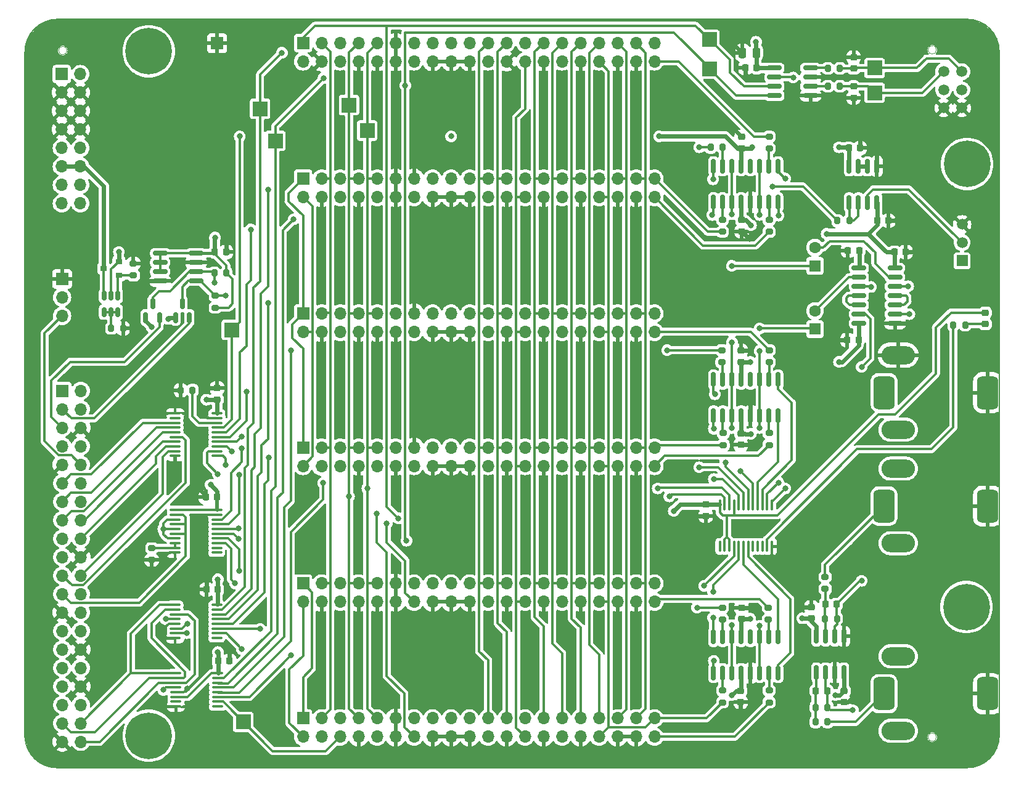
<source format=gbr>
G04 #@! TF.GenerationSoftware,KiCad,Pcbnew,7.0.11*
G04 #@! TF.CreationDate,2025-06-03T22:55:19-07:00*
G04 #@! TF.ProjectId,vca_backplane,7663615f-6261-4636-9b70-6c616e652e6b,0.3*
G04 #@! TF.SameCoordinates,Original*
G04 #@! TF.FileFunction,Copper,L1,Top*
G04 #@! TF.FilePolarity,Positive*
%FSLAX46Y46*%
G04 Gerber Fmt 4.6, Leading zero omitted, Abs format (unit mm)*
G04 Created by KiCad (PCBNEW 7.0.11) date 2025-06-03 22:55:19*
%MOMM*%
%LPD*%
G01*
G04 APERTURE LIST*
G04 Aperture macros list*
%AMRoundRect*
0 Rectangle with rounded corners*
0 $1 Rounding radius*
0 $2 $3 $4 $5 $6 $7 $8 $9 X,Y pos of 4 corners*
0 Add a 4 corners polygon primitive as box body*
4,1,4,$2,$3,$4,$5,$6,$7,$8,$9,$2,$3,0*
0 Add four circle primitives for the rounded corners*
1,1,$1+$1,$2,$3*
1,1,$1+$1,$4,$5*
1,1,$1+$1,$6,$7*
1,1,$1+$1,$8,$9*
0 Add four rect primitives between the rounded corners*
20,1,$1+$1,$2,$3,$4,$5,0*
20,1,$1+$1,$4,$5,$6,$7,0*
20,1,$1+$1,$6,$7,$8,$9,0*
20,1,$1+$1,$8,$9,$2,$3,0*%
G04 Aperture macros list end*
G04 #@! TA.AperFunction,ComponentPad*
%ADD10C,6.400000*%
G04 #@! TD*
G04 #@! TA.AperFunction,ComponentPad*
%ADD11R,1.700000X1.700000*%
G04 #@! TD*
G04 #@! TA.AperFunction,ComponentPad*
%ADD12O,1.700000X1.700000*%
G04 #@! TD*
G04 #@! TA.AperFunction,SMDPad,CuDef*
%ADD13RoundRect,0.100000X0.100000X-0.637500X0.100000X0.637500X-0.100000X0.637500X-0.100000X-0.637500X0*%
G04 #@! TD*
G04 #@! TA.AperFunction,SMDPad,CuDef*
%ADD14RoundRect,0.225000X0.250000X-0.225000X0.250000X0.225000X-0.250000X0.225000X-0.250000X-0.225000X0*%
G04 #@! TD*
G04 #@! TA.AperFunction,SMDPad,CuDef*
%ADD15RoundRect,0.225000X-0.225000X-0.250000X0.225000X-0.250000X0.225000X0.250000X-0.225000X0.250000X0*%
G04 #@! TD*
G04 #@! TA.AperFunction,SMDPad,CuDef*
%ADD16RoundRect,0.250000X-0.250000X-0.475000X0.250000X-0.475000X0.250000X0.475000X-0.250000X0.475000X0*%
G04 #@! TD*
G04 #@! TA.AperFunction,ComponentPad*
%ADD17RoundRect,0.725000X0.725000X-1.575000X0.725000X1.575000X-0.725000X1.575000X-0.725000X-1.575000X0*%
G04 #@! TD*
G04 #@! TA.AperFunction,ComponentPad*
%ADD18O,4.600000X2.500000*%
G04 #@! TD*
G04 #@! TA.AperFunction,SMDPad,CuDef*
%ADD19RoundRect,0.200000X0.275000X-0.200000X0.275000X0.200000X-0.275000X0.200000X-0.275000X-0.200000X0*%
G04 #@! TD*
G04 #@! TA.AperFunction,SMDPad,CuDef*
%ADD20RoundRect,0.200000X-0.275000X0.200000X-0.275000X-0.200000X0.275000X-0.200000X0.275000X0.200000X0*%
G04 #@! TD*
G04 #@! TA.AperFunction,SMDPad,CuDef*
%ADD21RoundRect,0.200000X0.200000X0.275000X-0.200000X0.275000X-0.200000X-0.275000X0.200000X-0.275000X0*%
G04 #@! TD*
G04 #@! TA.AperFunction,SMDPad,CuDef*
%ADD22RoundRect,0.150000X0.150000X-0.825000X0.150000X0.825000X-0.150000X0.825000X-0.150000X-0.825000X0*%
G04 #@! TD*
G04 #@! TA.AperFunction,SMDPad,CuDef*
%ADD23RoundRect,0.150000X-0.825000X-0.150000X0.825000X-0.150000X0.825000X0.150000X-0.825000X0.150000X0*%
G04 #@! TD*
G04 #@! TA.AperFunction,SMDPad,CuDef*
%ADD24RoundRect,0.100000X-0.637500X-0.100000X0.637500X-0.100000X0.637500X0.100000X-0.637500X0.100000X0*%
G04 #@! TD*
G04 #@! TA.AperFunction,SMDPad,CuDef*
%ADD25RoundRect,0.225000X0.225000X0.250000X-0.225000X0.250000X-0.225000X-0.250000X0.225000X-0.250000X0*%
G04 #@! TD*
G04 #@! TA.AperFunction,SMDPad,CuDef*
%ADD26RoundRect,0.225000X-0.250000X0.225000X-0.250000X-0.225000X0.250000X-0.225000X0.250000X0.225000X0*%
G04 #@! TD*
G04 #@! TA.AperFunction,SMDPad,CuDef*
%ADD27RoundRect,0.150000X0.150000X-0.587500X0.150000X0.587500X-0.150000X0.587500X-0.150000X-0.587500X0*%
G04 #@! TD*
G04 #@! TA.AperFunction,SMDPad,CuDef*
%ADD28RoundRect,0.200000X-0.200000X-0.275000X0.200000X-0.275000X0.200000X0.275000X-0.200000X0.275000X0*%
G04 #@! TD*
G04 #@! TA.AperFunction,ComponentPad*
%ADD29C,1.508000*%
G04 #@! TD*
G04 #@! TA.AperFunction,SMDPad,CuDef*
%ADD30R,2.000000X2.000000*%
G04 #@! TD*
G04 #@! TA.AperFunction,SMDPad,CuDef*
%ADD31RoundRect,0.218750X0.256250X-0.218750X0.256250X0.218750X-0.256250X0.218750X-0.256250X-0.218750X0*%
G04 #@! TD*
G04 #@! TA.AperFunction,SMDPad,CuDef*
%ADD32RoundRect,0.150000X0.150000X-0.512500X0.150000X0.512500X-0.150000X0.512500X-0.150000X-0.512500X0*%
G04 #@! TD*
G04 #@! TA.AperFunction,SMDPad,CuDef*
%ADD33R,0.950000X0.800000*%
G04 #@! TD*
G04 #@! TA.AperFunction,SMDPad,CuDef*
%ADD34RoundRect,0.150000X0.825000X0.150000X-0.825000X0.150000X-0.825000X-0.150000X0.825000X-0.150000X0*%
G04 #@! TD*
G04 #@! TA.AperFunction,ComponentPad*
%ADD35R,1.600000X1.600000*%
G04 #@! TD*
G04 #@! TA.AperFunction,ComponentPad*
%ADD36C,1.600000*%
G04 #@! TD*
G04 #@! TA.AperFunction,ComponentPad*
%ADD37R,1.508000X1.508000*%
G04 #@! TD*
G04 #@! TA.AperFunction,ViaPad*
%ADD38C,0.800000*%
G04 #@! TD*
G04 #@! TA.AperFunction,Conductor*
%ADD39C,0.300000*%
G04 #@! TD*
G04 #@! TA.AperFunction,Conductor*
%ADD40C,0.600000*%
G04 #@! TD*
G04 #@! TA.AperFunction,Conductor*
%ADD41C,0.500000*%
G04 #@! TD*
G04 #@! TA.AperFunction,Conductor*
%ADD42C,0.400000*%
G04 #@! TD*
G04 #@! TA.AperFunction,Profile*
%ADD43C,0.150000*%
G04 #@! TD*
G04 #@! TA.AperFunction,Profile*
%ADD44C,0.050000*%
G04 #@! TD*
G04 APERTURE END LIST*
D10*
X55800000Y-44800000D03*
D11*
X77000000Y-62300000D03*
D12*
X77000000Y-64840000D03*
X79540000Y-62300000D03*
X79540000Y-64840000D03*
X82080000Y-62300000D03*
X82080000Y-64840000D03*
X84620000Y-62300000D03*
X84620000Y-64840000D03*
X87160000Y-62300000D03*
X87160000Y-64840000D03*
X89700000Y-62300000D03*
X89700000Y-64840000D03*
X92240000Y-62300000D03*
X92240000Y-64840000D03*
X94780000Y-62300000D03*
X94780000Y-64840000D03*
X97320000Y-62300000D03*
X97320000Y-64840000D03*
X99860000Y-62300000D03*
X99860000Y-64840000D03*
X102400000Y-62300000D03*
X102400000Y-64840000D03*
X104940000Y-62300000D03*
X104940000Y-64840000D03*
X107480000Y-62300000D03*
X107480000Y-64840000D03*
X110020000Y-62300000D03*
X110020000Y-64840000D03*
X112560000Y-62300000D03*
X112560000Y-64840000D03*
X115100000Y-62300000D03*
X115100000Y-64840000D03*
X117640000Y-62300000D03*
X117640000Y-64840000D03*
X120180000Y-62300000D03*
X120180000Y-64840000D03*
X122720000Y-62300000D03*
X122720000Y-64840000D03*
X125260000Y-62300000D03*
X125260000Y-64840000D03*
D11*
X77000000Y-80840000D03*
D12*
X77000000Y-83380000D03*
X79540000Y-80840000D03*
X79540000Y-83380000D03*
X82080000Y-80840000D03*
X82080000Y-83380000D03*
X84620000Y-80840000D03*
X84620000Y-83380000D03*
X87160000Y-80840000D03*
X87160000Y-83380000D03*
X89700000Y-80840000D03*
X89700000Y-83380000D03*
X92240000Y-80840000D03*
X92240000Y-83380000D03*
X94780000Y-80840000D03*
X94780000Y-83380000D03*
X97320000Y-80840000D03*
X97320000Y-83380000D03*
X99860000Y-80840000D03*
X99860000Y-83380000D03*
X102400000Y-80840000D03*
X102400000Y-83380000D03*
X104940000Y-80840000D03*
X104940000Y-83380000D03*
X107480000Y-80840000D03*
X107480000Y-83380000D03*
X110020000Y-80840000D03*
X110020000Y-83380000D03*
X112560000Y-80840000D03*
X112560000Y-83380000D03*
X115100000Y-80840000D03*
X115100000Y-83380000D03*
X117640000Y-80840000D03*
X117640000Y-83380000D03*
X120180000Y-80840000D03*
X120180000Y-83380000D03*
X122720000Y-80840000D03*
X122720000Y-83380000D03*
X125260000Y-80840000D03*
X125260000Y-83380000D03*
D11*
X77000000Y-117960000D03*
D12*
X77000000Y-120500000D03*
X79540000Y-117960000D03*
X79540000Y-120500000D03*
X82080000Y-117960000D03*
X82080000Y-120500000D03*
X84620000Y-117960000D03*
X84620000Y-120500000D03*
X87160000Y-117960000D03*
X87160000Y-120500000D03*
X89700000Y-117960000D03*
X89700000Y-120500000D03*
X92240000Y-117960000D03*
X92240000Y-120500000D03*
X94780000Y-117960000D03*
X94780000Y-120500000D03*
X97320000Y-117960000D03*
X97320000Y-120500000D03*
X99860000Y-117960000D03*
X99860000Y-120500000D03*
X102400000Y-117960000D03*
X102400000Y-120500000D03*
X104940000Y-117960000D03*
X104940000Y-120500000D03*
X107480000Y-117960000D03*
X107480000Y-120500000D03*
X110020000Y-117960000D03*
X110020000Y-120500000D03*
X112560000Y-117960000D03*
X112560000Y-120500000D03*
X115100000Y-117960000D03*
X115100000Y-120500000D03*
X117640000Y-117960000D03*
X117640000Y-120500000D03*
X120180000Y-117960000D03*
X120180000Y-120500000D03*
X122720000Y-117960000D03*
X122720000Y-120500000D03*
X125260000Y-117960000D03*
X125260000Y-120500000D03*
D13*
X134225000Y-112862500D03*
X134875000Y-112862500D03*
X135525000Y-112862500D03*
X136175000Y-112862500D03*
X136825000Y-112862500D03*
X137475000Y-112862500D03*
X138125000Y-112862500D03*
X138775000Y-112862500D03*
X139425000Y-112862500D03*
X140075000Y-112862500D03*
X140725000Y-112862500D03*
X141375000Y-112862500D03*
X141375000Y-107137500D03*
X140725000Y-107137500D03*
X140075000Y-107137500D03*
X139425000Y-107137500D03*
X138775000Y-107137500D03*
X138125000Y-107137500D03*
X137475000Y-107137500D03*
X136825000Y-107137500D03*
X136175000Y-107137500D03*
X135525000Y-107137500D03*
X134875000Y-107137500D03*
X134225000Y-107137500D03*
D14*
X132300000Y-108675000D03*
X132300000Y-107125000D03*
D15*
X137725000Y-47100000D03*
X139275000Y-47100000D03*
D16*
X137350000Y-45000000D03*
X139250000Y-45000000D03*
D14*
X137235000Y-69550000D03*
X137235000Y-68000000D03*
X137235000Y-58125000D03*
X137235000Y-56575000D03*
X137105000Y-98900000D03*
X137105000Y-97350000D03*
X137105000Y-87500000D03*
X137105000Y-85950000D03*
X137100000Y-134275000D03*
X137100000Y-132725000D03*
X137200000Y-122875000D03*
X137200000Y-121325000D03*
D17*
X170970000Y-107325000D03*
D18*
X158720000Y-112425000D03*
D17*
X156770000Y-107325000D03*
D18*
X158720000Y-102175000D03*
D17*
X170970000Y-91725000D03*
D18*
X158720000Y-96825000D03*
D17*
X156770000Y-91725000D03*
D18*
X158720000Y-86575000D03*
D19*
X141000000Y-87550000D03*
X141000000Y-85900000D03*
D20*
X134705000Y-97300000D03*
X134705000Y-98950000D03*
D21*
X149025000Y-137000000D03*
X147375000Y-137000000D03*
D20*
X148700000Y-117075000D03*
X148700000Y-118725000D03*
D19*
X134505000Y-87550000D03*
X134505000Y-85900000D03*
D20*
X141000000Y-97300000D03*
X141000000Y-98950000D03*
D22*
X133355000Y-65550000D03*
X134625000Y-65550000D03*
X135895000Y-65550000D03*
X137165000Y-65550000D03*
X138435000Y-65550000D03*
X139705000Y-65550000D03*
X140975000Y-65550000D03*
X142245000Y-65550000D03*
X142245000Y-60600000D03*
X140975000Y-60600000D03*
X139705000Y-60600000D03*
X138435000Y-60600000D03*
X137165000Y-60600000D03*
X135895000Y-60600000D03*
X134625000Y-60600000D03*
X133355000Y-60600000D03*
D23*
X141725000Y-47095000D03*
X141725000Y-48365000D03*
X141725000Y-49635000D03*
X141725000Y-50905000D03*
X146675000Y-50905000D03*
X146675000Y-49635000D03*
X146675000Y-48365000D03*
X146675000Y-47095000D03*
D24*
X59425000Y-120925000D03*
X59425000Y-121575000D03*
X59425000Y-122225000D03*
X59425000Y-122875000D03*
X59425000Y-123525000D03*
X59425000Y-124175000D03*
X59425000Y-124825000D03*
X59425000Y-125475000D03*
X65150000Y-125475000D03*
X65150000Y-124825000D03*
X65150000Y-124175000D03*
X65150000Y-123525000D03*
X65150000Y-122875000D03*
X65150000Y-122225000D03*
X65150000Y-121575000D03*
X65150000Y-120925000D03*
X59425000Y-107875000D03*
X59425000Y-108525000D03*
X59425000Y-109175000D03*
X59425000Y-109825000D03*
X59425000Y-110475000D03*
X59425000Y-111125000D03*
X59425000Y-111775000D03*
X59425000Y-112425000D03*
X59425000Y-113075000D03*
X59425000Y-113725000D03*
X65150000Y-113725000D03*
X65150000Y-113075000D03*
X65150000Y-112425000D03*
X65150000Y-111775000D03*
X65150000Y-111125000D03*
X65150000Y-110475000D03*
X65150000Y-109825000D03*
X65150000Y-109175000D03*
X65150000Y-108525000D03*
X65150000Y-107875000D03*
D19*
X53700000Y-75625000D03*
X53700000Y-73975000D03*
D25*
X66875000Y-128600000D03*
X65325000Y-128600000D03*
D15*
X63625000Y-106100000D03*
X65175000Y-106100000D03*
D26*
X65200000Y-91125000D03*
X65200000Y-92675000D03*
D11*
X43925000Y-91475000D03*
D12*
X46465000Y-91475000D03*
X43925000Y-94015000D03*
X46465000Y-94015000D03*
X43925000Y-96555000D03*
X46465000Y-96555000D03*
X43925000Y-99095000D03*
X46465000Y-99095000D03*
X43925000Y-101635000D03*
X46465000Y-101635000D03*
X43925000Y-104175000D03*
X46465000Y-104175000D03*
X43925000Y-106715000D03*
X46465000Y-106715000D03*
X43925000Y-109255000D03*
X46465000Y-109255000D03*
X43925000Y-111795000D03*
X46465000Y-111795000D03*
X43925000Y-114335000D03*
X46465000Y-114335000D03*
X43925000Y-116875000D03*
X46465000Y-116875000D03*
X43925000Y-119415000D03*
X46465000Y-119415000D03*
X43925000Y-121955000D03*
X46465000Y-121955000D03*
X43925000Y-124495000D03*
X46465000Y-124495000D03*
X43925000Y-127035000D03*
X46465000Y-127035000D03*
X43925000Y-129575000D03*
X46465000Y-129575000D03*
X43925000Y-132115000D03*
X46465000Y-132115000D03*
X43925000Y-134655000D03*
X46465000Y-134655000D03*
X43925000Y-137195000D03*
X46465000Y-137195000D03*
X43925000Y-139735000D03*
X46465000Y-139735000D03*
D25*
X66410000Y-72400000D03*
X64860000Y-72400000D03*
D15*
X63725000Y-118800000D03*
X65275000Y-118800000D03*
D27*
X59485000Y-81402500D03*
X61385000Y-81402500D03*
X60435000Y-79527500D03*
X55385000Y-81402500D03*
X57285000Y-81402500D03*
X56335000Y-79527500D03*
D19*
X64912500Y-80050000D03*
X64912500Y-78400000D03*
D23*
X57360000Y-72560000D03*
X57360000Y-73830000D03*
X57360000Y-75100000D03*
X57360000Y-76370000D03*
X62310000Y-76370000D03*
X62310000Y-75100000D03*
X62310000Y-73830000D03*
X62310000Y-72560000D03*
D24*
X59525000Y-130325000D03*
X59525000Y-130975000D03*
X59525000Y-131625000D03*
X59525000Y-132275000D03*
X59525000Y-132925000D03*
X59525000Y-133575000D03*
X59525000Y-134225000D03*
X59525000Y-134875000D03*
X65250000Y-134875000D03*
X65250000Y-134225000D03*
X65250000Y-133575000D03*
X65250000Y-132925000D03*
X65250000Y-132275000D03*
X65250000Y-131625000D03*
X65250000Y-130975000D03*
X65250000Y-130325000D03*
X59425000Y-94575000D03*
X59425000Y-95225000D03*
X59425000Y-95875000D03*
X59425000Y-96525000D03*
X59425000Y-97175000D03*
X59425000Y-97825000D03*
X59425000Y-98475000D03*
X59425000Y-99125000D03*
X59425000Y-99775000D03*
X59425000Y-100425000D03*
X65150000Y-100425000D03*
X65150000Y-99775000D03*
X65150000Y-99125000D03*
X65150000Y-98475000D03*
X65150000Y-97825000D03*
X65150000Y-97175000D03*
X65150000Y-96525000D03*
X65150000Y-95875000D03*
X65150000Y-95225000D03*
X65150000Y-94575000D03*
D21*
X150725000Y-47150000D03*
X149075000Y-47150000D03*
X150725000Y-49600000D03*
X149075000Y-49600000D03*
D14*
X152600000Y-47175000D03*
X152600000Y-45625000D03*
X152600000Y-51175000D03*
X152600000Y-49625000D03*
D22*
X147490000Y-130200000D03*
X148760000Y-130200000D03*
X150030000Y-130200000D03*
X151300000Y-130200000D03*
X151300000Y-125250000D03*
X150030000Y-125250000D03*
X148760000Y-125250000D03*
X147490000Y-125250000D03*
D25*
X148970000Y-132725000D03*
X147420000Y-132725000D03*
X153475000Y-58100000D03*
X151925000Y-58100000D03*
D26*
X151300000Y-132725000D03*
X151300000Y-134275000D03*
D14*
X146800000Y-122775000D03*
X146800000Y-121225000D03*
D28*
X147370000Y-135000000D03*
X149020000Y-135000000D03*
D21*
X134625000Y-58000000D03*
X132975000Y-58000000D03*
D25*
X150275000Y-120800000D03*
X148725000Y-120800000D03*
D28*
X148675000Y-122800000D03*
X150325000Y-122800000D03*
D10*
X55800000Y-138900000D03*
X168100000Y-121200000D03*
X168200000Y-60300000D03*
D21*
X66460000Y-75265000D03*
X64810000Y-75265000D03*
D20*
X134600000Y-132675000D03*
X134600000Y-134325000D03*
D29*
X164962500Y-52600000D03*
X164962500Y-50100000D03*
X164962500Y-47600000D03*
X167462500Y-52600000D03*
X167462500Y-50100000D03*
X167462500Y-47600000D03*
D20*
X141000000Y-67975000D03*
X141000000Y-69625000D03*
D21*
X152025000Y-68100000D03*
X150375000Y-68100000D03*
D20*
X134600000Y-67950000D03*
X134600000Y-69600000D03*
D22*
X133355000Y-130275000D03*
X134625000Y-130275000D03*
X135895000Y-130275000D03*
X137165000Y-130275000D03*
X138435000Y-130275000D03*
X139705000Y-130275000D03*
X140975000Y-130275000D03*
X142245000Y-130275000D03*
X142245000Y-125325000D03*
X140975000Y-125325000D03*
X139705000Y-125325000D03*
X138435000Y-125325000D03*
X137165000Y-125325000D03*
X135895000Y-125325000D03*
X134625000Y-125325000D03*
X133355000Y-125325000D03*
D19*
X141035000Y-58175000D03*
X141035000Y-56525000D03*
X140900000Y-122925000D03*
X140900000Y-121275000D03*
D22*
X151995000Y-65575000D03*
X153265000Y-65575000D03*
X154535000Y-65575000D03*
X155805000Y-65575000D03*
X155805000Y-60625000D03*
X154535000Y-60625000D03*
X153265000Y-60625000D03*
X151995000Y-60625000D03*
D30*
X132800000Y-47200000D03*
X85800000Y-55700000D03*
X83300000Y-52200000D03*
X67200000Y-83100000D03*
D11*
X65200000Y-43700000D03*
D30*
X71100000Y-52700000D03*
X73200000Y-57100000D03*
X68800000Y-137000000D03*
X155500000Y-47100000D03*
X155500000Y-50505000D03*
D31*
X170700000Y-82300000D03*
X170700000Y-80725000D03*
D21*
X167925000Y-82425000D03*
X166275000Y-82425000D03*
D28*
X50637500Y-82887500D03*
X52287500Y-82887500D03*
D11*
X77000000Y-99280000D03*
D12*
X77000000Y-101820000D03*
X79540000Y-99280000D03*
X79540000Y-101820000D03*
X82080000Y-99280000D03*
X82080000Y-101820000D03*
X84620000Y-99280000D03*
X84620000Y-101820000D03*
X87160000Y-99280000D03*
X87160000Y-101820000D03*
X89700000Y-99280000D03*
X89700000Y-101820000D03*
X92240000Y-99280000D03*
X92240000Y-101820000D03*
X94780000Y-99280000D03*
X94780000Y-101820000D03*
X97320000Y-99280000D03*
X97320000Y-101820000D03*
X99860000Y-99280000D03*
X99860000Y-101820000D03*
X102400000Y-99280000D03*
X102400000Y-101820000D03*
X104940000Y-99280000D03*
X104940000Y-101820000D03*
X107480000Y-99280000D03*
X107480000Y-101820000D03*
X110020000Y-99280000D03*
X110020000Y-101820000D03*
X112560000Y-99280000D03*
X112560000Y-101820000D03*
X115100000Y-99280000D03*
X115100000Y-101820000D03*
X117640000Y-99280000D03*
X117640000Y-101820000D03*
X120180000Y-99280000D03*
X120180000Y-101820000D03*
X122720000Y-99280000D03*
X122720000Y-101820000D03*
X125260000Y-99280000D03*
X125260000Y-101820000D03*
D11*
X77000000Y-43660000D03*
D12*
X77000000Y-46200000D03*
X79540000Y-43660000D03*
X79540000Y-46200000D03*
X82080000Y-43660000D03*
X82080000Y-46200000D03*
X84620000Y-43660000D03*
X84620000Y-46200000D03*
X87160000Y-43660000D03*
X87160000Y-46200000D03*
X89700000Y-43660000D03*
X89700000Y-46200000D03*
X92240000Y-43660000D03*
X92240000Y-46200000D03*
X94780000Y-43660000D03*
X94780000Y-46200000D03*
X97320000Y-43660000D03*
X97320000Y-46200000D03*
X99860000Y-43660000D03*
X99860000Y-46200000D03*
X102400000Y-43660000D03*
X102400000Y-46200000D03*
X104940000Y-43660000D03*
X104940000Y-46200000D03*
X107480000Y-43660000D03*
X107480000Y-46200000D03*
X110020000Y-43660000D03*
X110020000Y-46200000D03*
X112560000Y-43660000D03*
X112560000Y-46200000D03*
X115100000Y-43660000D03*
X115100000Y-46200000D03*
X117640000Y-43660000D03*
X117640000Y-46200000D03*
X120180000Y-43660000D03*
X120180000Y-46200000D03*
X122720000Y-43660000D03*
X122720000Y-46200000D03*
X125260000Y-43660000D03*
X125260000Y-46200000D03*
D11*
X43860000Y-47920000D03*
D12*
X46400000Y-47920000D03*
X43860000Y-50460000D03*
X46400000Y-50460000D03*
X43860000Y-53000000D03*
X46400000Y-53000000D03*
X43860000Y-55540000D03*
X46400000Y-55540000D03*
X43860000Y-58080000D03*
X46400000Y-58080000D03*
X43860000Y-60620000D03*
X46400000Y-60620000D03*
X43860000Y-63160000D03*
X46400000Y-63160000D03*
X43860000Y-65700000D03*
X46400000Y-65700000D03*
D30*
X132800000Y-43200000D03*
D11*
X77000000Y-136500000D03*
D12*
X77000000Y-139040000D03*
X79540000Y-136500000D03*
X79540000Y-139040000D03*
X82080000Y-136500000D03*
X82080000Y-139040000D03*
X84620000Y-136500000D03*
X84620000Y-139040000D03*
X87160000Y-136500000D03*
X87160000Y-139040000D03*
X89700000Y-136500000D03*
X89700000Y-139040000D03*
X92240000Y-136500000D03*
X92240000Y-139040000D03*
X94780000Y-136500000D03*
X94780000Y-139040000D03*
X97320000Y-136500000D03*
X97320000Y-139040000D03*
X99860000Y-136500000D03*
X99860000Y-139040000D03*
X102400000Y-136500000D03*
X102400000Y-139040000D03*
X104940000Y-136500000D03*
X104940000Y-139040000D03*
X107480000Y-136500000D03*
X107480000Y-139040000D03*
X110020000Y-136500000D03*
X110020000Y-139040000D03*
X112560000Y-136500000D03*
X112560000Y-139040000D03*
X115100000Y-136500000D03*
X115100000Y-139040000D03*
X117640000Y-136500000D03*
X117640000Y-139040000D03*
X120180000Y-136500000D03*
X120180000Y-139040000D03*
X122720000Y-136500000D03*
X122720000Y-139040000D03*
X125260000Y-136500000D03*
X125260000Y-139040000D03*
D32*
X49662500Y-80662500D03*
X50612500Y-80662500D03*
X51562500Y-80662500D03*
X51562500Y-78387500D03*
X50612500Y-78387500D03*
X49662500Y-78387500D03*
D33*
X51687500Y-75612500D03*
X51687500Y-73712500D03*
X49637500Y-74662500D03*
D21*
X61825000Y-91400000D03*
X60175000Y-91400000D03*
D25*
X153275000Y-84500000D03*
X151725000Y-84500000D03*
D11*
X43900000Y-76100000D03*
D12*
X43900000Y-78640000D03*
X43900000Y-81180000D03*
D22*
X133355000Y-94875000D03*
X134625000Y-94875000D03*
X135895000Y-94875000D03*
X137165000Y-94875000D03*
X138435000Y-94875000D03*
X139705000Y-94875000D03*
X140975000Y-94875000D03*
X142245000Y-94875000D03*
X142245000Y-89925000D03*
X140975000Y-89925000D03*
X139705000Y-89925000D03*
X138435000Y-89925000D03*
X137165000Y-89925000D03*
X135895000Y-89925000D03*
X134625000Y-89925000D03*
X133355000Y-89925000D03*
D34*
X158275000Y-82210000D03*
X158275000Y-80940000D03*
X158275000Y-79670000D03*
X158275000Y-78400000D03*
X158275000Y-77130000D03*
X158275000Y-75860000D03*
X158275000Y-74590000D03*
X153325000Y-74590000D03*
X153325000Y-75860000D03*
X153325000Y-77130000D03*
X153325000Y-78400000D03*
X153325000Y-79670000D03*
X153325000Y-80940000D03*
X153325000Y-82210000D03*
D19*
X134600000Y-122925000D03*
X134600000Y-121275000D03*
D35*
X147300000Y-83000000D03*
D36*
X147300000Y-80500000D03*
D15*
X151825000Y-72200000D03*
X153375000Y-72200000D03*
X158225000Y-72400000D03*
X159775000Y-72400000D03*
D25*
X157375000Y-68100000D03*
X155825000Y-68100000D03*
D19*
X56200000Y-114750000D03*
X56200000Y-113100000D03*
D37*
X167500000Y-73600000D03*
D29*
X167500000Y-71100000D03*
X167500000Y-68600000D03*
D17*
X170970000Y-133125000D03*
D18*
X158720000Y-138225000D03*
D17*
X156770000Y-133125000D03*
D18*
X158720000Y-127975000D03*
D35*
X147300000Y-74282380D03*
D36*
X147300000Y-71782380D03*
D20*
X141000000Y-132675000D03*
X141000000Y-134325000D03*
D38*
X155800000Y-58800000D03*
X58000000Y-114400000D03*
X63200000Y-94600000D03*
X161300000Y-72400000D03*
X53700000Y-72800000D03*
X151700000Y-123400000D03*
X64200000Y-73800000D03*
X137100000Y-136000000D03*
X138300000Y-70600000D03*
X57500000Y-94600000D03*
X94500000Y-124600000D03*
X82000000Y-72300000D03*
X94400000Y-110400000D03*
X138600000Y-98900000D03*
X66400000Y-70400000D03*
X117600000Y-72200000D03*
X158500000Y-68100000D03*
X102600000Y-111500000D03*
X117600000Y-90300000D03*
X77700000Y-113100000D03*
X112600000Y-111500000D03*
X160100000Y-82200000D03*
X138400000Y-63800000D03*
X62700000Y-105000000D03*
X99500000Y-111500000D03*
X56200000Y-116000000D03*
X50000000Y-91400000D03*
X137800000Y-48200000D03*
X63400000Y-109000000D03*
X102600000Y-72200000D03*
X127500000Y-130600000D03*
X107500000Y-111500000D03*
X152600000Y-133500000D03*
X57800000Y-134900000D03*
X152600000Y-52400000D03*
X153400000Y-56800000D03*
X117700000Y-125700000D03*
X136200000Y-55700000D03*
X150000000Y-128500000D03*
X148700000Y-51500000D03*
X127300000Y-97600000D03*
X71100000Y-122300000D03*
X138400000Y-93300000D03*
X107500000Y-90300000D03*
X112600000Y-72200000D03*
X107600000Y-125700000D03*
X55900000Y-127900000D03*
X99500000Y-90300000D03*
X63700000Y-91100000D03*
X131000000Y-108700000D03*
X151200000Y-45700000D03*
X63700000Y-117400000D03*
X82000000Y-56100000D03*
X127400000Y-124000000D03*
X77000000Y-106900000D03*
X107500000Y-72200000D03*
X66900000Y-127400000D03*
X112600000Y-54700000D03*
X112600000Y-90300000D03*
X94400000Y-89200000D03*
X82100000Y-90400000D03*
X94400000Y-53600000D03*
X107500000Y-54700000D03*
X55535000Y-76365000D03*
X117600000Y-111500000D03*
X137900000Y-110200000D03*
X102600000Y-90300000D03*
X102600000Y-54700000D03*
X149400000Y-84500000D03*
X112700000Y-125700000D03*
X61100000Y-132400000D03*
X127600000Y-88300000D03*
X136200000Y-43900000D03*
X141400000Y-114300000D03*
X145500000Y-121200000D03*
X77600000Y-56100000D03*
X138500000Y-132100000D03*
X148400000Y-48400000D03*
X117600000Y-54700000D03*
X82100000Y-125600000D03*
X138300000Y-85900000D03*
X99500000Y-54700000D03*
X94400000Y-71100000D03*
X99500000Y-72200000D03*
X60200000Y-90200000D03*
X164700000Y-90800000D03*
X138500000Y-121300000D03*
X99600000Y-125700000D03*
X75600000Y-72300000D03*
X72400000Y-133100000D03*
X102700000Y-125700000D03*
X58000000Y-125500000D03*
X151800000Y-73400000D03*
X59400000Y-101400000D03*
X53400000Y-82900000D03*
X87200000Y-72300000D03*
X51700000Y-72400000D03*
X150100000Y-133300000D03*
X138500000Y-68700000D03*
X138500000Y-97400000D03*
X135900000Y-133300000D03*
X148900000Y-69900000D03*
X145550000Y-122750000D03*
X138400000Y-87500000D03*
X97320000Y-56500000D03*
X138400000Y-122800000D03*
X125900000Y-56500000D03*
X150600000Y-58000000D03*
X138700000Y-58000000D03*
X150600000Y-87500000D03*
X65300000Y-127400000D03*
X64300000Y-104400000D03*
X64900000Y-70400000D03*
X65300000Y-117400000D03*
X61100000Y-123500000D03*
X139200000Y-43500000D03*
X127900000Y-108000000D03*
X58500000Y-81600000D03*
X56200000Y-82700000D03*
X63700000Y-92700000D03*
X57800000Y-110500000D03*
X85820000Y-104900000D03*
X125700000Y-104900000D03*
X64800000Y-76600000D03*
X68300000Y-56500000D03*
X127300000Y-106000000D03*
X83300000Y-106000000D03*
X66327500Y-78360000D03*
X68600000Y-97800000D03*
X68600000Y-99400000D03*
X69800000Y-69300000D03*
X69200000Y-91600000D03*
X67200000Y-99800000D03*
X88500000Y-109700000D03*
X65300000Y-102900000D03*
X66400000Y-101700000D03*
X87100000Y-108400000D03*
X141500000Y-63400000D03*
X57800000Y-132600000D03*
X58125000Y-122875000D03*
X68200000Y-103000000D03*
X131400000Y-58000000D03*
X131100000Y-121275000D03*
X127000000Y-85900000D03*
X79790000Y-48490000D03*
X74100000Y-45000000D03*
X75700000Y-67900000D03*
X72200000Y-63800000D03*
X75300000Y-85900000D03*
X72200000Y-79400000D03*
X79750000Y-104150000D03*
X72280000Y-100620000D03*
X75350000Y-127850000D03*
X71100000Y-124200000D03*
X68600000Y-127000000D03*
X68100000Y-110400000D03*
X90100000Y-109000000D03*
X91200000Y-112100000D03*
X68100000Y-111800000D03*
X91040000Y-49500000D03*
X68200000Y-116200000D03*
X139700000Y-82900000D03*
X139700000Y-96600000D03*
X139700000Y-123800000D03*
X139700000Y-86000000D03*
X139700000Y-67300000D03*
X61000000Y-124800000D03*
X144300000Y-48400000D03*
X132100000Y-118300000D03*
X133400000Y-128600000D03*
X133300000Y-119100000D03*
X133300000Y-122700000D03*
X135000000Y-101300000D03*
X133400000Y-96700000D03*
X133550000Y-91950000D03*
X137100000Y-102500000D03*
X133200000Y-67300000D03*
X133400000Y-103600000D03*
X133300000Y-62400000D03*
X131400000Y-102000000D03*
X160100000Y-77100000D03*
X155000000Y-77200000D03*
X135900000Y-67200000D03*
X135900000Y-84800000D03*
X135900000Y-123700000D03*
X135900000Y-74300000D03*
X135900000Y-96600000D03*
X67650000Y-117950000D03*
X143200000Y-62300000D03*
X143200000Y-104900000D03*
X142300000Y-67400000D03*
X142300000Y-104100000D03*
X153700000Y-117600000D03*
X153700000Y-88200000D03*
X152500000Y-135400000D03*
X160260000Y-80940000D03*
D39*
X61100000Y-132400000D02*
X60575000Y-132925000D01*
X57700000Y-94600000D02*
X57500000Y-94600000D01*
D40*
X137200000Y-121325000D02*
X138475000Y-121325000D01*
D39*
X138435000Y-130275000D02*
X138435000Y-132035000D01*
D40*
X138435000Y-94875000D02*
X138435000Y-93335000D01*
X66875000Y-128600000D02*
X66875000Y-127425000D01*
D39*
X59425000Y-94575000D02*
X57725000Y-94575000D01*
D40*
X136200000Y-43900000D02*
X136250000Y-43900000D01*
X157375000Y-68100000D02*
X158500000Y-68100000D01*
X66875000Y-127425000D02*
X66900000Y-127400000D01*
D39*
X58000000Y-114400000D02*
X58675000Y-113725000D01*
X60575000Y-132925000D02*
X59525000Y-132925000D01*
D41*
X59400000Y-101400000D02*
X59400000Y-100450000D01*
D39*
X152600000Y-45625000D02*
X151275000Y-45625000D01*
D40*
X138600000Y-98900000D02*
X137105000Y-98900000D01*
X138435000Y-93335000D02*
X138400000Y-93300000D01*
D39*
X64170000Y-73830000D02*
X62310000Y-73830000D01*
X151275000Y-45625000D02*
X151200000Y-45700000D01*
D40*
X145525000Y-121225000D02*
X145500000Y-121200000D01*
D39*
X58535661Y-123525000D02*
X58000000Y-124060661D01*
X56200000Y-114750000D02*
X56200000Y-116000000D01*
D40*
X55540000Y-76370000D02*
X55535000Y-76365000D01*
X131025000Y-108675000D02*
X131000000Y-108700000D01*
D39*
X150030000Y-128530000D02*
X150000000Y-128500000D01*
D40*
X136200000Y-55700000D02*
X136360000Y-55700000D01*
D39*
X148105000Y-50905000D02*
X148700000Y-51500000D01*
X141400000Y-112887500D02*
X141375000Y-112862500D01*
D40*
X137725000Y-47100000D02*
X137725000Y-48125000D01*
D39*
X151800000Y-72225000D02*
X151825000Y-72200000D01*
D40*
X160090000Y-82210000D02*
X160100000Y-82200000D01*
X132300000Y-108675000D02*
X131025000Y-108675000D01*
D39*
X58675000Y-113725000D02*
X59425000Y-113725000D01*
X59425000Y-123525000D02*
X58535661Y-123525000D01*
X63825000Y-95225000D02*
X65150000Y-95225000D01*
D40*
X66400000Y-70400000D02*
X66410000Y-70410000D01*
X63725000Y-117425000D02*
X63700000Y-117400000D01*
D39*
X138435000Y-65550000D02*
X138435000Y-63835000D01*
X151300000Y-125250000D02*
X151300000Y-123800000D01*
X146675000Y-48365000D02*
X148365000Y-48365000D01*
X57725000Y-94575000D02*
X57700000Y-94600000D01*
X138435000Y-132035000D02*
X138500000Y-132100000D01*
D40*
X57360000Y-76370000D02*
X55540000Y-76370000D01*
X138250000Y-85950000D02*
X138300000Y-85900000D01*
D39*
X148365000Y-48365000D02*
X148400000Y-48400000D01*
X151300000Y-123800000D02*
X151700000Y-123400000D01*
D40*
X152600000Y-133500000D02*
X151825000Y-134275000D01*
X63725000Y-118800000D02*
X63725000Y-117425000D01*
X65200000Y-91125000D02*
X63725000Y-91125000D01*
D42*
X57825000Y-134875000D02*
X57800000Y-134900000D01*
D40*
X136360000Y-55700000D02*
X137235000Y-56575000D01*
X151725000Y-84500000D02*
X149400000Y-84500000D01*
X63725000Y-91125000D02*
X63700000Y-91100000D01*
D41*
X63625000Y-105925000D02*
X63625000Y-106100000D01*
D40*
X155805000Y-60625000D02*
X155805000Y-58805000D01*
D39*
X53387500Y-82887500D02*
X53400000Y-82900000D01*
X52287500Y-82887500D02*
X53387500Y-82887500D01*
D40*
X153475000Y-56875000D02*
X153400000Y-56800000D01*
D39*
X64200000Y-73800000D02*
X64170000Y-73830000D01*
X63875000Y-108525000D02*
X65150000Y-108525000D01*
X150030000Y-130200000D02*
X150030000Y-128530000D01*
D42*
X59400000Y-100450000D02*
X59425000Y-100425000D01*
D39*
X152600000Y-51175000D02*
X152600000Y-52400000D01*
D40*
X151825000Y-134275000D02*
X151300000Y-134275000D01*
D39*
X146675000Y-50905000D02*
X148105000Y-50905000D01*
D42*
X58025000Y-125475000D02*
X58000000Y-125500000D01*
D41*
X62700000Y-105000000D02*
X63625000Y-105925000D01*
D39*
X53700000Y-73975000D02*
X53700000Y-72800000D01*
D40*
X137250000Y-69550000D02*
X138300000Y-70600000D01*
X153475000Y-58100000D02*
X153475000Y-56875000D01*
D39*
X58000000Y-124060661D02*
X58000000Y-125500000D01*
D40*
X137725000Y-48125000D02*
X137800000Y-48200000D01*
X146800000Y-121225000D02*
X145525000Y-121225000D01*
X137105000Y-85950000D02*
X138250000Y-85950000D01*
X138475000Y-121325000D02*
X138500000Y-121300000D01*
D42*
X59525000Y-134875000D02*
X57825000Y-134875000D01*
D39*
X141400000Y-114300000D02*
X141400000Y-112887500D01*
D42*
X59425000Y-125475000D02*
X58025000Y-125475000D01*
D39*
X63200000Y-94600000D02*
X63825000Y-95225000D01*
X63400000Y-109000000D02*
X63875000Y-108525000D01*
D40*
X136250000Y-43900000D02*
X137350000Y-45000000D01*
X159775000Y-72400000D02*
X161300000Y-72400000D01*
X66410000Y-70410000D02*
X66410000Y-72400000D01*
X137235000Y-69550000D02*
X137250000Y-69550000D01*
X158275000Y-82210000D02*
X160090000Y-82210000D01*
D39*
X60200000Y-91375000D02*
X60175000Y-91400000D01*
X60200000Y-90200000D02*
X60200000Y-91375000D01*
D40*
X137100000Y-136000000D02*
X137100000Y-134275000D01*
D39*
X138435000Y-63835000D02*
X138400000Y-63800000D01*
X151800000Y-73400000D02*
X151800000Y-72225000D01*
D40*
X155805000Y-58805000D02*
X155800000Y-58800000D01*
D39*
X51687500Y-73712500D02*
X50612500Y-74787500D01*
D40*
X51700000Y-73700000D02*
X51687500Y-73712500D01*
D39*
X50612500Y-74787500D02*
X50612500Y-78387500D01*
D40*
X51700000Y-72400000D02*
X51700000Y-73700000D01*
X137235000Y-68000000D02*
X137800000Y-68000000D01*
X148900000Y-69900000D02*
X154600000Y-69900000D01*
X154600000Y-69900000D02*
X157100000Y-72400000D01*
X138500000Y-97400000D02*
X137700000Y-97400000D01*
X137100000Y-132725000D02*
X137165000Y-132660000D01*
X136475000Y-132725000D02*
X137100000Y-132725000D01*
X155825000Y-68100000D02*
X155825000Y-65595000D01*
X158225000Y-74540000D02*
X158275000Y-74590000D01*
X137650000Y-97350000D02*
X137105000Y-97350000D01*
X135900000Y-133300000D02*
X136475000Y-132725000D01*
X137235000Y-68000000D02*
X137165000Y-67930000D01*
X137165000Y-97290000D02*
X137105000Y-97350000D01*
X137165000Y-67930000D02*
X137165000Y-65550000D01*
X150725000Y-133300000D02*
X151300000Y-132725000D01*
X154600000Y-69900000D02*
X155825000Y-68675000D01*
X151300000Y-132725000D02*
X151300000Y-130200000D01*
X137165000Y-94875000D02*
X137165000Y-97290000D01*
X155825000Y-68675000D02*
X155825000Y-68100000D01*
X157100000Y-72400000D02*
X158225000Y-72400000D01*
X150100000Y-133300000D02*
X150725000Y-133300000D01*
X137165000Y-132660000D02*
X137165000Y-130275000D01*
X137700000Y-97400000D02*
X137650000Y-97350000D01*
X158225000Y-72400000D02*
X158225000Y-74540000D01*
X137800000Y-68000000D02*
X138500000Y-68700000D01*
X155825000Y-65595000D02*
X155805000Y-65575000D01*
X138575000Y-58125000D02*
X138700000Y-58000000D01*
X147490000Y-123890000D02*
X147490000Y-125250000D01*
X137165000Y-125325000D02*
X137165000Y-122910000D01*
X137165000Y-89925000D02*
X137165000Y-87560000D01*
X138400000Y-122800000D02*
X137275000Y-122800000D01*
X137275000Y-122800000D02*
X137200000Y-122875000D01*
X151995000Y-58170000D02*
X151925000Y-58100000D01*
X151995000Y-60625000D02*
X151995000Y-58170000D01*
X153275000Y-82260000D02*
X153325000Y-82210000D01*
X137235000Y-58125000D02*
X137165000Y-58195000D01*
X151825000Y-58000000D02*
X151925000Y-58100000D01*
X146800000Y-123200000D02*
X147490000Y-123890000D01*
X137235000Y-58125000D02*
X138575000Y-58125000D01*
X137165000Y-87560000D02*
X137105000Y-87500000D01*
X136625000Y-58125000D02*
X137235000Y-58125000D01*
X150600000Y-87500000D02*
X151000000Y-87500000D01*
X153275000Y-84500000D02*
X153275000Y-82260000D01*
X145550000Y-122750000D02*
X145575000Y-122775000D01*
X137165000Y-58195000D02*
X137165000Y-60600000D01*
X137165000Y-122910000D02*
X137200000Y-122875000D01*
X137105000Y-87500000D02*
X138400000Y-87500000D01*
X135000000Y-56500000D02*
X136625000Y-58125000D01*
X150600000Y-58000000D02*
X151825000Y-58000000D01*
X125900000Y-56500000D02*
X135000000Y-56500000D01*
X151000000Y-87500000D02*
X153275000Y-85225000D01*
X146800000Y-122775000D02*
X146800000Y-123200000D01*
X153275000Y-85225000D02*
X153275000Y-84500000D01*
X137360000Y-58000000D02*
X137235000Y-58125000D01*
X145575000Y-122775000D02*
X146800000Y-122775000D01*
D39*
X67300000Y-76105000D02*
X66460000Y-75265000D01*
X67300000Y-79500000D02*
X67300000Y-76105000D01*
X64860000Y-72660000D02*
X64860000Y-72400000D01*
X49637500Y-74662500D02*
X49637500Y-78362500D01*
X57360000Y-75100000D02*
X57360000Y-73830000D01*
X64405330Y-130325000D02*
X65250000Y-130325000D01*
X60325000Y-124175000D02*
X59425000Y-124175000D01*
D40*
X46920000Y-60620000D02*
X49637500Y-63337500D01*
D39*
X61155330Y-133575000D02*
X64405330Y-130325000D01*
D40*
X46400000Y-60620000D02*
X46920000Y-60620000D01*
D42*
X65325000Y-130250000D02*
X65250000Y-130325000D01*
D40*
X64860000Y-70440000D02*
X64900000Y-70400000D01*
D39*
X134600000Y-108600000D02*
X135200000Y-108600000D01*
D40*
X139200000Y-43500000D02*
X139200000Y-44950000D01*
X127900000Y-108000000D02*
X128775000Y-107125000D01*
D39*
X156000000Y-94700000D02*
X158300000Y-94700000D01*
X66750000Y-80050000D02*
X67300000Y-79500000D01*
D40*
X65275000Y-118800000D02*
X65275000Y-117425000D01*
D42*
X64700000Y-72560000D02*
X64860000Y-72400000D01*
D39*
X142100000Y-108600000D02*
X156000000Y-94700000D01*
X65150000Y-107875000D02*
X65125000Y-107850000D01*
X135200000Y-108600000D02*
X136175000Y-108600000D01*
X135200000Y-111600000D02*
X134875000Y-111925000D01*
D42*
X65275000Y-120800000D02*
X65150000Y-120925000D01*
D40*
X49637500Y-63337500D02*
X49637500Y-74662500D01*
D39*
X134875000Y-111925000D02*
X134875000Y-112862500D01*
X158300000Y-94700000D02*
X163900000Y-89100000D01*
X163900000Y-89100000D02*
X163900000Y-82800000D01*
X136175000Y-108600000D02*
X136175000Y-107137500D01*
X59450000Y-107850000D02*
X59425000Y-107875000D01*
D42*
X62310000Y-72560000D02*
X64700000Y-72560000D01*
D40*
X65300000Y-127400000D02*
X65325000Y-127425000D01*
X139250000Y-47075000D02*
X139275000Y-47100000D01*
D39*
X135525000Y-111925000D02*
X135525000Y-112862500D01*
X61100000Y-123500000D02*
X61000000Y-123500000D01*
X136175000Y-108600000D02*
X142100000Y-108600000D01*
X163900000Y-82800000D02*
X165975000Y-80725000D01*
X66460000Y-75265000D02*
X66460000Y-74260000D01*
D40*
X139250000Y-45000000D02*
X139250000Y-47075000D01*
X65325000Y-128600000D02*
X65325000Y-130250000D01*
D39*
X62310000Y-72560000D02*
X59935000Y-72560000D01*
D40*
X64860000Y-72400000D02*
X64860000Y-70440000D01*
X128775000Y-107125000D02*
X132300000Y-107125000D01*
X141725000Y-47095000D02*
X139280000Y-47095000D01*
D39*
X59525000Y-133575000D02*
X61155330Y-133575000D01*
D40*
X65325000Y-127425000D02*
X65325000Y-128600000D01*
X65175000Y-106100000D02*
X65175000Y-105275000D01*
X139280000Y-47095000D02*
X139275000Y-47100000D01*
D39*
X165975000Y-80725000D02*
X170700000Y-80725000D01*
X135200000Y-111600000D02*
X135525000Y-111925000D01*
D40*
X139200000Y-44950000D02*
X139250000Y-45000000D01*
X132300000Y-107125000D02*
X134162500Y-107125000D01*
D39*
X57360000Y-73830000D02*
X57360000Y-72560000D01*
X135200000Y-108600000D02*
X135200000Y-111600000D01*
D41*
X65175000Y-106100000D02*
X65175000Y-107850000D01*
D39*
X66460000Y-74260000D02*
X64860000Y-72660000D01*
D40*
X65275000Y-118800000D02*
X65275000Y-120800000D01*
D39*
X65125000Y-107850000D02*
X59450000Y-107850000D01*
X64912500Y-80050000D02*
X66750000Y-80050000D01*
D42*
X65175000Y-107850000D02*
X65150000Y-107875000D01*
D39*
X134225000Y-108225000D02*
X134600000Y-108600000D01*
X134225000Y-107137500D02*
X134225000Y-108225000D01*
X61000000Y-123500000D02*
X60325000Y-124175000D01*
D40*
X65275000Y-117425000D02*
X65300000Y-117400000D01*
X65175000Y-105275000D02*
X64300000Y-104400000D01*
D39*
X59935000Y-72560000D02*
X57360000Y-72560000D01*
D40*
X43860000Y-60620000D02*
X46400000Y-60620000D01*
D39*
X61385000Y-82215000D02*
X61385000Y-81402500D01*
X45175000Y-95265000D02*
X48335000Y-95265000D01*
X48335000Y-95265000D02*
X61385000Y-82215000D01*
X43925000Y-94015000D02*
X45175000Y-95265000D01*
X43925000Y-96555000D02*
X42400000Y-95030000D01*
X42400000Y-90100000D02*
X45000000Y-87500000D01*
X52500000Y-87500000D02*
X57285000Y-82715000D01*
X57285000Y-82715000D02*
X57285000Y-81402500D01*
X42400000Y-95030000D02*
X42400000Y-90100000D01*
X45000000Y-87500000D02*
X52500000Y-87500000D01*
X155500000Y-50505000D02*
X162057500Y-50505000D01*
X162057500Y-50505000D02*
X164962500Y-47600000D01*
X152600000Y-49625000D02*
X154620000Y-49625000D01*
X154620000Y-49625000D02*
X155500000Y-50505000D01*
X152575000Y-49600000D02*
X152600000Y-49625000D01*
X150725000Y-49600000D02*
X152575000Y-49600000D01*
X150750000Y-47175000D02*
X150725000Y-47150000D01*
X155500000Y-47100000D02*
X152675000Y-47100000D01*
X165662500Y-45800000D02*
X167462500Y-47600000D01*
X162600000Y-45800000D02*
X165662500Y-45800000D01*
X152675000Y-47100000D02*
X152600000Y-47175000D01*
X152600000Y-47175000D02*
X150750000Y-47175000D01*
X155500000Y-47100000D02*
X161300000Y-47100000D01*
X161300000Y-47100000D02*
X162600000Y-45800000D01*
D40*
X56200000Y-82700000D02*
X55385000Y-81885000D01*
X65175000Y-92700000D02*
X65200000Y-92675000D01*
X65200000Y-94475000D02*
X65150000Y-94525000D01*
X59485000Y-81402500D02*
X58697500Y-81402500D01*
X65200000Y-92675000D02*
X65200000Y-94475000D01*
X55385000Y-81885000D02*
X55385000Y-81402500D01*
X63700000Y-92700000D02*
X65175000Y-92700000D01*
X58697500Y-81402500D02*
X58500000Y-81600000D01*
X153375000Y-72200000D02*
X153375000Y-74540000D01*
X153375000Y-74540000D02*
X153325000Y-74590000D01*
D39*
X41500000Y-83580000D02*
X43900000Y-81180000D01*
X45175000Y-100345000D02*
X43445000Y-100345000D01*
X43445000Y-100345000D02*
X41500000Y-98400000D01*
X46465000Y-101635000D02*
X45175000Y-100345000D01*
X41500000Y-98400000D02*
X41500000Y-83580000D01*
X151940000Y-75860000D02*
X153325000Y-75860000D01*
X147300000Y-80500000D02*
X151940000Y-75860000D01*
X154000000Y-70900000D02*
X155600000Y-72500000D01*
X147300000Y-71782380D02*
X148431370Y-71782380D01*
X157460000Y-75860000D02*
X158275000Y-75860000D01*
X148431370Y-71782380D02*
X149313750Y-70900000D01*
X155600000Y-72500000D02*
X155600000Y-74000000D01*
X155600000Y-74000000D02*
X157460000Y-75860000D01*
X149313750Y-70900000D02*
X154000000Y-70900000D01*
X55900000Y-130325000D02*
X59525000Y-130325000D01*
X57275000Y-120925000D02*
X53335000Y-124865000D01*
X53335000Y-130325000D02*
X55900000Y-130325000D01*
X59425000Y-120925000D02*
X57275000Y-120925000D01*
X53335000Y-124865000D02*
X53335000Y-130325000D01*
X46465000Y-137195000D02*
X53335000Y-130325000D01*
X59525000Y-130975000D02*
X60625000Y-130975000D01*
X60800000Y-130100000D02*
X56200000Y-125500000D01*
X56200000Y-123400000D02*
X58025000Y-121575000D01*
X58025000Y-121575000D02*
X59425000Y-121575000D01*
X45130000Y-138400000D02*
X48400000Y-138400000D01*
X60800000Y-130800000D02*
X60800000Y-130100000D01*
X56200000Y-125500000D02*
X56200000Y-123400000D01*
X48400000Y-138400000D02*
X55825000Y-130975000D01*
X43925000Y-137195000D02*
X45130000Y-138400000D01*
X55825000Y-130975000D02*
X59525000Y-130975000D01*
X60625000Y-130975000D02*
X60800000Y-130800000D01*
X60975000Y-131625000D02*
X62100000Y-130500000D01*
X61225000Y-122225000D02*
X59425000Y-122225000D01*
X62100000Y-123100000D02*
X61225000Y-122225000D01*
X59525000Y-131625000D02*
X60975000Y-131625000D01*
X57175000Y-131625000D02*
X59525000Y-131625000D01*
X46465000Y-139735000D02*
X49065000Y-139735000D01*
X62100000Y-130500000D02*
X62100000Y-123100000D01*
X49065000Y-139735000D02*
X57175000Y-131625000D01*
X57800000Y-109700000D02*
X58325000Y-109175000D01*
X58325000Y-109175000D02*
X59425000Y-109175000D01*
X57800000Y-111200000D02*
X58375000Y-111775000D01*
X57800000Y-110500000D02*
X57800000Y-109700000D01*
X59400000Y-110500000D02*
X59425000Y-110475000D01*
X57800000Y-110500000D02*
X57800000Y-111200000D01*
X58375000Y-111775000D02*
X59425000Y-111775000D01*
X57800000Y-110500000D02*
X59400000Y-110500000D01*
X60900000Y-104137057D02*
X60900000Y-98300000D01*
X60425000Y-97825000D02*
X59425000Y-97825000D01*
X45250000Y-118200000D02*
X46837057Y-118200000D01*
X60900000Y-98300000D02*
X60425000Y-97825000D01*
X46837057Y-118200000D02*
X60900000Y-104137057D01*
X43925000Y-116875000D02*
X45250000Y-118200000D01*
X54485000Y-120615000D02*
X60900000Y-114200000D01*
X60900000Y-108900000D02*
X60525000Y-108525000D01*
X60525000Y-108525000D02*
X59425000Y-108525000D01*
X60900000Y-111100000D02*
X60900000Y-109900000D01*
X60900000Y-114200000D02*
X60900000Y-111100000D01*
X59425000Y-111125000D02*
X60875000Y-111125000D01*
X60875000Y-111125000D02*
X60900000Y-111100000D01*
X59425000Y-109825000D02*
X60825000Y-109825000D01*
X60900000Y-109900000D02*
X60900000Y-108900000D01*
X60825000Y-109825000D02*
X60900000Y-109900000D01*
X43925000Y-119415000D02*
X45125000Y-120615000D01*
X45125000Y-120615000D02*
X54485000Y-120615000D01*
X43925000Y-104175000D02*
X45125000Y-102975000D01*
X45125000Y-102975000D02*
X47925000Y-102975000D01*
X47925000Y-102975000D02*
X55025000Y-95875000D01*
X55025000Y-95875000D02*
X59425000Y-95875000D01*
X47885000Y-105515000D02*
X45125000Y-105515000D01*
X59425000Y-96525000D02*
X56875000Y-96525000D01*
X45125000Y-105515000D02*
X43925000Y-106715000D01*
X56875000Y-96525000D02*
X47885000Y-105515000D01*
X46877057Y-108000000D02*
X57702057Y-97175000D01*
X57702057Y-97175000D02*
X59425000Y-97175000D01*
X43925000Y-109255000D02*
X45180000Y-108000000D01*
X45180000Y-108000000D02*
X46877057Y-108000000D01*
X46465000Y-109255000D02*
X46945000Y-109255000D01*
X46945000Y-109255000D02*
X57725000Y-98475000D01*
X57725000Y-98475000D02*
X59425000Y-98475000D01*
X57700000Y-105640000D02*
X46465000Y-116875000D01*
X59425000Y-99775000D02*
X58525000Y-99775000D01*
X57700000Y-100600000D02*
X57700000Y-105640000D01*
X58525000Y-99775000D02*
X57700000Y-100600000D01*
X59425000Y-99125000D02*
X58175000Y-99125000D01*
X58175000Y-99125000D02*
X56800000Y-100500000D01*
X56800000Y-101460000D02*
X46465000Y-111795000D01*
X56800000Y-100500000D02*
X56800000Y-101460000D01*
X147490000Y-132655000D02*
X147420000Y-132725000D01*
X147370000Y-132775000D02*
X147420000Y-132725000D01*
X147370000Y-135000000D02*
X147370000Y-136995000D01*
X147370000Y-136995000D02*
X147375000Y-137000000D01*
X147490000Y-130200000D02*
X147490000Y-132655000D01*
X147370000Y-135000000D02*
X147370000Y-132775000D01*
X148725000Y-118750000D02*
X148700000Y-118725000D01*
X148760000Y-125250000D02*
X148760000Y-122885000D01*
X148725000Y-120800000D02*
X148725000Y-118750000D01*
X148675000Y-120850000D02*
X148725000Y-120800000D01*
X148675000Y-122800000D02*
X148675000Y-120850000D01*
X148760000Y-122885000D02*
X148675000Y-122800000D01*
X168050000Y-82300000D02*
X167925000Y-82425000D01*
X170700000Y-82300000D02*
X168050000Y-82300000D01*
X85820000Y-80900000D02*
X85820000Y-74200000D01*
X85820000Y-91320000D02*
X85820000Y-99200000D01*
X125800000Y-104800000D02*
X134500000Y-104800000D01*
X134500000Y-104800000D02*
X135525000Y-105825000D01*
X85900000Y-99280000D02*
X85820000Y-99200000D01*
X56335000Y-78665000D02*
X57235000Y-77765000D01*
X62310000Y-75100000D02*
X64645000Y-75100000D01*
X125700000Y-104900000D02*
X125800000Y-104800000D01*
X61400000Y-75100000D02*
X62310000Y-75100000D01*
X87160000Y-99280000D02*
X85900000Y-99280000D01*
X87160000Y-62300000D02*
X85820000Y-62300000D01*
X85820000Y-117900000D02*
X85820000Y-135160000D01*
X87160000Y-80840000D02*
X85880000Y-80840000D01*
X56335000Y-79527500D02*
X56335000Y-78665000D01*
X135525000Y-105825000D02*
X135525000Y-107137500D01*
X85820000Y-104900000D02*
X85820000Y-117900000D01*
X85820000Y-45000000D02*
X87160000Y-43660000D01*
X85820000Y-62300000D02*
X85820000Y-45000000D01*
X85820000Y-74200000D02*
X85820000Y-62300000D01*
X64645000Y-75100000D02*
X64810000Y-75265000D01*
X57235000Y-77765000D02*
X58735000Y-77765000D01*
X58735000Y-77765000D02*
X61400000Y-75100000D01*
X85880000Y-117960000D02*
X85820000Y-117900000D01*
X87160000Y-117960000D02*
X85880000Y-117960000D01*
X85880000Y-80840000D02*
X85820000Y-80900000D01*
X85820000Y-91280000D02*
X85820000Y-80900000D01*
X64800000Y-76600000D02*
X64810000Y-76590000D01*
X64810000Y-76590000D02*
X64810000Y-75265000D01*
X85820000Y-135160000D02*
X87160000Y-136500000D01*
X64810000Y-75265000D02*
X64810000Y-75340000D01*
X85820000Y-104900000D02*
X85820000Y-99200000D01*
X68300000Y-56500000D02*
X68300000Y-82000000D01*
X68300000Y-82000000D02*
X67200000Y-83100000D01*
X65150000Y-96525000D02*
X66075000Y-96525000D01*
X66075000Y-96525000D02*
X67200000Y-95400000D01*
X67200000Y-95400000D02*
X67200000Y-83100000D01*
X127600000Y-105700000D02*
X134400000Y-105700000D01*
X83360000Y-117960000D02*
X83300000Y-117900000D01*
X62882500Y-76370000D02*
X64912500Y-78400000D01*
X83300000Y-135180000D02*
X84620000Y-136500000D01*
X84620000Y-80840000D02*
X83360000Y-80840000D01*
X61230000Y-76370000D02*
X62310000Y-76370000D01*
X84620000Y-99280000D02*
X83380000Y-99280000D01*
X62310000Y-76370000D02*
X62882500Y-76370000D01*
X60435000Y-79527500D02*
X60435000Y-77165000D01*
X84620000Y-117960000D02*
X83360000Y-117960000D01*
X84620000Y-62300000D02*
X83300000Y-62300000D01*
X83300000Y-99200000D02*
X83300000Y-117900000D01*
X83300000Y-117900000D02*
X83300000Y-135180000D01*
X83300000Y-62300000D02*
X83300000Y-44980000D01*
X83300000Y-80900000D02*
X83300000Y-77100000D01*
X134875000Y-106175000D02*
X134875000Y-107137500D01*
X127300000Y-106000000D02*
X127600000Y-105700000D01*
X60435000Y-77165000D02*
X61230000Y-76370000D01*
X83300000Y-44980000D02*
X84620000Y-43660000D01*
X83300000Y-88600000D02*
X83300000Y-99200000D01*
X83360000Y-80840000D02*
X83300000Y-80900000D01*
X83300000Y-77100000D02*
X83300000Y-62300000D01*
X134400000Y-105700000D02*
X134875000Y-106175000D01*
X83380000Y-99280000D02*
X83300000Y-99200000D01*
X64912500Y-78400000D02*
X66287500Y-78400000D01*
X83300000Y-88600000D02*
X83300000Y-80900000D01*
X80740000Y-80800000D02*
X80740000Y-62300000D01*
X79600000Y-117900000D02*
X80740000Y-117900000D01*
X80740000Y-44860000D02*
X79540000Y-43660000D01*
X80660000Y-99280000D02*
X80740000Y-99200000D01*
X68600000Y-97800000D02*
X67925000Y-98475000D01*
X79540000Y-99280000D02*
X80660000Y-99280000D01*
X79540000Y-62300000D02*
X80740000Y-62300000D01*
X67925000Y-98475000D02*
X65150000Y-98475000D01*
X79540000Y-80840000D02*
X79580000Y-80800000D01*
X80740000Y-99200000D02*
X80740000Y-80800000D01*
X80740000Y-135300000D02*
X80740000Y-117900000D01*
X79540000Y-136500000D02*
X80740000Y-135300000D01*
X79580000Y-80800000D02*
X80740000Y-80800000D01*
X79540000Y-117960000D02*
X79600000Y-117900000D01*
X80740000Y-62300000D02*
X80740000Y-44860000D01*
X80740000Y-117900000D02*
X80740000Y-99200000D01*
X68600000Y-101250000D02*
X67100000Y-102750000D01*
X68600000Y-99400000D02*
X68600000Y-101250000D01*
X75500000Y-84200000D02*
X75500000Y-82340000D01*
X77000000Y-67400000D02*
X75000000Y-65400000D01*
X75000000Y-65400000D02*
X75000000Y-64300000D01*
X77000000Y-99280000D02*
X77000000Y-85700000D01*
X75000000Y-64300000D02*
X77000000Y-62300000D01*
X67100000Y-107962499D02*
X65887499Y-109175000D01*
X65887499Y-109175000D02*
X65150000Y-109175000D01*
X75500000Y-82340000D02*
X77000000Y-80840000D01*
X77000000Y-85700000D02*
X75500000Y-84200000D01*
X77000000Y-80840000D02*
X77000000Y-67400000D01*
X67100000Y-102750000D02*
X67100000Y-107962499D01*
X69800000Y-76300000D02*
X69200000Y-76900000D01*
X69800000Y-69300000D02*
X69800000Y-76300000D01*
X69200000Y-85300000D02*
X68300000Y-86200000D01*
X69200000Y-76900000D02*
X69200000Y-85300000D01*
X66425000Y-97175000D02*
X65150000Y-97175000D01*
X68300000Y-95300000D02*
X66425000Y-97175000D01*
X68300000Y-86200000D02*
X68300000Y-95300000D01*
X69200000Y-91600000D02*
X69200000Y-95600000D01*
X69200000Y-95600000D02*
X66975000Y-97825000D01*
X66975000Y-97825000D02*
X65150000Y-97825000D01*
X67200000Y-99800000D02*
X66525000Y-99125000D01*
X66525000Y-99125000D02*
X65150000Y-99125000D01*
X91040000Y-119300000D02*
X92240000Y-120500000D01*
X63800000Y-101400000D02*
X63800000Y-100000000D01*
X88500000Y-109700000D02*
X88500000Y-112300000D01*
X65300000Y-102900000D02*
X63800000Y-101400000D01*
X88500000Y-112300000D02*
X91040000Y-114840000D01*
X64025000Y-99775000D02*
X65150000Y-99775000D01*
X63800000Y-100000000D02*
X64025000Y-99775000D01*
X91040000Y-114840000D02*
X91040000Y-119300000D01*
X87100000Y-108400000D02*
X87100000Y-112300000D01*
X66025000Y-100425000D02*
X66400000Y-100800000D01*
X66400000Y-100800000D02*
X66400000Y-101700000D01*
X65150000Y-100425000D02*
X66025000Y-100425000D01*
X90900000Y-133100000D02*
X90900000Y-137700000D01*
X87100000Y-112300000D02*
X88500000Y-113700000D01*
X88500000Y-113700000D02*
X88500000Y-130700000D01*
X88500000Y-130700000D02*
X90900000Y-133100000D01*
X90900000Y-137700000D02*
X92240000Y-139040000D01*
X124020000Y-80840000D02*
X124060000Y-80800000D01*
X122720000Y-80840000D02*
X124020000Y-80840000D01*
X122720000Y-136500000D02*
X124060000Y-135160000D01*
X124060000Y-99300000D02*
X124060000Y-80800000D01*
X145675000Y-63400000D02*
X141500000Y-63400000D01*
X124040000Y-99280000D02*
X124060000Y-99300000D01*
X124060000Y-118000000D02*
X124060000Y-99300000D01*
X124060000Y-45000000D02*
X122720000Y-43660000D01*
X122720000Y-62300000D02*
X124060000Y-62300000D01*
X124020000Y-117960000D02*
X124060000Y-118000000D01*
X124060000Y-80800000D02*
X124060000Y-62300000D01*
X124060000Y-135160000D02*
X124060000Y-118000000D01*
X150375000Y-68100000D02*
X145675000Y-63400000D01*
X124060000Y-62300000D02*
X124060000Y-45000000D01*
X122720000Y-99280000D02*
X124040000Y-99280000D01*
X122720000Y-117960000D02*
X124020000Y-117960000D01*
X58125000Y-132275000D02*
X59525000Y-132275000D01*
X57800000Y-132600000D02*
X58125000Y-132275000D01*
X58125000Y-122875000D02*
X59425000Y-122875000D01*
X68200000Y-108400000D02*
X66775000Y-109825000D01*
X78180000Y-83380000D02*
X78300000Y-83500000D01*
X78300000Y-100520000D02*
X78300000Y-83500000D01*
X77000000Y-83380000D02*
X78180000Y-83380000D01*
X78300000Y-83500000D02*
X78300000Y-66200000D01*
X77000000Y-64840000D02*
X78300000Y-66140000D01*
X68200000Y-103000000D02*
X68200000Y-108400000D01*
X78300000Y-66140000D02*
X78300000Y-66200000D01*
X77000000Y-101820000D02*
X78300000Y-100520000D01*
X66775000Y-109825000D02*
X65150000Y-109825000D01*
X53700000Y-75625000D02*
X51700000Y-75625000D01*
X51700000Y-75625000D02*
X51687500Y-75612500D01*
X51562500Y-75737500D02*
X51562500Y-78387500D01*
X51687500Y-75612500D02*
X51562500Y-75737500D01*
X50637500Y-82887500D02*
X50637500Y-80687500D01*
X50612500Y-80662500D02*
X51562500Y-80662500D01*
X50637500Y-80687500D02*
X50612500Y-80662500D01*
X49662500Y-80662500D02*
X50612500Y-80662500D01*
X134625000Y-97220000D02*
X134625000Y-94875000D01*
X134705000Y-97300000D02*
X134625000Y-97220000D01*
X134625000Y-60600000D02*
X134625000Y-58000000D01*
X149040000Y-49635000D02*
X149075000Y-49600000D01*
X146675000Y-49635000D02*
X149040000Y-49635000D01*
X134625000Y-125325000D02*
X134625000Y-122950000D01*
X134625000Y-122950000D02*
X134600000Y-122925000D01*
X128600000Y-46200000D02*
X138925000Y-56525000D01*
X138925000Y-56525000D02*
X141035000Y-56525000D01*
X125260000Y-46200000D02*
X128600000Y-46200000D01*
X101200000Y-118000000D02*
X101200000Y-99400000D01*
X101200000Y-62300000D02*
X101200000Y-44860000D01*
X101200000Y-80800000D02*
X101200000Y-62300000D01*
X101320000Y-99280000D02*
X101200000Y-99400000D01*
X102400000Y-136500000D02*
X102400000Y-128500000D01*
X102400000Y-117960000D02*
X101240000Y-117960000D01*
X101200000Y-44860000D02*
X102400000Y-43660000D01*
X102400000Y-80840000D02*
X101240000Y-80840000D01*
X101200000Y-127300000D02*
X101200000Y-118000000D01*
X101200000Y-99400000D02*
X101200000Y-80800000D01*
X102400000Y-62300000D02*
X101200000Y-62300000D01*
X102400000Y-128500000D02*
X101200000Y-127300000D01*
X101240000Y-117960000D02*
X101200000Y-118000000D01*
X131400000Y-58000000D02*
X132975000Y-58000000D01*
X101240000Y-80840000D02*
X101200000Y-80800000D01*
X102400000Y-99280000D02*
X101320000Y-99280000D01*
X121380000Y-80800000D02*
X121380000Y-62300000D01*
X121340000Y-80840000D02*
X121380000Y-80800000D01*
X120180000Y-117960000D02*
X121320000Y-117960000D01*
X120180000Y-62300000D02*
X121380000Y-62300000D01*
X120180000Y-80840000D02*
X121340000Y-80840000D01*
X120180000Y-99280000D02*
X121360000Y-99280000D01*
X121380000Y-135300000D02*
X121380000Y-117900000D01*
X121380000Y-117900000D02*
X121380000Y-99300000D01*
X121380000Y-99300000D02*
X121380000Y-80800000D01*
X136285000Y-139040000D02*
X141000000Y-134325000D01*
X121320000Y-117960000D02*
X121380000Y-117900000D01*
X121360000Y-99280000D02*
X121380000Y-99300000D01*
X121380000Y-62300000D02*
X121380000Y-44860000D01*
X125260000Y-139040000D02*
X136285000Y-139040000D01*
X120180000Y-136500000D02*
X121380000Y-135300000D01*
X121380000Y-44860000D02*
X120180000Y-43660000D01*
X118840000Y-64840000D02*
X118980000Y-64700000D01*
X118980000Y-64700000D02*
X118980000Y-47540000D01*
X118980000Y-137700000D02*
X118980000Y-120500000D01*
X118980000Y-120500000D02*
X118980000Y-101800000D01*
X118980000Y-83400000D02*
X118980000Y-64700000D01*
X134600000Y-134325000D02*
X134575000Y-134325000D01*
X124060000Y-137700000D02*
X125260000Y-136500000D01*
X118960000Y-101820000D02*
X118980000Y-101800000D01*
X118980000Y-101800000D02*
X118980000Y-83400000D01*
X117640000Y-139040000D02*
X118980000Y-137700000D01*
X117640000Y-120500000D02*
X118980000Y-120500000D01*
X134575000Y-134325000D02*
X132400000Y-136500000D01*
X118980000Y-137700000D02*
X124060000Y-137700000D01*
X117640000Y-83380000D02*
X118960000Y-83380000D01*
X117640000Y-101820000D02*
X118960000Y-101820000D01*
X118980000Y-47540000D02*
X117640000Y-46200000D01*
X118960000Y-83380000D02*
X118980000Y-83400000D01*
X132400000Y-136500000D02*
X125260000Y-136500000D01*
X117640000Y-64840000D02*
X118840000Y-64840000D01*
X125260000Y-120500000D02*
X125660000Y-120100000D01*
X139725000Y-120100000D02*
X140900000Y-121275000D01*
X116320000Y-99280000D02*
X116300000Y-99300000D01*
X116340000Y-80840000D02*
X116300000Y-80800000D01*
X117640000Y-117960000D02*
X116340000Y-117960000D01*
X116300000Y-126400000D02*
X116300000Y-118000000D01*
X116300000Y-62300000D02*
X116300000Y-45000000D01*
X117640000Y-127740000D02*
X116300000Y-126400000D01*
X116300000Y-99300000D02*
X116300000Y-80800000D01*
X125660000Y-120100000D02*
X139725000Y-120100000D01*
X116340000Y-117960000D02*
X116300000Y-118000000D01*
X116300000Y-80800000D02*
X116300000Y-62300000D01*
X116300000Y-118000000D02*
X116300000Y-99300000D01*
X117640000Y-62300000D02*
X116300000Y-62300000D01*
X117640000Y-99280000D02*
X116320000Y-99280000D01*
X116300000Y-45000000D02*
X117640000Y-43660000D01*
X117640000Y-136500000D02*
X117640000Y-127740000D01*
X117640000Y-80840000D02*
X116340000Y-80840000D01*
X113900000Y-99300000D02*
X113900000Y-80800000D01*
X113920000Y-99280000D02*
X113900000Y-99300000D01*
X115100000Y-99280000D02*
X113920000Y-99280000D01*
X131100000Y-121275000D02*
X134600000Y-121275000D01*
X113900000Y-44860000D02*
X115100000Y-43660000D01*
X113940000Y-80840000D02*
X113900000Y-80800000D01*
X113900000Y-62300000D02*
X113900000Y-44860000D01*
X113900000Y-118000000D02*
X113900000Y-99300000D01*
X113900000Y-122800000D02*
X113900000Y-118000000D01*
X115100000Y-62300000D02*
X113900000Y-62300000D01*
X115100000Y-117960000D02*
X113940000Y-117960000D01*
X115100000Y-124000000D02*
X113900000Y-122800000D01*
X115100000Y-80840000D02*
X113940000Y-80840000D01*
X113900000Y-80800000D02*
X113900000Y-62300000D01*
X115100000Y-136500000D02*
X115100000Y-124000000D01*
X113940000Y-117960000D02*
X113900000Y-118000000D01*
X139550000Y-100400000D02*
X141000000Y-98950000D01*
X125260000Y-101820000D02*
X126680000Y-100400000D01*
X126680000Y-100400000D02*
X139550000Y-100400000D01*
X111260000Y-80840000D02*
X111220000Y-80800000D01*
X111220000Y-99300000D02*
X111220000Y-80800000D01*
X112560000Y-117960000D02*
X111260000Y-117960000D01*
X111220000Y-62300000D02*
X111220000Y-45000000D01*
X111220000Y-45000000D02*
X112560000Y-43660000D01*
X125590000Y-98950000D02*
X125260000Y-99280000D01*
X111220000Y-80800000D02*
X111220000Y-62300000D01*
X111220000Y-118000000D02*
X111220000Y-99300000D01*
X112560000Y-136500000D02*
X112560000Y-127560000D01*
X111220000Y-126220000D02*
X111220000Y-118000000D01*
X112560000Y-99280000D02*
X111240000Y-99280000D01*
X112560000Y-80840000D02*
X111260000Y-80840000D01*
X134705000Y-98950000D02*
X125590000Y-98950000D01*
X111260000Y-117960000D02*
X111220000Y-118000000D01*
X112560000Y-127560000D02*
X111220000Y-126220000D01*
X112560000Y-62300000D02*
X111220000Y-62300000D01*
X111240000Y-99280000D02*
X111220000Y-99300000D01*
X108840000Y-99280000D02*
X108820000Y-99300000D01*
X110020000Y-62300000D02*
X108820000Y-62300000D01*
X108860000Y-80840000D02*
X108820000Y-80800000D01*
X110020000Y-136500000D02*
X110020000Y-123820000D01*
X110020000Y-99280000D02*
X108840000Y-99280000D01*
X110020000Y-117960000D02*
X108880000Y-117960000D01*
X110020000Y-80840000D02*
X108860000Y-80840000D01*
X141000000Y-85900000D02*
X138480000Y-83380000D01*
X108820000Y-99300000D02*
X108820000Y-86000000D01*
X108820000Y-117900000D02*
X108820000Y-99300000D01*
X108820000Y-122620000D02*
X108820000Y-117900000D01*
X108880000Y-117960000D02*
X108820000Y-117900000D01*
X108820000Y-86000000D02*
X108820000Y-80800000D01*
X108820000Y-80800000D02*
X108820000Y-62300000D01*
X108820000Y-62300000D02*
X108820000Y-44860000D01*
X138480000Y-83380000D02*
X125260000Y-83380000D01*
X110020000Y-123820000D02*
X108820000Y-122620000D01*
X108820000Y-44860000D02*
X110020000Y-43660000D01*
X106280000Y-101800000D02*
X106280000Y-83400000D01*
X106300000Y-83380000D02*
X106280000Y-83400000D01*
X107480000Y-83380000D02*
X106300000Y-83380000D01*
X107480000Y-101820000D02*
X106300000Y-101820000D01*
X106320000Y-64840000D02*
X106280000Y-64800000D01*
X106280000Y-137840000D02*
X106280000Y-120500000D01*
X106280000Y-120500000D02*
X106280000Y-101800000D01*
X106300000Y-101820000D02*
X106280000Y-101800000D01*
X127000000Y-85900000D02*
X134505000Y-85900000D01*
X106280000Y-64800000D02*
X106280000Y-53920000D01*
X107480000Y-120500000D02*
X106280000Y-120500000D01*
X107480000Y-52720000D02*
X107480000Y-46200000D01*
X106280000Y-53920000D02*
X107480000Y-52720000D01*
X107480000Y-64840000D02*
X106320000Y-64840000D01*
X107480000Y-139040000D02*
X106280000Y-137840000D01*
X106280000Y-83400000D02*
X106280000Y-64800000D01*
X139125000Y-71500000D02*
X141000000Y-69625000D01*
X125260000Y-64840000D02*
X131920000Y-71500000D01*
X131920000Y-71500000D02*
X139125000Y-71500000D01*
X134600000Y-69600000D02*
X132560000Y-69600000D01*
X103780000Y-117960000D02*
X103740000Y-118000000D01*
X103760000Y-99280000D02*
X103740000Y-99300000D01*
X104940000Y-62300000D02*
X103740000Y-62300000D01*
X103780000Y-80840000D02*
X103740000Y-80800000D01*
X103740000Y-99300000D02*
X103740000Y-80800000D01*
X104940000Y-80840000D02*
X103780000Y-80840000D01*
X103740000Y-62300000D02*
X103740000Y-44860000D01*
X103740000Y-118000000D02*
X103740000Y-99300000D01*
X104940000Y-124640000D02*
X103740000Y-123440000D01*
X104940000Y-117960000D02*
X103780000Y-117960000D01*
X104940000Y-99280000D02*
X103760000Y-99280000D01*
X103740000Y-80800000D02*
X103740000Y-62300000D01*
X104940000Y-136500000D02*
X104940000Y-124640000D01*
X103740000Y-44860000D02*
X104940000Y-43660000D01*
X132560000Y-69600000D02*
X125260000Y-62300000D01*
X103740000Y-123440000D02*
X103740000Y-118000000D01*
X73200000Y-55100000D02*
X73200000Y-104600000D01*
X73200000Y-104600000D02*
X72600000Y-105200000D01*
X72600000Y-124500000D02*
X66125000Y-130975000D01*
X72600000Y-105200000D02*
X72600000Y-124500000D01*
X79790000Y-48510000D02*
X73200000Y-55100000D01*
X66125000Y-130975000D02*
X65250000Y-130975000D01*
X79790000Y-48490000D02*
X79790000Y-48510000D01*
X70200000Y-95900000D02*
X70200000Y-77300000D01*
X65150000Y-121575000D02*
X65887499Y-121575000D01*
X69400000Y-101700000D02*
X69400000Y-96700000D01*
X70200000Y-77300000D02*
X71100000Y-76400000D01*
X71250000Y-47850000D02*
X74100000Y-45000000D01*
X69000000Y-118462499D02*
X69000000Y-102100000D01*
X65887499Y-121575000D02*
X69000000Y-118462499D01*
X69000000Y-102100000D02*
X69400000Y-101700000D01*
X69400000Y-96700000D02*
X70200000Y-95900000D01*
X71100000Y-76400000D02*
X71100000Y-48000000D01*
X71100000Y-48000000D02*
X71250000Y-47850000D01*
X74200000Y-105500000D02*
X73500000Y-106200000D01*
X66700000Y-131700000D02*
X65325000Y-131700000D01*
X75700000Y-67900000D02*
X74200000Y-69400000D01*
X73500000Y-124900000D02*
X66700000Y-131700000D01*
X65325000Y-131700000D02*
X65250000Y-131625000D01*
X74200000Y-69400000D02*
X74200000Y-105500000D01*
X73500000Y-106200000D02*
X73500000Y-124900000D01*
X71200000Y-96600000D02*
X70350000Y-97450000D01*
X71200000Y-78100000D02*
X71200000Y-96600000D01*
X72200000Y-77100000D02*
X71200000Y-78100000D01*
X70350000Y-101950000D02*
X69900000Y-102400000D01*
X70350000Y-97450000D02*
X70350000Y-101950000D01*
X69900000Y-118700000D02*
X66375000Y-122225000D01*
X69900000Y-102400000D02*
X69900000Y-118700000D01*
X72200000Y-63800000D02*
X72200000Y-77100000D01*
X66375000Y-122225000D02*
X65150000Y-122225000D01*
X75300000Y-106600000D02*
X74400000Y-107500000D01*
X75300000Y-85900000D02*
X75300000Y-106600000D01*
X67432106Y-132275000D02*
X65250000Y-132275000D01*
X74400000Y-107500000D02*
X74400000Y-125307106D01*
X74400000Y-125307106D02*
X67432106Y-132275000D01*
X66825000Y-122875000D02*
X65150000Y-122875000D01*
X72200000Y-98100000D02*
X71300000Y-99000000D01*
X72200000Y-79400000D02*
X72200000Y-98100000D01*
X70800000Y-103200000D02*
X70800000Y-118900000D01*
X71300000Y-102700000D02*
X70800000Y-103200000D01*
X71300000Y-99000000D02*
X71300000Y-102700000D01*
X70800000Y-118900000D02*
X66825000Y-122875000D01*
X79750000Y-106450000D02*
X75300000Y-110900000D01*
X79750000Y-104150000D02*
X79750000Y-106450000D01*
X75300000Y-125900000D02*
X68200000Y-133000000D01*
X65325000Y-133000000D02*
X65250000Y-132925000D01*
X75300000Y-110900000D02*
X75300000Y-125900000D01*
X68200000Y-133000000D02*
X65325000Y-133000000D01*
X67375000Y-123525000D02*
X65150000Y-123525000D01*
X72200000Y-103800000D02*
X71700000Y-104300000D01*
X72200000Y-100700000D02*
X72200000Y-103800000D01*
X71700000Y-119200000D02*
X67375000Y-123525000D01*
X71700000Y-104300000D02*
X71700000Y-119200000D01*
X72280000Y-100620000D02*
X72200000Y-100700000D01*
X69625000Y-133575000D02*
X65250000Y-133575000D01*
X75350000Y-127850000D02*
X69625000Y-133575000D01*
X71100000Y-124200000D02*
X71075000Y-124175000D01*
X71075000Y-124175000D02*
X65150000Y-124175000D01*
X65250000Y-134225000D02*
X66047378Y-134225000D01*
X72822378Y-141000000D02*
X80120000Y-141000000D01*
X66047378Y-134225000D02*
X72822378Y-141000000D01*
X80120000Y-141000000D02*
X82080000Y-139040000D01*
X66425000Y-124825000D02*
X65150000Y-124825000D01*
X68600000Y-127000000D02*
X66425000Y-124825000D01*
X65150000Y-110475000D02*
X68025000Y-110475000D01*
X130900000Y-41300000D02*
X132800000Y-43200000D01*
X88500000Y-107400000D02*
X90100000Y-109000000D01*
X77000000Y-43660000D02*
X77000000Y-42900000D01*
X135600000Y-46000000D02*
X135600000Y-47700000D01*
X77000000Y-42900000D02*
X78600000Y-41300000D01*
X137535000Y-49635000D02*
X141725000Y-49635000D01*
X88500000Y-41300000D02*
X88500000Y-107400000D01*
X88500000Y-41300000D02*
X130900000Y-41300000D01*
X68025000Y-110475000D02*
X68100000Y-110400000D01*
X135600000Y-47700000D02*
X137535000Y-49635000D01*
X132800000Y-43200000D02*
X135600000Y-46000000D01*
X78600000Y-41300000D02*
X88500000Y-41300000D01*
X136505000Y-50905000D02*
X132800000Y-47200000D01*
X132800000Y-47100000D02*
X132800000Y-47200000D01*
X127900000Y-42200000D02*
X132800000Y-47100000D01*
X65150000Y-111125000D02*
X67425000Y-111125000D01*
X91040000Y-42260000D02*
X91100000Y-42200000D01*
X91200000Y-112100000D02*
X91040000Y-111940000D01*
X91040000Y-111940000D02*
X91040000Y-42260000D01*
X141725000Y-50905000D02*
X136505000Y-50905000D01*
X67425000Y-111125000D02*
X68100000Y-111800000D01*
X91100000Y-42200000D02*
X127900000Y-42200000D01*
X134600000Y-130300000D02*
X134625000Y-130275000D01*
X134600000Y-132675000D02*
X134600000Y-130300000D01*
X148700000Y-115395000D02*
X156770000Y-107325000D01*
X148700000Y-117075000D02*
X148700000Y-115395000D01*
X149025000Y-137000000D02*
X152895000Y-137000000D01*
X152895000Y-137000000D02*
X156770000Y-133125000D01*
X77000000Y-117960000D02*
X78200000Y-119160000D01*
X68200000Y-116200000D02*
X68200000Y-113300000D01*
X66675000Y-111775000D02*
X65150000Y-111775000D01*
X78200000Y-129650000D02*
X77000000Y-130850000D01*
X68200000Y-113300000D02*
X66675000Y-111775000D01*
X78200000Y-119160000D02*
X78200000Y-129650000D01*
X77000000Y-130850000D02*
X77000000Y-136500000D01*
X146675000Y-47095000D02*
X149020000Y-47095000D01*
X149020000Y-47095000D02*
X149075000Y-47150000D01*
X140975000Y-58235000D02*
X141035000Y-58175000D01*
X140975000Y-60600000D02*
X140975000Y-58235000D01*
X139705000Y-89925000D02*
X139705000Y-94875000D01*
X139700000Y-86000000D02*
X139700000Y-89920000D01*
X139705000Y-67295000D02*
X139700000Y-67300000D01*
X139700000Y-123800000D02*
X139700000Y-125320000D01*
X139705000Y-65550000D02*
X139705000Y-67295000D01*
X139705000Y-94875000D02*
X139705000Y-96595000D01*
X147200000Y-82900000D02*
X147300000Y-83000000D01*
X139705000Y-60600000D02*
X139705000Y-65550000D01*
X139705000Y-96595000D02*
X139700000Y-96600000D01*
X139705000Y-125325000D02*
X139705000Y-130275000D01*
X139700000Y-89920000D02*
X139705000Y-89925000D01*
X139700000Y-82900000D02*
X147200000Y-82900000D01*
X139700000Y-125320000D02*
X139705000Y-125325000D01*
X134600000Y-67950000D02*
X134600000Y-65575000D01*
X134600000Y-65575000D02*
X134625000Y-65550000D01*
X141000000Y-87550000D02*
X141000000Y-89900000D01*
X141000000Y-89900000D02*
X140975000Y-89925000D01*
X134625000Y-87670000D02*
X134505000Y-87550000D01*
X134625000Y-89925000D02*
X134625000Y-87670000D01*
X141000000Y-67975000D02*
X141000000Y-65575000D01*
X141000000Y-65575000D02*
X140975000Y-65550000D01*
X59425000Y-124825000D02*
X60975000Y-124825000D01*
X144265000Y-48365000D02*
X141725000Y-48365000D01*
X60975000Y-124825000D02*
X61000000Y-124800000D01*
X144300000Y-48400000D02*
X144265000Y-48365000D01*
X132100000Y-118250000D02*
X136175000Y-114175000D01*
X133355000Y-128645000D02*
X133400000Y-128600000D01*
X136175000Y-114175000D02*
X136175000Y-112862500D01*
X132100000Y-118300000D02*
X132100000Y-118250000D01*
X133355000Y-130275000D02*
X133355000Y-128645000D01*
X136825000Y-114675000D02*
X133300000Y-118200000D01*
X133300000Y-122700000D02*
X133300000Y-125270000D01*
X136825000Y-112862500D02*
X136825000Y-114675000D01*
X133300000Y-118200000D02*
X133300000Y-119100000D01*
X133300000Y-125270000D02*
X133355000Y-125325000D01*
X138125000Y-105025000D02*
X138125000Y-107137500D01*
X133355000Y-96655000D02*
X133355000Y-94875000D01*
X133400000Y-96700000D02*
X133355000Y-96655000D01*
X135000000Y-101900000D02*
X138125000Y-105025000D01*
X135000000Y-101300000D02*
X135000000Y-101900000D01*
X138775000Y-104175000D02*
X137100000Y-102500000D01*
X138775000Y-107137500D02*
X138775000Y-104175000D01*
X133550000Y-91950000D02*
X133355000Y-91755000D01*
X133355000Y-91755000D02*
X133355000Y-89925000D01*
X136825000Y-105825000D02*
X136825000Y-107137500D01*
X133355000Y-67145000D02*
X133355000Y-65550000D01*
X134600000Y-103600000D02*
X136825000Y-105825000D01*
X133200000Y-67300000D02*
X133355000Y-67145000D01*
X133400000Y-103600000D02*
X134600000Y-103600000D01*
X131400000Y-102000000D02*
X134007106Y-102000000D01*
X133300000Y-62400000D02*
X133300000Y-60655000D01*
X134007106Y-102000000D02*
X137475000Y-105467894D01*
X133300000Y-60655000D02*
X133355000Y-60600000D01*
X137475000Y-105467894D02*
X137475000Y-107137500D01*
X160100000Y-77100000D02*
X160070000Y-77130000D01*
X160070000Y-77130000D02*
X158275000Y-77130000D01*
X155000000Y-77200000D02*
X154930000Y-77130000D01*
X154930000Y-77130000D02*
X153325000Y-77130000D01*
X153265000Y-65575000D02*
X153265000Y-67435000D01*
X153265000Y-67435000D02*
X152600000Y-68100000D01*
X152600000Y-68100000D02*
X152025000Y-68100000D01*
X152025000Y-68100000D02*
X152025000Y-65605000D01*
X152025000Y-65605000D02*
X151995000Y-65575000D01*
X56200000Y-113100000D02*
X59400000Y-113100000D01*
X59425000Y-113075000D02*
X59425000Y-112425000D01*
X59400000Y-113100000D02*
X59425000Y-113075000D01*
X61825000Y-94975000D02*
X62725000Y-95875000D01*
X62725000Y-95875000D02*
X65150000Y-95875000D01*
X61825000Y-91400000D02*
X61825000Y-94975000D01*
X135900000Y-84800000D02*
X135900000Y-89920000D01*
X135895000Y-96595000D02*
X135900000Y-96600000D01*
X135900000Y-74300000D02*
X135917620Y-74282380D01*
X135895000Y-65550000D02*
X135895000Y-67195000D01*
X135895000Y-125325000D02*
X135895000Y-130275000D01*
X135917620Y-74282380D02*
X147300000Y-74282380D01*
X135900000Y-123700000D02*
X135900000Y-125320000D01*
X135895000Y-67195000D02*
X135900000Y-67200000D01*
X135900000Y-89920000D02*
X135895000Y-89925000D01*
X135895000Y-94875000D02*
X135895000Y-96595000D01*
X135900000Y-125320000D02*
X135895000Y-125325000D01*
X135895000Y-89925000D02*
X135895000Y-94875000D01*
X135895000Y-60600000D02*
X135895000Y-65550000D01*
X163300000Y-99500000D02*
X166275000Y-96525000D01*
X140725000Y-112862500D02*
X140725000Y-111875000D01*
X140725000Y-111875000D02*
X153100000Y-99500000D01*
X166275000Y-96525000D02*
X166275000Y-82425000D01*
X153100000Y-99500000D02*
X163300000Y-99500000D01*
X140975000Y-97275000D02*
X141000000Y-97300000D01*
X140975000Y-94875000D02*
X140975000Y-97275000D01*
X140975000Y-125325000D02*
X140975000Y-123000000D01*
X140975000Y-123000000D02*
X140900000Y-122925000D01*
X67650000Y-117950000D02*
X67100000Y-117400000D01*
X75100000Y-137140000D02*
X77000000Y-139040000D01*
X75100000Y-129800000D02*
X75100000Y-137140000D01*
X67100000Y-117400000D02*
X67100000Y-113200000D01*
X77000000Y-120500000D02*
X77000000Y-127900000D01*
X77000000Y-127900000D02*
X75100000Y-129800000D01*
X66325000Y-112425000D02*
X65150000Y-112425000D01*
X67100000Y-113200000D02*
X66325000Y-112425000D01*
X141000000Y-132675000D02*
X141000000Y-130300000D01*
X141000000Y-130300000D02*
X140975000Y-130275000D01*
X155300000Y-63800000D02*
X154535000Y-64565000D01*
X154535000Y-64565000D02*
X154535000Y-65575000D01*
X167500000Y-71100000D02*
X160200000Y-63800000D01*
X160200000Y-63800000D02*
X155300000Y-63800000D01*
X142245000Y-61345000D02*
X142245000Y-60600000D01*
X143200000Y-104900000D02*
X141375000Y-106725000D01*
X143200000Y-62300000D02*
X142245000Y-61345000D01*
X141375000Y-106725000D02*
X141375000Y-107137500D01*
X142300000Y-65605000D02*
X142245000Y-65550000D01*
X140725000Y-105675000D02*
X142300000Y-104100000D01*
X142300000Y-67400000D02*
X142300000Y-65605000D01*
X140725000Y-107137500D02*
X140725000Y-105675000D01*
D40*
X153265000Y-60625000D02*
X154535000Y-60625000D01*
D39*
X160000000Y-78600000D02*
X159800000Y-78400000D01*
X159530000Y-79670000D02*
X160000000Y-79200000D01*
X158275000Y-79670000D02*
X159530000Y-79670000D01*
X159800000Y-78400000D02*
X158275000Y-78400000D01*
X160000000Y-79200000D02*
X160000000Y-78600000D01*
X154900000Y-81600000D02*
X154240000Y-80940000D01*
X150275000Y-120800000D02*
X150275000Y-122750000D01*
X150325000Y-123575000D02*
X150325000Y-122800000D01*
X150275000Y-120800000D02*
X153475000Y-117600000D01*
X150030000Y-125250000D02*
X150030000Y-123870000D01*
X154240000Y-80940000D02*
X153325000Y-80940000D01*
X154900000Y-87000000D02*
X154900000Y-81600000D01*
X153700000Y-88200000D02*
X154900000Y-87000000D01*
X153475000Y-117600000D02*
X153700000Y-117600000D01*
X150275000Y-122750000D02*
X150325000Y-122800000D01*
X150030000Y-123870000D02*
X150325000Y-123575000D01*
X151600000Y-78700000D02*
X151900000Y-78400000D01*
X151900000Y-78400000D02*
X153325000Y-78400000D01*
X151600000Y-79200000D02*
X151600000Y-78700000D01*
X153325000Y-79670000D02*
X152070000Y-79670000D01*
X152070000Y-79670000D02*
X151600000Y-79200000D01*
X140075000Y-107137500D02*
X140075000Y-105025000D01*
X140075000Y-105025000D02*
X144100000Y-101000000D01*
X144100000Y-93100000D02*
X142245000Y-91245000D01*
X142245000Y-91245000D02*
X142245000Y-89925000D01*
X144100000Y-101000000D02*
X144100000Y-93100000D01*
X142245000Y-101255000D02*
X142245000Y-94875000D01*
X139425000Y-107137500D02*
X139425000Y-104075000D01*
X139425000Y-104075000D02*
X142245000Y-101255000D01*
X137475000Y-115375000D02*
X142245000Y-120145000D01*
X137475000Y-112862500D02*
X137475000Y-115375000D01*
X142245000Y-120145000D02*
X142245000Y-125325000D01*
X143900000Y-120100000D02*
X143900000Y-127500000D01*
X142245000Y-129155000D02*
X142245000Y-130275000D01*
X143900000Y-127500000D02*
X142245000Y-129155000D01*
X138125000Y-112862500D02*
X138125000Y-114325000D01*
X138125000Y-114325000D02*
X143900000Y-120100000D01*
X148760000Y-132515000D02*
X148970000Y-132725000D01*
X160260000Y-80940000D02*
X158275000Y-80940000D01*
X149420000Y-135400000D02*
X149020000Y-135000000D01*
X148760000Y-130200000D02*
X148760000Y-132515000D01*
X149020000Y-135000000D02*
X149020000Y-132775000D01*
X152500000Y-135400000D02*
X149420000Y-135400000D01*
X149020000Y-132775000D02*
X148970000Y-132725000D01*
G04 #@! TA.AperFunction,Conductor*
G36*
X74467533Y-129615158D02*
G01*
X74524368Y-129657705D01*
X74549179Y-129724225D01*
X74549500Y-129733214D01*
X74549500Y-129765319D01*
X74548839Y-129778206D01*
X74544647Y-129818969D01*
X74547668Y-129836487D01*
X74549500Y-129857895D01*
X74549500Y-137128438D01*
X74549427Y-137132739D01*
X74547238Y-137196827D01*
X74556941Y-137236646D01*
X74559349Y-137249319D01*
X74564928Y-137289913D01*
X74564931Y-137289924D01*
X74572009Y-137306218D01*
X74578858Y-137326582D01*
X74583067Y-137343852D01*
X74603154Y-137379579D01*
X74608890Y-137391128D01*
X74618732Y-137413784D01*
X74625220Y-137428720D01*
X74625222Y-137428722D01*
X74636432Y-137442502D01*
X74648519Y-137460260D01*
X74657234Y-137475759D01*
X74686217Y-137504742D01*
X74694854Y-137514313D01*
X74720718Y-137546104D01*
X74720723Y-137546110D01*
X74735242Y-137556358D01*
X74751676Y-137570201D01*
X75763008Y-138581533D01*
X75797034Y-138643845D01*
X75795620Y-138703238D01*
X75763793Y-138822017D01*
X75751810Y-138958993D01*
X75744723Y-139040000D01*
X75763793Y-139257977D01*
X75793968Y-139370591D01*
X75820424Y-139469328D01*
X75820426Y-139469333D01*
X75912898Y-139667639D01*
X76038395Y-139846868D01*
X76038402Y-139846877D01*
X76193123Y-140001598D01*
X76372361Y-140127102D01*
X76511023Y-140191761D01*
X76548646Y-140209305D01*
X76601931Y-140256222D01*
X76621392Y-140324500D01*
X76600850Y-140392459D01*
X76546827Y-140438525D01*
X76495396Y-140449500D01*
X73102593Y-140449500D01*
X73034472Y-140429498D01*
X73013498Y-140412595D01*
X70237404Y-137636501D01*
X70203378Y-137574189D01*
X70200499Y-137547406D01*
X70200499Y-135968483D01*
X70198965Y-135958793D01*
X70185646Y-135874696D01*
X70143751Y-135792472D01*
X70128050Y-135761657D01*
X70038342Y-135671949D01*
X69961795Y-135632947D01*
X69925304Y-135614354D01*
X69831519Y-135599500D01*
X69831516Y-135599500D01*
X68252593Y-135599500D01*
X68184472Y-135579498D01*
X68163498Y-135562595D01*
X66941498Y-134340595D01*
X66907472Y-134278283D01*
X66912537Y-134207468D01*
X66955084Y-134150632D01*
X67021604Y-134125821D01*
X67030593Y-134125500D01*
X69613439Y-134125500D01*
X69617740Y-134125573D01*
X69681826Y-134127762D01*
X69721635Y-134118059D01*
X69734311Y-134115650D01*
X69774920Y-134110070D01*
X69791225Y-134102986D01*
X69811590Y-134096138D01*
X69828852Y-134091933D01*
X69864577Y-134071845D01*
X69876133Y-134066106D01*
X69913720Y-134049780D01*
X69927506Y-134038563D01*
X69945264Y-134026477D01*
X69960759Y-134017766D01*
X69989750Y-133988773D01*
X69999309Y-133980147D01*
X70031108Y-133954278D01*
X70041360Y-133939752D01*
X70055197Y-133923326D01*
X74334405Y-129644119D01*
X74396717Y-129610093D01*
X74467533Y-129615158D01*
G37*
G04 #@! TD.AperFunction*
G04 #@! TA.AperFunction,Conductor*
G36*
X96860507Y-138830156D02*
G01*
X96820000Y-138968111D01*
X96820000Y-139111889D01*
X96860507Y-139249844D01*
X96888884Y-139294000D01*
X95211116Y-139294000D01*
X95239493Y-139249844D01*
X95280000Y-139111889D01*
X95280000Y-138968111D01*
X95239493Y-138830156D01*
X95211116Y-138786000D01*
X96888884Y-138786000D01*
X96860507Y-138830156D01*
G37*
G04 #@! TD.AperFunction*
G04 #@! TA.AperFunction,Conductor*
G36*
X99400507Y-138830156D02*
G01*
X99360000Y-138968111D01*
X99360000Y-139111889D01*
X99400507Y-139249844D01*
X99428884Y-139294000D01*
X97751116Y-139294000D01*
X97779493Y-139249844D01*
X97820000Y-139111889D01*
X97820000Y-138968111D01*
X97779493Y-138830156D01*
X97751116Y-138786000D01*
X99428884Y-138786000D01*
X99400507Y-138830156D01*
G37*
G04 #@! TD.AperFunction*
G04 #@! TA.AperFunction,Conductor*
G36*
X122260507Y-138830156D02*
G01*
X122220000Y-138968111D01*
X122220000Y-139111889D01*
X122260507Y-139249844D01*
X122288884Y-139294000D01*
X120611116Y-139294000D01*
X120639493Y-139249844D01*
X120680000Y-139111889D01*
X120680000Y-138968111D01*
X120639493Y-138830156D01*
X120611116Y-138786000D01*
X122288884Y-138786000D01*
X122260507Y-138830156D01*
G37*
G04 #@! TD.AperFunction*
G04 #@! TA.AperFunction,Conductor*
G36*
X89954000Y-138606325D02*
G01*
X89842315Y-138555320D01*
X89735763Y-138540000D01*
X89664237Y-138540000D01*
X89557685Y-138555320D01*
X89446000Y-138606325D01*
X89446000Y-136933674D01*
X89557685Y-136984680D01*
X89664237Y-137000000D01*
X89735763Y-137000000D01*
X89842315Y-136984680D01*
X89954000Y-136933674D01*
X89954000Y-138606325D01*
G37*
G04 #@! TD.AperFunction*
G04 #@! TA.AperFunction,Conductor*
G36*
X137844032Y-126510979D02*
G01*
X137889095Y-126539940D01*
X137892075Y-126542920D01*
X138012654Y-126634358D01*
X138012658Y-126634361D01*
X138153435Y-126689877D01*
X138153434Y-126689877D01*
X138181394Y-126693234D01*
X138241898Y-126700500D01*
X138241901Y-126700500D01*
X138628099Y-126700500D01*
X138628102Y-126700500D01*
X138716564Y-126689877D01*
X138857342Y-126634361D01*
X138934155Y-126576112D01*
X138952366Y-126562302D01*
X139018731Y-126537078D01*
X139088197Y-126551738D01*
X139138710Y-126601628D01*
X139154500Y-126662699D01*
X139154500Y-128801443D01*
X139134498Y-128869564D01*
X139080842Y-128916057D01*
X139010568Y-128926161D01*
X138964361Y-128909897D01*
X138848401Y-128841318D01*
X138689000Y-128795007D01*
X138689000Y-131754991D01*
X138848399Y-131708681D01*
X138991500Y-131624052D01*
X139061955Y-131553597D01*
X139124267Y-131519572D01*
X139195083Y-131524636D01*
X139227185Y-131542295D01*
X139282654Y-131584358D01*
X139282658Y-131584361D01*
X139423435Y-131639877D01*
X139423434Y-131639877D01*
X139451394Y-131643234D01*
X139511898Y-131650500D01*
X139511901Y-131650500D01*
X139898099Y-131650500D01*
X139898102Y-131650500D01*
X139986564Y-131639877D01*
X140127342Y-131584361D01*
X140230629Y-131506036D01*
X140247366Y-131493344D01*
X140313731Y-131468120D01*
X140383197Y-131482781D01*
X140433710Y-131532670D01*
X140449500Y-131593741D01*
X140449500Y-131867348D01*
X140429498Y-131935469D01*
X140400205Y-131967309D01*
X140352027Y-132004278D01*
X140296718Y-132046718D01*
X140200465Y-132172157D01*
X140200463Y-132172160D01*
X140139955Y-132318239D01*
X140124500Y-132435636D01*
X140124500Y-132914359D01*
X140124501Y-132914368D01*
X140134142Y-132987595D01*
X140139956Y-133031762D01*
X140200464Y-133177841D01*
X140296717Y-133303281D01*
X140296720Y-133303284D01*
X140422812Y-133400038D01*
X140464679Y-133457376D01*
X140468901Y-133528247D01*
X140434137Y-133590149D01*
X140422812Y-133599962D01*
X140296720Y-133696715D01*
X140200465Y-133822157D01*
X140200463Y-133822160D01*
X140139955Y-133968239D01*
X140124500Y-134085636D01*
X140124500Y-134369784D01*
X140104498Y-134437905D01*
X140087595Y-134458879D01*
X136093880Y-138452595D01*
X136031568Y-138486621D01*
X136004785Y-138489500D01*
X126463343Y-138489500D01*
X126395222Y-138469498D01*
X126349147Y-138416748D01*
X126347102Y-138412362D01*
X126347099Y-138412358D01*
X126347099Y-138412357D01*
X126221604Y-138233131D01*
X126221601Y-138233127D01*
X126221598Y-138233123D01*
X126066877Y-138078402D01*
X126053889Y-138069308D01*
X125887639Y-137952898D01*
X125866226Y-137942913D01*
X125740302Y-137884194D01*
X125687019Y-137837278D01*
X125667558Y-137769001D01*
X125688100Y-137701041D01*
X125740302Y-137655805D01*
X125887639Y-137587102D01*
X126066877Y-137461598D01*
X126221598Y-137306877D01*
X126347102Y-137127639D01*
X126347937Y-137125846D01*
X126349151Y-137123246D01*
X126396070Y-137069963D01*
X126463344Y-137050500D01*
X132388439Y-137050500D01*
X132392740Y-137050573D01*
X132456826Y-137052762D01*
X132496635Y-137043059D01*
X132509311Y-137040650D01*
X132549920Y-137035070D01*
X132566225Y-137027986D01*
X132586590Y-137021138D01*
X132603852Y-137016933D01*
X132639577Y-136996845D01*
X132651133Y-136991106D01*
X132688720Y-136974780D01*
X132702506Y-136963563D01*
X132720264Y-136951477D01*
X132735759Y-136942766D01*
X132764750Y-136913773D01*
X132774309Y-136905147D01*
X132806108Y-136879278D01*
X132816360Y-136864752D01*
X132830197Y-136848326D01*
X134516119Y-135162403D01*
X134578431Y-135128378D01*
X134605214Y-135125499D01*
X134914360Y-135125499D01*
X134914368Y-135125498D01*
X134919106Y-135124874D01*
X135031762Y-135110044D01*
X135177841Y-135049536D01*
X135303282Y-134953282D01*
X135399536Y-134827841D01*
X135460044Y-134681762D01*
X135475500Y-134564361D01*
X135475500Y-134529000D01*
X136117000Y-134529000D01*
X136117000Y-134548852D01*
X136127255Y-134649229D01*
X136127257Y-134649241D01*
X136181152Y-134811884D01*
X136271109Y-134957728D01*
X136271114Y-134957734D01*
X136392265Y-135078885D01*
X136392271Y-135078890D01*
X136538115Y-135168847D01*
X136700758Y-135222742D01*
X136700770Y-135222744D01*
X136801147Y-135232999D01*
X136801147Y-135233000D01*
X136846000Y-135233000D01*
X136846000Y-134529000D01*
X137354000Y-134529000D01*
X137354000Y-135233000D01*
X137398853Y-135233000D01*
X137398852Y-135232999D01*
X137499229Y-135222744D01*
X137499241Y-135222742D01*
X137661884Y-135168847D01*
X137807728Y-135078890D01*
X137807734Y-135078885D01*
X137928885Y-134957734D01*
X137928890Y-134957728D01*
X138018847Y-134811884D01*
X138072742Y-134649241D01*
X138072744Y-134649229D01*
X138082999Y-134548852D01*
X138083000Y-134548852D01*
X138083000Y-134529000D01*
X137354000Y-134529000D01*
X136846000Y-134529000D01*
X136117000Y-134529000D01*
X135475500Y-134529000D01*
X135475499Y-134177131D01*
X135495501Y-134109012D01*
X135549156Y-134062519D01*
X135619430Y-134052414D01*
X135643104Y-134058200D01*
X135720745Y-134085368D01*
X135900000Y-134105565D01*
X136079255Y-134085368D01*
X136243000Y-134028070D01*
X136284615Y-134021000D01*
X138083000Y-134021000D01*
X138083000Y-134001147D01*
X138072744Y-133900770D01*
X138072742Y-133900758D01*
X138018847Y-133738115D01*
X137928890Y-133592271D01*
X137928885Y-133592265D01*
X137849700Y-133513080D01*
X137815674Y-133450768D01*
X137820739Y-133379953D01*
X137844234Y-133343398D01*
X137843312Y-133342683D01*
X137848165Y-133336424D01*
X137848170Y-133336420D01*
X137911215Y-133229817D01*
X137928616Y-133200394D01*
X137928616Y-133200392D01*
X137928618Y-133200390D01*
X137972709Y-133048627D01*
X137975500Y-133013163D01*
X137975499Y-132436838D01*
X137972709Y-132401373D01*
X137928618Y-132249610D01*
X137923996Y-132241795D01*
X137883046Y-132172551D01*
X137865500Y-132108412D01*
X137865500Y-131831146D01*
X137885502Y-131763025D01*
X137939158Y-131716532D01*
X138009432Y-131706428D01*
X138026653Y-131710149D01*
X138181000Y-131754991D01*
X138181000Y-128795007D01*
X138021598Y-128841318D01*
X137878499Y-128925947D01*
X137808043Y-128996403D01*
X137745730Y-129030428D01*
X137674915Y-129025362D01*
X137642814Y-129007705D01*
X137615886Y-128987285D01*
X137587342Y-128965639D01*
X137587340Y-128965638D01*
X137587341Y-128965638D01*
X137446564Y-128910122D01*
X137446565Y-128910122D01*
X137358105Y-128899500D01*
X137358102Y-128899500D01*
X136971898Y-128899500D01*
X136971894Y-128899500D01*
X136883435Y-128910122D01*
X136742658Y-128965638D01*
X136647634Y-129037698D01*
X136581269Y-129062921D01*
X136511802Y-129048260D01*
X136461289Y-128998371D01*
X136445500Y-128937300D01*
X136445500Y-126662699D01*
X136465502Y-126594578D01*
X136519158Y-126548085D01*
X136589432Y-126537981D01*
X136647634Y-126562302D01*
X136742654Y-126634358D01*
X136742658Y-126634361D01*
X136883435Y-126689877D01*
X136883434Y-126689877D01*
X136911394Y-126693234D01*
X136971898Y-126700500D01*
X136971901Y-126700500D01*
X137358099Y-126700500D01*
X137358102Y-126700500D01*
X137446564Y-126689877D01*
X137587342Y-126634361D01*
X137707922Y-126542922D01*
X137707924Y-126542920D01*
X137710905Y-126539940D01*
X137714298Y-126538086D01*
X137714789Y-126537715D01*
X137714844Y-126537788D01*
X137773217Y-126505914D01*
X137844032Y-126510979D01*
G37*
G04 #@! TD.AperFunction*
G04 #@! TA.AperFunction,Conductor*
G36*
X100114000Y-121834391D02*
G01*
X100194507Y-121820957D01*
X100194516Y-121820955D01*
X100407369Y-121747883D01*
X100407371Y-121747882D01*
X100463531Y-121717490D01*
X100532961Y-121702660D01*
X100599387Y-121727720D01*
X100641720Y-121784715D01*
X100649500Y-121828304D01*
X100649500Y-127288438D01*
X100649426Y-127292739D01*
X100647488Y-127349522D01*
X100647238Y-127356827D01*
X100656941Y-127396646D01*
X100659349Y-127409319D01*
X100664928Y-127449913D01*
X100664931Y-127449924D01*
X100672009Y-127466218D01*
X100678858Y-127486582D01*
X100683067Y-127503852D01*
X100703154Y-127539579D01*
X100708890Y-127551128D01*
X100719548Y-127575662D01*
X100725220Y-127588720D01*
X100726832Y-127590701D01*
X100736432Y-127602502D01*
X100748519Y-127620260D01*
X100757234Y-127635759D01*
X100786217Y-127664742D01*
X100794854Y-127674313D01*
X100820718Y-127706104D01*
X100820723Y-127706110D01*
X100835242Y-127716358D01*
X100851669Y-127730194D01*
X101812596Y-128691120D01*
X101846620Y-128753431D01*
X101849500Y-128780214D01*
X101849500Y-135296657D01*
X101829498Y-135364778D01*
X101776754Y-135410850D01*
X101772365Y-135412896D01*
X101593124Y-135538401D01*
X101593120Y-135538404D01*
X101438404Y-135693120D01*
X101438395Y-135693131D01*
X101312899Y-135872358D01*
X101244195Y-136019695D01*
X101197277Y-136072980D01*
X101129000Y-136092441D01*
X101061040Y-136071899D01*
X101015805Y-136019695D01*
X100954571Y-135888379D01*
X100947102Y-135872362D01*
X100947101Y-135872361D01*
X100947100Y-135872358D01*
X100821604Y-135693131D01*
X100821600Y-135693126D01*
X100821598Y-135693123D01*
X100666877Y-135538402D01*
X100662475Y-135535320D01*
X100487639Y-135412898D01*
X100289333Y-135320426D01*
X100289328Y-135320424D01*
X100200623Y-135296656D01*
X100077977Y-135263793D01*
X99860000Y-135244723D01*
X99642023Y-135263793D01*
X99552696Y-135287728D01*
X99430671Y-135320424D01*
X99430667Y-135320426D01*
X99232358Y-135412899D01*
X99053131Y-135538395D01*
X99053120Y-135538404D01*
X98898404Y-135693120D01*
X98898395Y-135693131D01*
X98772899Y-135872358D01*
X98704195Y-136019695D01*
X98657277Y-136072980D01*
X98589000Y-136092441D01*
X98521040Y-136071899D01*
X98475805Y-136019695D01*
X98414571Y-135888379D01*
X98407102Y-135872362D01*
X98407101Y-135872361D01*
X98407100Y-135872358D01*
X98281604Y-135693131D01*
X98281600Y-135693126D01*
X98281598Y-135693123D01*
X98126877Y-135538402D01*
X98122475Y-135535320D01*
X97947639Y-135412898D01*
X97749333Y-135320426D01*
X97749328Y-135320424D01*
X97660623Y-135296656D01*
X97537977Y-135263793D01*
X97320000Y-135244723D01*
X97102023Y-135263793D01*
X97012696Y-135287728D01*
X96890671Y-135320424D01*
X96890667Y-135320426D01*
X96692358Y-135412899D01*
X96513131Y-135538395D01*
X96513120Y-135538404D01*
X96358404Y-135693120D01*
X96358395Y-135693131D01*
X96232899Y-135872358D01*
X96164195Y-136019695D01*
X96117277Y-136072980D01*
X96049000Y-136092441D01*
X95981040Y-136071899D01*
X95935805Y-136019695D01*
X95874571Y-135888379D01*
X95867102Y-135872362D01*
X95867101Y-135872361D01*
X95867100Y-135872358D01*
X95741604Y-135693131D01*
X95741600Y-135693126D01*
X95741598Y-135693123D01*
X95586877Y-135538402D01*
X95582475Y-135535320D01*
X95407639Y-135412898D01*
X95209333Y-135320426D01*
X95209328Y-135320424D01*
X95120623Y-135296656D01*
X94997977Y-135263793D01*
X94780000Y-135244723D01*
X94562023Y-135263793D01*
X94472696Y-135287728D01*
X94350671Y-135320424D01*
X94350667Y-135320426D01*
X94152358Y-135412899D01*
X93973131Y-135538395D01*
X93973120Y-135538404D01*
X93818404Y-135693120D01*
X93818395Y-135693131D01*
X93692899Y-135872358D01*
X93624195Y-136019695D01*
X93577277Y-136072980D01*
X93509000Y-136092441D01*
X93441040Y-136071899D01*
X93395805Y-136019695D01*
X93334571Y-135888379D01*
X93327102Y-135872362D01*
X93327101Y-135872361D01*
X93327100Y-135872358D01*
X93201604Y-135693131D01*
X93201600Y-135693126D01*
X93201598Y-135693123D01*
X93046877Y-135538402D01*
X93042475Y-135535320D01*
X92867639Y-135412898D01*
X92669333Y-135320426D01*
X92669328Y-135320424D01*
X92580623Y-135296656D01*
X92457977Y-135263793D01*
X92240000Y-135244723D01*
X92022023Y-135263793D01*
X91932696Y-135287728D01*
X91810671Y-135320424D01*
X91810666Y-135320426D01*
X91629750Y-135404789D01*
X91559558Y-135415450D01*
X91494745Y-135386470D01*
X91455889Y-135327050D01*
X91450500Y-135290594D01*
X91450500Y-133111589D01*
X91450573Y-133107288D01*
X91451621Y-133076595D01*
X91452763Y-133043174D01*
X91443058Y-133003352D01*
X91440651Y-132990692D01*
X91435070Y-132950080D01*
X91435068Y-132950076D01*
X91435068Y-132950074D01*
X91427991Y-132933782D01*
X91421141Y-132913417D01*
X91416934Y-132896149D01*
X91416932Y-132896145D01*
X91416932Y-132896144D01*
X91396844Y-132860417D01*
X91391106Y-132848865D01*
X91374780Y-132811280D01*
X91374778Y-132811277D01*
X91363564Y-132797493D01*
X91351475Y-132779731D01*
X91342766Y-132764241D01*
X91342765Y-132764240D01*
X91342761Y-132764235D01*
X91313789Y-132735263D01*
X91305145Y-132725686D01*
X91279281Y-132693895D01*
X91279273Y-132693888D01*
X91264751Y-132683637D01*
X91248321Y-132669796D01*
X89087405Y-130508880D01*
X89053379Y-130446568D01*
X89050500Y-130419785D01*
X89050500Y-121889295D01*
X89070502Y-121821174D01*
X89124158Y-121774681D01*
X89194432Y-121764577D01*
X89217412Y-121770122D01*
X89365483Y-121820955D01*
X89365492Y-121820957D01*
X89446000Y-121834391D01*
X89446000Y-120933674D01*
X89557685Y-120984680D01*
X89664237Y-121000000D01*
X89735763Y-121000000D01*
X89842315Y-120984680D01*
X89954000Y-120933674D01*
X89954000Y-121834390D01*
X90034507Y-121820957D01*
X90034516Y-121820955D01*
X90247369Y-121747883D01*
X90247371Y-121747882D01*
X90445300Y-121640768D01*
X90445301Y-121640767D01*
X90622902Y-121502534D01*
X90775325Y-121336958D01*
X90898419Y-121148549D01*
X90914616Y-121111623D01*
X90960296Y-121057274D01*
X91028108Y-121036249D01*
X91096522Y-121055224D01*
X91143817Y-121108174D01*
X91144198Y-121108983D01*
X91152897Y-121127638D01*
X91278095Y-121306439D01*
X91278402Y-121306877D01*
X91433123Y-121461598D01*
X91612361Y-121587102D01*
X91810670Y-121679575D01*
X92022023Y-121736207D01*
X92240000Y-121755277D01*
X92457977Y-121736207D01*
X92669330Y-121679575D01*
X92867639Y-121587102D01*
X93046877Y-121461598D01*
X93201598Y-121306877D01*
X93327102Y-121127639D01*
X93335800Y-121108985D01*
X93382715Y-121055701D01*
X93450992Y-121036239D01*
X93518953Y-121056780D01*
X93565019Y-121110802D01*
X93565382Y-121111621D01*
X93581580Y-121148548D01*
X93704674Y-121336958D01*
X93857097Y-121502534D01*
X94034698Y-121640767D01*
X94034699Y-121640768D01*
X94232628Y-121747882D01*
X94232630Y-121747883D01*
X94445483Y-121820955D01*
X94445492Y-121820957D01*
X94526000Y-121834391D01*
X94526000Y-120933674D01*
X94637685Y-120984680D01*
X94744237Y-121000000D01*
X94815763Y-121000000D01*
X94922315Y-120984680D01*
X95034000Y-120933674D01*
X95034000Y-121834390D01*
X95114507Y-121820957D01*
X95114516Y-121820955D01*
X95327369Y-121747883D01*
X95327371Y-121747882D01*
X95525300Y-121640768D01*
X95525301Y-121640767D01*
X95702902Y-121502534D01*
X95855327Y-121336955D01*
X95944517Y-121200441D01*
X95998521Y-121154352D01*
X96068868Y-121144777D01*
X96133226Y-121174754D01*
X96155483Y-121200441D01*
X96244672Y-121336955D01*
X96397097Y-121502534D01*
X96574698Y-121640767D01*
X96574699Y-121640768D01*
X96772628Y-121747882D01*
X96772630Y-121747883D01*
X96985483Y-121820955D01*
X96985492Y-121820957D01*
X97066000Y-121834391D01*
X97066000Y-120933674D01*
X97177685Y-120984680D01*
X97284237Y-121000000D01*
X97355763Y-121000000D01*
X97462315Y-120984680D01*
X97574000Y-120933674D01*
X97574000Y-121834390D01*
X97654507Y-121820957D01*
X97654516Y-121820955D01*
X97867369Y-121747883D01*
X97867371Y-121747882D01*
X98065300Y-121640768D01*
X98065301Y-121640767D01*
X98242902Y-121502534D01*
X98395327Y-121336955D01*
X98484517Y-121200441D01*
X98538521Y-121154352D01*
X98608868Y-121144777D01*
X98673226Y-121174754D01*
X98695483Y-121200441D01*
X98784672Y-121336955D01*
X98937097Y-121502534D01*
X99114698Y-121640767D01*
X99114699Y-121640768D01*
X99312628Y-121747882D01*
X99312630Y-121747883D01*
X99525483Y-121820955D01*
X99525492Y-121820957D01*
X99606000Y-121834391D01*
X99606000Y-120933674D01*
X99717685Y-120984680D01*
X99824237Y-121000000D01*
X99895763Y-121000000D01*
X100002315Y-120984680D01*
X100114000Y-120933674D01*
X100114000Y-121834391D01*
G37*
G04 #@! TD.AperFunction*
G04 #@! TA.AperFunction,Conductor*
G36*
X103145254Y-121613529D02*
G01*
X103184111Y-121672948D01*
X103189500Y-121709405D01*
X103189500Y-123428438D01*
X103189426Y-123432739D01*
X103188015Y-123474093D01*
X103187238Y-123496827D01*
X103196941Y-123536646D01*
X103199349Y-123549319D01*
X103204928Y-123589913D01*
X103204931Y-123589924D01*
X103212009Y-123606218D01*
X103218858Y-123626582D01*
X103223067Y-123643852D01*
X103243154Y-123679579D01*
X103248890Y-123691128D01*
X103255596Y-123706564D01*
X103265220Y-123728720D01*
X103268286Y-123732488D01*
X103276432Y-123742502D01*
X103288519Y-123760260D01*
X103297234Y-123775759D01*
X103326217Y-123804742D01*
X103334854Y-123814313D01*
X103360718Y-123846104D01*
X103360723Y-123846110D01*
X103375242Y-123856358D01*
X103391669Y-123870194D01*
X104352596Y-124831120D01*
X104386620Y-124893431D01*
X104389500Y-124920214D01*
X104389500Y-135296657D01*
X104369498Y-135364778D01*
X104316754Y-135410850D01*
X104312365Y-135412896D01*
X104133124Y-135538401D01*
X104133120Y-135538404D01*
X103978404Y-135693120D01*
X103978395Y-135693131D01*
X103852899Y-135872358D01*
X103784195Y-136019695D01*
X103737277Y-136072980D01*
X103669000Y-136092441D01*
X103601040Y-136071899D01*
X103555805Y-136019695D01*
X103494571Y-135888379D01*
X103487102Y-135872362D01*
X103487101Y-135872361D01*
X103487100Y-135872358D01*
X103361604Y-135693131D01*
X103361600Y-135693126D01*
X103361598Y-135693123D01*
X103206877Y-135538402D01*
X103206873Y-135538399D01*
X103206868Y-135538395D01*
X103027639Y-135412898D01*
X103027634Y-135412895D01*
X103023246Y-135410849D01*
X102969963Y-135363930D01*
X102950500Y-135296656D01*
X102950500Y-128511560D01*
X102950573Y-128507259D01*
X102951278Y-128486610D01*
X102952762Y-128443174D01*
X102943056Y-128403349D01*
X102940650Y-128390686D01*
X102935070Y-128350080D01*
X102927988Y-128333778D01*
X102921137Y-128313403D01*
X102919333Y-128306000D01*
X102916933Y-128296148D01*
X102896838Y-128260409D01*
X102891114Y-128248885D01*
X102874780Y-128211280D01*
X102863561Y-128197491D01*
X102851474Y-128179731D01*
X102849245Y-128175766D01*
X102842765Y-128164241D01*
X102813784Y-128135260D01*
X102805148Y-128125691D01*
X102802228Y-128122102D01*
X102779278Y-128093892D01*
X102779277Y-128093891D01*
X102779276Y-128093890D01*
X102764751Y-128083637D01*
X102748324Y-128069800D01*
X101787402Y-127108877D01*
X101753379Y-127046568D01*
X101750500Y-127019785D01*
X101750500Y-121774688D01*
X101770502Y-121706567D01*
X101824158Y-121660074D01*
X101894432Y-121649970D01*
X101929750Y-121660493D01*
X101970670Y-121679575D01*
X102182023Y-121736207D01*
X102400000Y-121755277D01*
X102617977Y-121736207D01*
X102829330Y-121679575D01*
X103010251Y-121595209D01*
X103080441Y-121584549D01*
X103145254Y-121613529D01*
G37*
G04 #@! TD.AperFunction*
G04 #@! TA.AperFunction,Conductor*
G36*
X108225254Y-121613529D02*
G01*
X108264111Y-121672948D01*
X108269500Y-121709405D01*
X108269500Y-122608438D01*
X108269427Y-122612739D01*
X108267238Y-122676827D01*
X108276941Y-122716646D01*
X108279349Y-122729319D01*
X108284928Y-122769913D01*
X108284931Y-122769924D01*
X108292009Y-122786218D01*
X108298858Y-122806582D01*
X108303067Y-122823852D01*
X108323154Y-122859579D01*
X108328890Y-122871128D01*
X108339759Y-122896148D01*
X108345220Y-122908720D01*
X108346364Y-122910126D01*
X108356432Y-122922502D01*
X108368519Y-122940260D01*
X108377234Y-122955759D01*
X108406217Y-122984742D01*
X108414854Y-122994313D01*
X108440718Y-123026104D01*
X108440723Y-123026110D01*
X108455242Y-123036358D01*
X108471669Y-123050194D01*
X109432596Y-124011120D01*
X109466620Y-124073431D01*
X109469500Y-124100214D01*
X109469500Y-135296657D01*
X109449498Y-135364778D01*
X109396754Y-135410850D01*
X109392365Y-135412896D01*
X109213124Y-135538401D01*
X109213120Y-135538404D01*
X109058404Y-135693120D01*
X109058395Y-135693131D01*
X108932899Y-135872358D01*
X108864195Y-136019695D01*
X108817277Y-136072980D01*
X108749000Y-136092441D01*
X108681040Y-136071899D01*
X108635805Y-136019695D01*
X108574571Y-135888379D01*
X108567102Y-135872362D01*
X108567101Y-135872361D01*
X108567100Y-135872358D01*
X108441604Y-135693131D01*
X108441600Y-135693126D01*
X108441598Y-135693123D01*
X108286877Y-135538402D01*
X108282475Y-135535320D01*
X108107639Y-135412898D01*
X107909333Y-135320426D01*
X107909328Y-135320424D01*
X107820623Y-135296656D01*
X107697977Y-135263793D01*
X107480000Y-135244723D01*
X107262023Y-135263793D01*
X107172696Y-135287728D01*
X107050671Y-135320424D01*
X107050662Y-135320428D01*
X107009749Y-135339506D01*
X106939558Y-135350167D01*
X106874745Y-135321187D01*
X106835889Y-135261767D01*
X106830500Y-135225311D01*
X106830500Y-121774688D01*
X106850502Y-121706567D01*
X106904158Y-121660074D01*
X106974432Y-121649970D01*
X107009750Y-121660493D01*
X107050670Y-121679575D01*
X107262023Y-121736207D01*
X107480000Y-121755277D01*
X107697977Y-121736207D01*
X107909330Y-121679575D01*
X108090251Y-121595209D01*
X108160441Y-121584549D01*
X108225254Y-121613529D01*
G37*
G04 #@! TD.AperFunction*
G04 #@! TA.AperFunction,Conductor*
G36*
X113305254Y-121613529D02*
G01*
X113344111Y-121672948D01*
X113349500Y-121709405D01*
X113349500Y-122788438D01*
X113349427Y-122792739D01*
X113347238Y-122856827D01*
X113356941Y-122896646D01*
X113359349Y-122909319D01*
X113364928Y-122949913D01*
X113364931Y-122949924D01*
X113372009Y-122966218D01*
X113378858Y-122986582D01*
X113383067Y-123003852D01*
X113403154Y-123039579D01*
X113408890Y-123051128D01*
X113419540Y-123075643D01*
X113425220Y-123088720D01*
X113425222Y-123088722D01*
X113436432Y-123102502D01*
X113448519Y-123120260D01*
X113457234Y-123135759D01*
X113486217Y-123164742D01*
X113494854Y-123174313D01*
X113520718Y-123206104D01*
X113520723Y-123206110D01*
X113535242Y-123216358D01*
X113551669Y-123230194D01*
X114512596Y-124191120D01*
X114546620Y-124253431D01*
X114549500Y-124280214D01*
X114549500Y-135296657D01*
X114529498Y-135364778D01*
X114476754Y-135410850D01*
X114472365Y-135412896D01*
X114293124Y-135538401D01*
X114293120Y-135538404D01*
X114138404Y-135693120D01*
X114138395Y-135693131D01*
X114012899Y-135872358D01*
X113944195Y-136019695D01*
X113897277Y-136072980D01*
X113829000Y-136092441D01*
X113761040Y-136071899D01*
X113715805Y-136019695D01*
X113654571Y-135888379D01*
X113647102Y-135872362D01*
X113647101Y-135872361D01*
X113647100Y-135872358D01*
X113521604Y-135693131D01*
X113521600Y-135693126D01*
X113521598Y-135693123D01*
X113366877Y-135538402D01*
X113366873Y-135538399D01*
X113366868Y-135538395D01*
X113187639Y-135412898D01*
X113187634Y-135412895D01*
X113183246Y-135410849D01*
X113129963Y-135363930D01*
X113110500Y-135296656D01*
X113110500Y-127571560D01*
X113110573Y-127567259D01*
X113111326Y-127545205D01*
X113112762Y-127503174D01*
X113103056Y-127463349D01*
X113100650Y-127450686D01*
X113095070Y-127410080D01*
X113094739Y-127409319D01*
X113088176Y-127394210D01*
X113087988Y-127393778D01*
X113081137Y-127373403D01*
X113080477Y-127370696D01*
X113076933Y-127356148D01*
X113056838Y-127320409D01*
X113051114Y-127308885D01*
X113034780Y-127271280D01*
X113023561Y-127257491D01*
X113011474Y-127239731D01*
X113002765Y-127224241D01*
X112973784Y-127195260D01*
X112965148Y-127185691D01*
X112939276Y-127153890D01*
X112924751Y-127143637D01*
X112908319Y-127129795D01*
X111807405Y-126028880D01*
X111773379Y-125966568D01*
X111770500Y-125939785D01*
X111770500Y-121709405D01*
X111790502Y-121641284D01*
X111844158Y-121594791D01*
X111914432Y-121584687D01*
X111949746Y-121595208D01*
X112130670Y-121679575D01*
X112342023Y-121736207D01*
X112560000Y-121755277D01*
X112777977Y-121736207D01*
X112989330Y-121679575D01*
X113170251Y-121595209D01*
X113240441Y-121584549D01*
X113305254Y-121613529D01*
G37*
G04 #@! TD.AperFunction*
G04 #@! TA.AperFunction,Conductor*
G36*
X87414000Y-121834390D02*
G01*
X87494507Y-121820957D01*
X87494516Y-121820955D01*
X87707369Y-121747883D01*
X87707371Y-121747882D01*
X87763531Y-121717490D01*
X87832961Y-121702660D01*
X87899387Y-121727720D01*
X87941720Y-121784715D01*
X87949500Y-121828304D01*
X87949500Y-130688438D01*
X87949427Y-130692739D01*
X87947238Y-130756827D01*
X87956941Y-130796646D01*
X87959349Y-130809319D01*
X87964928Y-130849913D01*
X87964931Y-130849924D01*
X87972009Y-130866218D01*
X87978858Y-130886582D01*
X87983067Y-130903852D01*
X88003154Y-130939579D01*
X88008890Y-130951128D01*
X88018928Y-130974235D01*
X88025220Y-130988720D01*
X88025222Y-130988722D01*
X88036432Y-131002502D01*
X88048519Y-131020260D01*
X88057234Y-131035759D01*
X88086217Y-131064742D01*
X88094854Y-131074313D01*
X88120718Y-131106104D01*
X88120723Y-131106110D01*
X88135242Y-131116358D01*
X88151676Y-131130201D01*
X90312595Y-133291120D01*
X90346621Y-133353432D01*
X90349500Y-133380215D01*
X90349500Y-135110704D01*
X90329498Y-135178825D01*
X90275842Y-135225318D01*
X90205568Y-135235422D01*
X90182588Y-135229877D01*
X90034512Y-135179043D01*
X90034501Y-135179040D01*
X89954000Y-135165606D01*
X89954000Y-136066325D01*
X89842315Y-136015320D01*
X89735763Y-136000000D01*
X89664237Y-136000000D01*
X89557685Y-136015320D01*
X89446000Y-136066325D01*
X89446000Y-135165607D01*
X89445999Y-135165606D01*
X89365498Y-135179040D01*
X89365487Y-135179043D01*
X89152630Y-135252116D01*
X89152628Y-135252117D01*
X88954699Y-135359231D01*
X88954698Y-135359232D01*
X88777097Y-135497465D01*
X88624674Y-135663041D01*
X88501580Y-135851451D01*
X88485382Y-135888379D01*
X88439701Y-135942728D01*
X88371888Y-135963751D01*
X88303474Y-135944774D01*
X88256181Y-135891823D01*
X88255800Y-135891015D01*
X88254571Y-135888379D01*
X88247102Y-135872362D01*
X88247101Y-135872361D01*
X88247100Y-135872358D01*
X88121604Y-135693131D01*
X88121600Y-135693126D01*
X88121598Y-135693123D01*
X87966877Y-135538402D01*
X87962475Y-135535320D01*
X87787639Y-135412898D01*
X87589333Y-135320426D01*
X87589328Y-135320424D01*
X87500623Y-135296656D01*
X87377977Y-135263793D01*
X87160000Y-135244723D01*
X86942017Y-135263793D01*
X86823238Y-135295620D01*
X86752262Y-135293930D01*
X86701533Y-135263008D01*
X86407405Y-134968880D01*
X86373379Y-134906568D01*
X86370500Y-134879785D01*
X86370500Y-121828304D01*
X86390502Y-121760183D01*
X86444158Y-121713690D01*
X86514432Y-121703586D01*
X86556469Y-121717490D01*
X86612628Y-121747882D01*
X86612630Y-121747883D01*
X86825483Y-121820955D01*
X86825492Y-121820957D01*
X86906000Y-121834391D01*
X86906000Y-120933674D01*
X87017685Y-120984680D01*
X87124237Y-121000000D01*
X87195763Y-121000000D01*
X87302315Y-120984680D01*
X87414000Y-120933674D01*
X87414000Y-121834390D01*
G37*
G04 #@! TD.AperFunction*
G04 #@! TA.AperFunction,Conductor*
G36*
X130387132Y-120670502D02*
G01*
X130433625Y-120724158D01*
X130443729Y-120794432D01*
X130425698Y-120843536D01*
X130374212Y-120925475D01*
X130374211Y-120925477D01*
X130322631Y-121072885D01*
X130314632Y-121095745D01*
X130294435Y-121275000D01*
X130314632Y-121454255D01*
X130373704Y-121623072D01*
X130374211Y-121624522D01*
X130374212Y-121624525D01*
X130470182Y-121777260D01*
X130470183Y-121777262D01*
X130597737Y-121904816D01*
X130597739Y-121904817D01*
X130750474Y-122000787D01*
X130750475Y-122000787D01*
X130750478Y-122000789D01*
X130920745Y-122060368D01*
X131100000Y-122080565D01*
X131279255Y-122060368D01*
X131449522Y-122000789D01*
X131602262Y-121904816D01*
X131644674Y-121862403D01*
X131706983Y-121828380D01*
X131733768Y-121825500D01*
X132749794Y-121825500D01*
X132817915Y-121845502D01*
X132864408Y-121899158D01*
X132874512Y-121969432D01*
X132845018Y-122034012D01*
X132816829Y-122058188D01*
X132797736Y-122070184D01*
X132670183Y-122197737D01*
X132670182Y-122197739D01*
X132574212Y-122350474D01*
X132574211Y-122350477D01*
X132524953Y-122491249D01*
X132514632Y-122520745D01*
X132494435Y-122700000D01*
X132514632Y-122879255D01*
X132562003Y-123014633D01*
X132574211Y-123049522D01*
X132574212Y-123049525D01*
X132670181Y-123202258D01*
X132670184Y-123202262D01*
X132712596Y-123244674D01*
X132746620Y-123306983D01*
X132749500Y-123333768D01*
X132749500Y-124147227D01*
X132729498Y-124215348D01*
X132723900Y-124223357D01*
X132720640Y-124227655D01*
X132720638Y-124227658D01*
X132665122Y-124368435D01*
X132654500Y-124456894D01*
X132654500Y-126193105D01*
X132665122Y-126281564D01*
X132720638Y-126422341D01*
X132720641Y-126422345D01*
X132812077Y-126542922D01*
X132932654Y-126634358D01*
X132932658Y-126634361D01*
X133073435Y-126689877D01*
X133073434Y-126689877D01*
X133101394Y-126693234D01*
X133161898Y-126700500D01*
X133161901Y-126700500D01*
X133548099Y-126700500D01*
X133548102Y-126700500D01*
X133636564Y-126689877D01*
X133777342Y-126634361D01*
X133897922Y-126542922D01*
X133897924Y-126542920D01*
X133900905Y-126539940D01*
X133904298Y-126538086D01*
X133904789Y-126537715D01*
X133904844Y-126537788D01*
X133963217Y-126505914D01*
X134034032Y-126510979D01*
X134079095Y-126539940D01*
X134082075Y-126542920D01*
X134202654Y-126634358D01*
X134202658Y-126634361D01*
X134343435Y-126689877D01*
X134343434Y-126689877D01*
X134371394Y-126693234D01*
X134431898Y-126700500D01*
X134431901Y-126700500D01*
X134818099Y-126700500D01*
X134818102Y-126700500D01*
X134906564Y-126689877D01*
X135047342Y-126634361D01*
X135124155Y-126576112D01*
X135142366Y-126562302D01*
X135208731Y-126537078D01*
X135278197Y-126551738D01*
X135328710Y-126601628D01*
X135344500Y-126662699D01*
X135344500Y-128937300D01*
X135324498Y-129005421D01*
X135270842Y-129051914D01*
X135200568Y-129062018D01*
X135142366Y-129037698D01*
X135075886Y-128987285D01*
X135047342Y-128965639D01*
X135047340Y-128965638D01*
X135047341Y-128965638D01*
X134906564Y-128910122D01*
X134906565Y-128910122D01*
X134818105Y-128899500D01*
X134818102Y-128899500D01*
X134431898Y-128899500D01*
X134431894Y-128899500D01*
X134343435Y-128910122D01*
X134342010Y-128910483D01*
X134340815Y-128910437D01*
X134335415Y-128911086D01*
X134335311Y-128910227D01*
X134271065Y-128907778D01*
X134212844Y-128867147D01*
X134185833Y-128801490D01*
X134185934Y-128774222D01*
X134205565Y-128600000D01*
X134185368Y-128420745D01*
X134125789Y-128250478D01*
X134125787Y-128250475D01*
X134125787Y-128250474D01*
X134029817Y-128097739D01*
X134029816Y-128097737D01*
X133902262Y-127970183D01*
X133902260Y-127970182D01*
X133749525Y-127874212D01*
X133749522Y-127874211D01*
X133698678Y-127856420D01*
X133579255Y-127814632D01*
X133400000Y-127794435D01*
X133220745Y-127814632D01*
X133220742Y-127814632D01*
X133220742Y-127814633D01*
X133050477Y-127874211D01*
X133050474Y-127874212D01*
X132897739Y-127970182D01*
X132897737Y-127970183D01*
X132770183Y-128097737D01*
X132770182Y-128097739D01*
X132674212Y-128250474D01*
X132674211Y-128250477D01*
X132644044Y-128336691D01*
X132614632Y-128420745D01*
X132594435Y-128600000D01*
X132614632Y-128779255D01*
X132639719Y-128850949D01*
X132673896Y-128948624D01*
X132674211Y-128949522D01*
X132684338Y-128965639D01*
X132727295Y-129034005D01*
X132746600Y-129102327D01*
X132725904Y-129170240D01*
X132721014Y-129177162D01*
X132720644Y-129177649D01*
X132720638Y-129177659D01*
X132665122Y-129318435D01*
X132654500Y-129406894D01*
X132654500Y-131143105D01*
X132665122Y-131231564D01*
X132720638Y-131372341D01*
X132720641Y-131372345D01*
X132812077Y-131492922D01*
X132932654Y-131584358D01*
X132932658Y-131584361D01*
X133073435Y-131639877D01*
X133073434Y-131639877D01*
X133101394Y-131643234D01*
X133161898Y-131650500D01*
X133161901Y-131650500D01*
X133548099Y-131650500D01*
X133548102Y-131650500D01*
X133636564Y-131639877D01*
X133777342Y-131584361D01*
X133847366Y-131531260D01*
X133913730Y-131506036D01*
X133983197Y-131520696D01*
X134033710Y-131570586D01*
X134049500Y-131631657D01*
X134049500Y-131867348D01*
X134029498Y-131935469D01*
X134000205Y-131967309D01*
X133952027Y-132004278D01*
X133896718Y-132046718D01*
X133800465Y-132172157D01*
X133800463Y-132172160D01*
X133739955Y-132318239D01*
X133724500Y-132435636D01*
X133724500Y-132914359D01*
X133724501Y-132914368D01*
X133734142Y-132987595D01*
X133739956Y-133031762D01*
X133800464Y-133177841D01*
X133896717Y-133303281D01*
X133896720Y-133303284D01*
X134022812Y-133400038D01*
X134064679Y-133457376D01*
X134068901Y-133528247D01*
X134034137Y-133590149D01*
X134022812Y-133599962D01*
X133896720Y-133696715D01*
X133800465Y-133822157D01*
X133800463Y-133822160D01*
X133739955Y-133968239D01*
X133724500Y-134085636D01*
X133724500Y-134344785D01*
X133704498Y-134412906D01*
X133687595Y-134433880D01*
X132208880Y-135912595D01*
X132146568Y-135946621D01*
X132119785Y-135949500D01*
X126463343Y-135949500D01*
X126395222Y-135929498D01*
X126349147Y-135876748D01*
X126348565Y-135875500D01*
X126347102Y-135872362D01*
X126347099Y-135872358D01*
X126347099Y-135872357D01*
X126221604Y-135693131D01*
X126221600Y-135693126D01*
X126221598Y-135693123D01*
X126066877Y-135538402D01*
X126062475Y-135535320D01*
X125887639Y-135412898D01*
X125689333Y-135320426D01*
X125689328Y-135320424D01*
X125600623Y-135296656D01*
X125477977Y-135263793D01*
X125260000Y-135244723D01*
X125042023Y-135263793D01*
X124952696Y-135287728D01*
X124830671Y-135320424D01*
X124830662Y-135320428D01*
X124789749Y-135339506D01*
X124719558Y-135350167D01*
X124654745Y-135321187D01*
X124615889Y-135261767D01*
X124610500Y-135225311D01*
X124610500Y-135194680D01*
X124611161Y-135181793D01*
X124615352Y-135141029D01*
X124612332Y-135123511D01*
X124610500Y-135102104D01*
X124610500Y-121774688D01*
X124630502Y-121706567D01*
X124684158Y-121660074D01*
X124754432Y-121649970D01*
X124789750Y-121660493D01*
X124830670Y-121679575D01*
X125042023Y-121736207D01*
X125260000Y-121755277D01*
X125477977Y-121736207D01*
X125689330Y-121679575D01*
X125887639Y-121587102D01*
X126066877Y-121461598D01*
X126221598Y-121306877D01*
X126347102Y-121127639D01*
X126439575Y-120929330D01*
X126486555Y-120754000D01*
X126489264Y-120743889D01*
X126526216Y-120683266D01*
X126590077Y-120652245D01*
X126610971Y-120650500D01*
X130319011Y-120650500D01*
X130387132Y-120670502D01*
G37*
G04 #@! TD.AperFunction*
G04 #@! TA.AperFunction,Conductor*
G36*
X79794000Y-121834390D02*
G01*
X79874507Y-121820957D01*
X79874516Y-121820955D01*
X80022588Y-121770122D01*
X80093512Y-121766921D01*
X80154908Y-121802574D01*
X80187282Y-121865759D01*
X80189500Y-121889295D01*
X80189500Y-135019783D01*
X80169498Y-135087904D01*
X80152595Y-135108878D01*
X79998465Y-135263008D01*
X79936153Y-135297034D01*
X79876759Y-135295620D01*
X79757978Y-135263793D01*
X79757982Y-135263793D01*
X79540000Y-135244723D01*
X79322023Y-135263793D01*
X79232696Y-135287728D01*
X79110671Y-135320424D01*
X79110667Y-135320426D01*
X78912358Y-135412899D01*
X78733131Y-135538395D01*
X78733120Y-135538404D01*
X78578404Y-135693120D01*
X78578399Y-135693126D01*
X78479712Y-135834067D01*
X78424255Y-135878395D01*
X78353636Y-135885704D01*
X78290275Y-135853673D01*
X78254290Y-135792472D01*
X78250499Y-135761796D01*
X78250499Y-135618483D01*
X78250201Y-135616598D01*
X78235646Y-135524696D01*
X78188193Y-135431564D01*
X78178050Y-135411657D01*
X78088342Y-135321949D01*
X78003885Y-135278917D01*
X77975304Y-135264354D01*
X77881519Y-135249500D01*
X77881516Y-135249500D01*
X77676500Y-135249500D01*
X77608379Y-135229498D01*
X77561886Y-135175842D01*
X77550500Y-135123500D01*
X77550500Y-131130213D01*
X77570502Y-131062092D01*
X77587400Y-131041122D01*
X78581096Y-130047426D01*
X78584163Y-130044463D01*
X78631041Y-130000683D01*
X78631042Y-130000682D01*
X78631042Y-130000681D01*
X78631044Y-130000680D01*
X78652337Y-129965662D01*
X78659588Y-129955007D01*
X78684361Y-129922342D01*
X78690880Y-129905809D01*
X78700437Y-129886566D01*
X78709672Y-129871382D01*
X78720732Y-129831905D01*
X78724839Y-129819694D01*
X78739876Y-129781564D01*
X78741694Y-129763879D01*
X78745704Y-129742779D01*
X78750500Y-129725665D01*
X78750500Y-129684681D01*
X78751161Y-129671794D01*
X78751984Y-129663794D01*
X78755352Y-129631029D01*
X78752332Y-129613512D01*
X78750500Y-129592105D01*
X78750500Y-121828304D01*
X78770502Y-121760183D01*
X78824158Y-121713690D01*
X78894432Y-121703586D01*
X78936469Y-121717490D01*
X78992628Y-121747882D01*
X78992630Y-121747883D01*
X79205483Y-121820955D01*
X79205492Y-121820957D01*
X79286000Y-121834391D01*
X79286000Y-120933674D01*
X79397685Y-120984680D01*
X79504237Y-121000000D01*
X79575763Y-121000000D01*
X79682315Y-120984680D01*
X79794000Y-120933674D01*
X79794000Y-121834390D01*
G37*
G04 #@! TD.AperFunction*
G04 #@! TA.AperFunction,Conductor*
G36*
X81469746Y-121595208D02*
G01*
X81650670Y-121679575D01*
X81862023Y-121736207D01*
X82080000Y-121755277D01*
X82297977Y-121736207D01*
X82509330Y-121679575D01*
X82570249Y-121651167D01*
X82640441Y-121640506D01*
X82705254Y-121669485D01*
X82744110Y-121728905D01*
X82749500Y-121765362D01*
X82749500Y-135168438D01*
X82749427Y-135172740D01*
X82747201Y-135237901D01*
X82724884Y-135305299D01*
X82669673Y-135349933D01*
X82599095Y-135357632D01*
X82568025Y-135347794D01*
X82509337Y-135320428D01*
X82509328Y-135320424D01*
X82420623Y-135296656D01*
X82297977Y-135263793D01*
X82080000Y-135244723D01*
X81862023Y-135263793D01*
X81772696Y-135287728D01*
X81650671Y-135320424D01*
X81650666Y-135320426D01*
X81474511Y-135402569D01*
X81404319Y-135413230D01*
X81339506Y-135384250D01*
X81300650Y-135324830D01*
X81297273Y-135289590D01*
X81295647Y-135289646D01*
X81295352Y-135281032D01*
X81295351Y-135281030D01*
X81295352Y-135281029D01*
X81292332Y-135263512D01*
X81290500Y-135242105D01*
X81290500Y-121709405D01*
X81310502Y-121641284D01*
X81364158Y-121594791D01*
X81434432Y-121584687D01*
X81469746Y-121595208D01*
G37*
G04 #@! TD.AperFunction*
G04 #@! TA.AperFunction,Conductor*
G36*
X122974000Y-121834390D02*
G01*
X123054507Y-121820957D01*
X123054516Y-121820955D01*
X123267369Y-121747883D01*
X123267371Y-121747882D01*
X123323531Y-121717490D01*
X123392961Y-121702660D01*
X123459387Y-121727720D01*
X123501720Y-121784715D01*
X123509500Y-121828304D01*
X123509500Y-134879783D01*
X123489498Y-134947904D01*
X123472595Y-134968879D01*
X123178464Y-135263009D01*
X123116152Y-135297034D01*
X123056758Y-135295620D01*
X122937978Y-135263793D01*
X122937982Y-135263793D01*
X122720000Y-135244723D01*
X122502023Y-135263793D01*
X122412696Y-135287728D01*
X122290671Y-135320424D01*
X122290666Y-135320426D01*
X122114511Y-135402569D01*
X122044319Y-135413230D01*
X121979506Y-135384250D01*
X121940650Y-135324830D01*
X121937273Y-135289590D01*
X121935647Y-135289646D01*
X121935352Y-135281032D01*
X121935351Y-135281030D01*
X121935352Y-135281029D01*
X121932332Y-135263512D01*
X121930500Y-135242105D01*
X121930500Y-121828304D01*
X121950502Y-121760183D01*
X122004158Y-121713690D01*
X122074432Y-121703586D01*
X122116469Y-121717490D01*
X122172628Y-121747882D01*
X122172630Y-121747883D01*
X122385483Y-121820955D01*
X122385492Y-121820957D01*
X122466000Y-121834391D01*
X122466000Y-120933674D01*
X122577685Y-120984680D01*
X122684237Y-121000000D01*
X122755763Y-121000000D01*
X122862315Y-120984680D01*
X122974000Y-120933674D01*
X122974000Y-121834390D01*
G37*
G04 #@! TD.AperFunction*
G04 #@! TA.AperFunction,Conductor*
G36*
X84874000Y-121834390D02*
G01*
X84954507Y-121820957D01*
X84954516Y-121820955D01*
X85102588Y-121770122D01*
X85173512Y-121766921D01*
X85234908Y-121802574D01*
X85267282Y-121865759D01*
X85269500Y-121889295D01*
X85269500Y-135148438D01*
X85269426Y-135152739D01*
X85267995Y-135194680D01*
X85266944Y-135225439D01*
X85264106Y-135225342D01*
X85253740Y-135281249D01*
X85205111Y-135332977D01*
X85136236Y-135350201D01*
X85088092Y-135338500D01*
X85049333Y-135320426D01*
X85049328Y-135320424D01*
X84960623Y-135296656D01*
X84837977Y-135263793D01*
X84620000Y-135244723D01*
X84402017Y-135263793D01*
X84283238Y-135295620D01*
X84212262Y-135293930D01*
X84161533Y-135263008D01*
X83887405Y-134988880D01*
X83853379Y-134926568D01*
X83850500Y-134899785D01*
X83850500Y-121839127D01*
X83870502Y-121771006D01*
X83924158Y-121724513D01*
X83994432Y-121714409D01*
X84036470Y-121728314D01*
X84072624Y-121747880D01*
X84072630Y-121747883D01*
X84285483Y-121820955D01*
X84285492Y-121820957D01*
X84366000Y-121834391D01*
X84366000Y-120933674D01*
X84477685Y-120984680D01*
X84584237Y-121000000D01*
X84655763Y-121000000D01*
X84762315Y-120984680D01*
X84874000Y-120933674D01*
X84874000Y-121834390D01*
G37*
G04 #@! TD.AperFunction*
G04 #@! TA.AperFunction,Conductor*
G36*
X120434000Y-121834390D02*
G01*
X120514507Y-121820957D01*
X120514516Y-121820955D01*
X120662588Y-121770122D01*
X120733512Y-121766921D01*
X120794908Y-121802574D01*
X120827282Y-121865759D01*
X120829500Y-121889295D01*
X120829500Y-135019783D01*
X120809498Y-135087904D01*
X120792595Y-135108878D01*
X120638465Y-135263008D01*
X120576153Y-135297034D01*
X120516759Y-135295620D01*
X120397978Y-135263793D01*
X120397982Y-135263793D01*
X120180000Y-135244723D01*
X119962023Y-135263793D01*
X119872696Y-135287728D01*
X119750671Y-135320424D01*
X119750662Y-135320428D01*
X119709749Y-135339506D01*
X119639558Y-135350167D01*
X119574745Y-135321187D01*
X119535889Y-135261767D01*
X119530500Y-135225311D01*
X119530500Y-121889295D01*
X119550502Y-121821174D01*
X119604158Y-121774681D01*
X119674432Y-121764577D01*
X119697412Y-121770122D01*
X119845483Y-121820955D01*
X119845492Y-121820957D01*
X119926000Y-121834391D01*
X119926000Y-120933674D01*
X120037685Y-120984680D01*
X120144237Y-121000000D01*
X120215763Y-121000000D01*
X120322315Y-120984680D01*
X120434000Y-120933674D01*
X120434000Y-121834390D01*
G37*
G04 #@! TD.AperFunction*
G04 #@! TA.AperFunction,Conductor*
G36*
X64267906Y-108420502D02*
G01*
X64314399Y-108474158D01*
X64324503Y-108544432D01*
X64295009Y-108609012D01*
X64275294Y-108627368D01*
X64270170Y-108631203D01*
X64270169Y-108631204D01*
X64178446Y-108699868D01*
X64111926Y-108724679D01*
X64102937Y-108725000D01*
X63912420Y-108725000D01*
X63920149Y-108783718D01*
X63920150Y-108783719D01*
X63981414Y-108931625D01*
X63986540Y-108938305D01*
X64012139Y-109004526D01*
X64011913Y-109023739D01*
X64012181Y-109023754D01*
X64012000Y-109027132D01*
X64012000Y-109322864D01*
X64012002Y-109322885D01*
X64018408Y-109382479D01*
X64018410Y-109382488D01*
X64045816Y-109455969D01*
X64050880Y-109526785D01*
X64045817Y-109544030D01*
X64019486Y-109614631D01*
X64018409Y-109617518D01*
X64012000Y-109677121D01*
X64012000Y-109972864D01*
X64012002Y-109972885D01*
X64018408Y-110032479D01*
X64018410Y-110032488D01*
X64045816Y-110105969D01*
X64050880Y-110176785D01*
X64045817Y-110194030D01*
X64042748Y-110202258D01*
X64019107Y-110265647D01*
X64018409Y-110267518D01*
X64012000Y-110327121D01*
X64012000Y-110622864D01*
X64012002Y-110622885D01*
X64018408Y-110682479D01*
X64018410Y-110682488D01*
X64045816Y-110755969D01*
X64050880Y-110826785D01*
X64045817Y-110844030D01*
X64018409Y-110917518D01*
X64012000Y-110977121D01*
X64012000Y-111272864D01*
X64012002Y-111272885D01*
X64018408Y-111332479D01*
X64018410Y-111332488D01*
X64045816Y-111405969D01*
X64050880Y-111476785D01*
X64045817Y-111494030D01*
X64036034Y-111520261D01*
X64018409Y-111567517D01*
X64018143Y-111569994D01*
X64012000Y-111627121D01*
X64012000Y-111922864D01*
X64012002Y-111922885D01*
X64018408Y-111982479D01*
X64018410Y-111982488D01*
X64045816Y-112055969D01*
X64050880Y-112126785D01*
X64045817Y-112144030D01*
X64040749Y-112157618D01*
X64018409Y-112217517D01*
X64017676Y-112224333D01*
X64012000Y-112277121D01*
X64012000Y-112572864D01*
X64012002Y-112572885D01*
X64018408Y-112632479D01*
X64018410Y-112632488D01*
X64045816Y-112705969D01*
X64050880Y-112776785D01*
X64045817Y-112794030D01*
X64020975Y-112860639D01*
X64018409Y-112867518D01*
X64012000Y-112927121D01*
X64012000Y-113222864D01*
X64012002Y-113222885D01*
X64018408Y-113282479D01*
X64018410Y-113282488D01*
X64045816Y-113355969D01*
X64050880Y-113426785D01*
X64045817Y-113444030D01*
X64040485Y-113458327D01*
X64027918Y-113492023D01*
X64018409Y-113517518D01*
X64012000Y-113577121D01*
X64012000Y-113872864D01*
X64012002Y-113872885D01*
X64018408Y-113932480D01*
X64018408Y-113932481D01*
X64068701Y-114067326D01*
X64068703Y-114067329D01*
X64068704Y-114067331D01*
X64087433Y-114092350D01*
X64154953Y-114182546D01*
X64182704Y-114203320D01*
X64270169Y-114268796D01*
X64270171Y-114268796D01*
X64270173Y-114268798D01*
X64330530Y-114291309D01*
X64405014Y-114319090D01*
X64405017Y-114319091D01*
X64464627Y-114325500D01*
X65835372Y-114325499D01*
X65894983Y-114319091D01*
X66029831Y-114268796D01*
X66145046Y-114182546D01*
X66231296Y-114067331D01*
X66281591Y-113932483D01*
X66288000Y-113872873D01*
X66287999Y-113577128D01*
X66281591Y-113517517D01*
X66271404Y-113490206D01*
X66266341Y-113419392D01*
X66300366Y-113357080D01*
X66362678Y-113323055D01*
X66433494Y-113328121D01*
X66478556Y-113357081D01*
X66512595Y-113391120D01*
X66546621Y-113453432D01*
X66549500Y-113480215D01*
X66549500Y-117388438D01*
X66549427Y-117392739D01*
X66547238Y-117456827D01*
X66556941Y-117496646D01*
X66559349Y-117509319D01*
X66564928Y-117549913D01*
X66564931Y-117549924D01*
X66572009Y-117566218D01*
X66578858Y-117586582D01*
X66583067Y-117603852D01*
X66603154Y-117639579D01*
X66608890Y-117651128D01*
X66617167Y-117670182D01*
X66622248Y-117681879D01*
X66625219Y-117688717D01*
X66625222Y-117688723D01*
X66636430Y-117702499D01*
X66648522Y-117720264D01*
X66657234Y-117735759D01*
X66657237Y-117735763D01*
X66686212Y-117764738D01*
X66694856Y-117774315D01*
X66720722Y-117806108D01*
X66735240Y-117816356D01*
X66751673Y-117830198D01*
X66793229Y-117871754D01*
X66809825Y-117888349D01*
X66843850Y-117950661D01*
X66845937Y-117963331D01*
X66864632Y-118129255D01*
X66902724Y-118238115D01*
X66924211Y-118299522D01*
X66924212Y-118299525D01*
X67020182Y-118452260D01*
X67020183Y-118452262D01*
X67147737Y-118579816D01*
X67147739Y-118579817D01*
X67300474Y-118675787D01*
X67300475Y-118675787D01*
X67300478Y-118675789D01*
X67470745Y-118735368D01*
X67640223Y-118754463D01*
X67705673Y-118781965D01*
X67745866Y-118840489D01*
X67748039Y-118911452D01*
X67715208Y-118968765D01*
X66263123Y-120420850D01*
X66200811Y-120454876D01*
X66129996Y-120449811D01*
X66098519Y-120432623D01*
X66025991Y-120378329D01*
X65983444Y-120321493D01*
X65975500Y-120277461D01*
X65975500Y-119508785D01*
X65994654Y-119443551D01*
X65994135Y-119443244D01*
X65995345Y-119441197D01*
X65995502Y-119440664D01*
X65996470Y-119439294D01*
X66008466Y-119419011D01*
X66052712Y-119344195D01*
X66078616Y-119300394D01*
X66078616Y-119300392D01*
X66078618Y-119300390D01*
X66122709Y-119148627D01*
X66125500Y-119113163D01*
X66125499Y-118486838D01*
X66122709Y-118451373D01*
X66078618Y-118299610D01*
X66078616Y-118299608D01*
X66078616Y-118299605D01*
X65994135Y-118156756D01*
X65996744Y-118155212D01*
X65975992Y-118102339D01*
X65975500Y-118091214D01*
X65975500Y-117865856D01*
X65994813Y-117798819D01*
X65995492Y-117797739D01*
X66025789Y-117749522D01*
X66085368Y-117579255D01*
X66105565Y-117400000D01*
X66085368Y-117220745D01*
X66025789Y-117050478D01*
X66025787Y-117050475D01*
X66025787Y-117050474D01*
X65929817Y-116897739D01*
X65929816Y-116897737D01*
X65802262Y-116770183D01*
X65802260Y-116770182D01*
X65649525Y-116674212D01*
X65649522Y-116674211D01*
X65600407Y-116657025D01*
X65479255Y-116614632D01*
X65300000Y-116594435D01*
X65120745Y-116614632D01*
X65120742Y-116614632D01*
X65120742Y-116614633D01*
X64950477Y-116674211D01*
X64950474Y-116674212D01*
X64797739Y-116770182D01*
X64797737Y-116770183D01*
X64670183Y-116897737D01*
X64670182Y-116897739D01*
X64574212Y-117050474D01*
X64574211Y-117050477D01*
X64556664Y-117100624D01*
X64514632Y-117220745D01*
X64494435Y-117400000D01*
X64514632Y-117579255D01*
X64514632Y-117579257D01*
X64514633Y-117579258D01*
X64567429Y-117730142D01*
X64574500Y-117771757D01*
X64574500Y-117848217D01*
X64554498Y-117916338D01*
X64500842Y-117962831D01*
X64430568Y-117972935D01*
X64382353Y-117955458D01*
X64261884Y-117881152D01*
X64099241Y-117827257D01*
X64099229Y-117827255D01*
X63998852Y-117817000D01*
X63979000Y-117817000D01*
X63979000Y-119783000D01*
X63998853Y-119783000D01*
X63998852Y-119782999D01*
X64099229Y-119772744D01*
X64099241Y-119772742D01*
X64261884Y-119718847D01*
X64382353Y-119644541D01*
X64450832Y-119625804D01*
X64518571Y-119647063D01*
X64564063Y-119701570D01*
X64574500Y-119751782D01*
X64574500Y-120199508D01*
X64554498Y-120267629D01*
X64500842Y-120314122D01*
X64461968Y-120324786D01*
X64405018Y-120330908D01*
X64270173Y-120381201D01*
X64270170Y-120381203D01*
X64154953Y-120467453D01*
X64068703Y-120582670D01*
X64068701Y-120582673D01*
X64018409Y-120717515D01*
X64012000Y-120777121D01*
X64012000Y-121072864D01*
X64012002Y-121072885D01*
X64018408Y-121132479D01*
X64018410Y-121132488D01*
X64045816Y-121205969D01*
X64050880Y-121276785D01*
X64045817Y-121294030D01*
X64041189Y-121306439D01*
X64023824Y-121353000D01*
X64018409Y-121367518D01*
X64012000Y-121427121D01*
X64012000Y-121722864D01*
X64012002Y-121722885D01*
X64018408Y-121782479D01*
X64018410Y-121782488D01*
X64045816Y-121855969D01*
X64050880Y-121926785D01*
X64045817Y-121944030D01*
X64041726Y-121954999D01*
X64021049Y-122010440D01*
X64018409Y-122017518D01*
X64012000Y-122077121D01*
X64012000Y-122372864D01*
X64012002Y-122372885D01*
X64018408Y-122432479D01*
X64018410Y-122432488D01*
X64045816Y-122505969D01*
X64050880Y-122576785D01*
X64045817Y-122594030D01*
X64040279Y-122608880D01*
X64018802Y-122666465D01*
X64018409Y-122667518D01*
X64012000Y-122727121D01*
X64012000Y-123022864D01*
X64012002Y-123022885D01*
X64018408Y-123082479D01*
X64018410Y-123082488D01*
X64045816Y-123155969D01*
X64050880Y-123226785D01*
X64045817Y-123244030D01*
X64019190Y-123315425D01*
X64018409Y-123317518D01*
X64012000Y-123377121D01*
X64012000Y-123672864D01*
X64012002Y-123672885D01*
X64018408Y-123732479D01*
X64018410Y-123732488D01*
X64045816Y-123805969D01*
X64050880Y-123876785D01*
X64045817Y-123894030D01*
X64042572Y-123902730D01*
X64019677Y-123964119D01*
X64018409Y-123967518D01*
X64012000Y-124027121D01*
X64012000Y-124322864D01*
X64012002Y-124322885D01*
X64018408Y-124382479D01*
X64018410Y-124382488D01*
X64045816Y-124455969D01*
X64050880Y-124526785D01*
X64045817Y-124544030D01*
X64041781Y-124554852D01*
X64019812Y-124613757D01*
X64018409Y-124617518D01*
X64012000Y-124677121D01*
X64012000Y-124972864D01*
X64012002Y-124972885D01*
X64018408Y-125032479D01*
X64018410Y-125032488D01*
X64045816Y-125105969D01*
X64050880Y-125176785D01*
X64045817Y-125194030D01*
X64018409Y-125267518D01*
X64012000Y-125327121D01*
X64012000Y-125622864D01*
X64012002Y-125622885D01*
X64018408Y-125682480D01*
X64018408Y-125682481D01*
X64068701Y-125817326D01*
X64068703Y-125817329D01*
X64068704Y-125817331D01*
X64082499Y-125835759D01*
X64154953Y-125932546D01*
X64200401Y-125966568D01*
X64270169Y-126018796D01*
X64270171Y-126018796D01*
X64270173Y-126018798D01*
X64304407Y-126031566D01*
X64405014Y-126069090D01*
X64405017Y-126069091D01*
X64464627Y-126075500D01*
X65835372Y-126075499D01*
X65894983Y-126069091D01*
X66029831Y-126018796D01*
X66145046Y-125932546D01*
X66231296Y-125817331D01*
X66273483Y-125704219D01*
X66316027Y-125647386D01*
X66382547Y-125622574D01*
X66451922Y-125637664D01*
X66480633Y-125659158D01*
X67759824Y-126938348D01*
X67793849Y-127000660D01*
X67795937Y-127013335D01*
X67801717Y-127064632D01*
X67814632Y-127179255D01*
X67842008Y-127257492D01*
X67874211Y-127349522D01*
X67874212Y-127349525D01*
X67970182Y-127502260D01*
X67970183Y-127502262D01*
X68097737Y-127629816D01*
X68097739Y-127629817D01*
X68250474Y-127725787D01*
X68250475Y-127725787D01*
X68250478Y-127725789D01*
X68305195Y-127744935D01*
X68316928Y-127749041D01*
X68374620Y-127790419D01*
X68400782Y-127856420D01*
X68387109Y-127926087D01*
X68364408Y-127957065D01*
X68037856Y-128283617D01*
X67975544Y-128317643D01*
X67904729Y-128312578D01*
X67847893Y-128270031D01*
X67823413Y-128207322D01*
X67822743Y-128200764D01*
X67822742Y-128200758D01*
X67768847Y-128038115D01*
X67678890Y-127892271D01*
X67678885Y-127892265D01*
X67557734Y-127771114D01*
X67557728Y-127771109D01*
X67411884Y-127681152D01*
X67249241Y-127627257D01*
X67249229Y-127627255D01*
X67148852Y-127617000D01*
X67129000Y-127617000D01*
X67129000Y-128728000D01*
X67108998Y-128796121D01*
X67055342Y-128842614D01*
X67003000Y-128854000D01*
X66747000Y-128854000D01*
X66678879Y-128833998D01*
X66632386Y-128780342D01*
X66621000Y-128728000D01*
X66621000Y-127617000D01*
X66601147Y-127617000D01*
X66500770Y-127627255D01*
X66500758Y-127627257D01*
X66338114Y-127681153D01*
X66338111Y-127681154D01*
X66272771Y-127721456D01*
X66204292Y-127740193D01*
X66136553Y-127718933D01*
X66091062Y-127664426D01*
X66082261Y-127593977D01*
X66084311Y-127586272D01*
X66083793Y-127586154D01*
X66085364Y-127579265D01*
X66085368Y-127579255D01*
X66105565Y-127400000D01*
X66085368Y-127220745D01*
X66025789Y-127050478D01*
X66025787Y-127050475D01*
X66025787Y-127050474D01*
X65929817Y-126897739D01*
X65929816Y-126897737D01*
X65802262Y-126770183D01*
X65802260Y-126770182D01*
X65649525Y-126674212D01*
X65649522Y-126674211D01*
X65479255Y-126614632D01*
X65300000Y-126594435D01*
X65120745Y-126614632D01*
X65120742Y-126614632D01*
X65120742Y-126614633D01*
X64950477Y-126674211D01*
X64950474Y-126674212D01*
X64797739Y-126770182D01*
X64797737Y-126770183D01*
X64670183Y-126897737D01*
X64670182Y-126897739D01*
X64574212Y-127050474D01*
X64574211Y-127050477D01*
X64523546Y-127195271D01*
X64514632Y-127220745D01*
X64494435Y-127400000D01*
X64514632Y-127579255D01*
X64522997Y-127603161D01*
X64574210Y-127749521D01*
X64578163Y-127755812D01*
X64604074Y-127797049D01*
X64605187Y-127798819D01*
X64624500Y-127865856D01*
X64624500Y-127891214D01*
X64605345Y-127956448D01*
X64605865Y-127956756D01*
X64604654Y-127958803D01*
X64604498Y-127959335D01*
X64603530Y-127960703D01*
X64521383Y-128099605D01*
X64477290Y-128251374D01*
X64474500Y-128286828D01*
X64474500Y-128913161D01*
X64477290Y-128948624D01*
X64521383Y-129100394D01*
X64605865Y-129243244D01*
X64603249Y-129244790D01*
X64624004Y-129297616D01*
X64624500Y-129308785D01*
X64624500Y-129604883D01*
X64604498Y-129673004D01*
X64550842Y-129719497D01*
X64511971Y-129730161D01*
X64505019Y-129730908D01*
X64505015Y-129730909D01*
X64413760Y-129764945D01*
X64365428Y-129772816D01*
X64358309Y-129772572D01*
X64348504Y-129772238D01*
X64348503Y-129772238D01*
X64308684Y-129781941D01*
X64296011Y-129784349D01*
X64255417Y-129789928D01*
X64255405Y-129789931D01*
X64239098Y-129797014D01*
X64218743Y-129803858D01*
X64201484Y-129808064D01*
X64201474Y-129808068D01*
X64165753Y-129828152D01*
X64154206Y-129833888D01*
X64116610Y-129850219D01*
X64102816Y-129861441D01*
X64085063Y-129873524D01*
X64069568Y-129882236D01*
X64040591Y-129911213D01*
X64031018Y-129919852D01*
X63999223Y-129945720D01*
X63999221Y-129945722D01*
X63988969Y-129960246D01*
X63975128Y-129976676D01*
X60964210Y-132987595D01*
X60901898Y-133021621D01*
X60875115Y-133024500D01*
X60508611Y-133024500D01*
X60440490Y-133004498D01*
X60393997Y-132950842D01*
X60383893Y-132880568D01*
X60413387Y-132815988D01*
X60433102Y-132797632D01*
X60460494Y-132777127D01*
X60496554Y-132750131D01*
X60563074Y-132725321D01*
X60572063Y-132725000D01*
X60762579Y-132725000D01*
X60754850Y-132666281D01*
X60754849Y-132666280D01*
X60693586Y-132518376D01*
X60688462Y-132511699D01*
X60662860Y-132445480D01*
X60663091Y-132426265D01*
X60662819Y-132426251D01*
X60663000Y-132422871D01*
X60663000Y-132301500D01*
X60683002Y-132233379D01*
X60736658Y-132186886D01*
X60789000Y-132175500D01*
X60963439Y-132175500D01*
X60967740Y-132175573D01*
X61031826Y-132177762D01*
X61071635Y-132168059D01*
X61084311Y-132165650D01*
X61124920Y-132160070D01*
X61141225Y-132152986D01*
X61161590Y-132146138D01*
X61178852Y-132141933D01*
X61214577Y-132121845D01*
X61226133Y-132116106D01*
X61263720Y-132099780D01*
X61277506Y-132088563D01*
X61295264Y-132076477D01*
X61310759Y-132067766D01*
X61339750Y-132038773D01*
X61349309Y-132030147D01*
X61381108Y-132004278D01*
X61391360Y-131989752D01*
X61405197Y-131973326D01*
X62481096Y-130897426D01*
X62484163Y-130894463D01*
X62531041Y-130850683D01*
X62531042Y-130850682D01*
X62531042Y-130850681D01*
X62531044Y-130850680D01*
X62552337Y-130815662D01*
X62559588Y-130805007D01*
X62584361Y-130772342D01*
X62590880Y-130755809D01*
X62600437Y-130736566D01*
X62609672Y-130721382D01*
X62620732Y-130681905D01*
X62624839Y-130669694D01*
X62639876Y-130631564D01*
X62641694Y-130613879D01*
X62645704Y-130592779D01*
X62650500Y-130575665D01*
X62650500Y-130534681D01*
X62651161Y-130521794D01*
X62655352Y-130481030D01*
X62652332Y-130463512D01*
X62650500Y-130442105D01*
X62650500Y-123111560D01*
X62650573Y-123107259D01*
X62652762Y-123043174D01*
X62643056Y-123003349D01*
X62640650Y-122990686D01*
X62638819Y-122977361D01*
X62635070Y-122950080D01*
X62635002Y-122949924D01*
X62632695Y-122944613D01*
X62627988Y-122933778D01*
X62621137Y-122913403D01*
X62619996Y-122908722D01*
X62616933Y-122896148D01*
X62596837Y-122860407D01*
X62591107Y-122848869D01*
X62574782Y-122811284D01*
X62574778Y-122811277D01*
X62563564Y-122797493D01*
X62551475Y-122779731D01*
X62542765Y-122764240D01*
X62542761Y-122764235D01*
X62513789Y-122735263D01*
X62505145Y-122725686D01*
X62479281Y-122693895D01*
X62479273Y-122693888D01*
X62464751Y-122683637D01*
X62448321Y-122669796D01*
X61622440Y-121843915D01*
X61619449Y-121840821D01*
X61575683Y-121793958D01*
X61575681Y-121793957D01*
X61575680Y-121793956D01*
X61540664Y-121772662D01*
X61530004Y-121765407D01*
X61516644Y-121755276D01*
X61497342Y-121740639D01*
X61497339Y-121740637D01*
X61497338Y-121740637D01*
X61480806Y-121734117D01*
X61461568Y-121724562D01*
X61446383Y-121715328D01*
X61446380Y-121715327D01*
X61406918Y-121704270D01*
X61394693Y-121700159D01*
X61356566Y-121685124D01*
X61344456Y-121683878D01*
X61338873Y-121683304D01*
X61317784Y-121679296D01*
X61300665Y-121674500D01*
X61300662Y-121674500D01*
X61259681Y-121674500D01*
X61246794Y-121673839D01*
X61206029Y-121669647D01*
X61188511Y-121672668D01*
X61167104Y-121674500D01*
X60688999Y-121674500D01*
X60620878Y-121654498D01*
X60574385Y-121600842D01*
X60562999Y-121548500D01*
X60562999Y-121427135D01*
X60562999Y-121427128D01*
X60556591Y-121367517D01*
X60529181Y-121294028D01*
X60524117Y-121223217D01*
X60529177Y-121205982D01*
X60556591Y-121132483D01*
X60563000Y-121072873D01*
X60562999Y-120777128D01*
X60556591Y-120717517D01*
X60530185Y-120646718D01*
X60506298Y-120582673D01*
X60506296Y-120582670D01*
X60506296Y-120582669D01*
X60436891Y-120489956D01*
X60420046Y-120467453D01*
X60331685Y-120401307D01*
X60304831Y-120381204D01*
X60304829Y-120381203D01*
X60304826Y-120381201D01*
X60169983Y-120330909D01*
X60169986Y-120330909D01*
X60110373Y-120324500D01*
X58739635Y-120324500D01*
X58739614Y-120324502D01*
X58680023Y-120330907D01*
X58680016Y-120330909D01*
X58584441Y-120366556D01*
X58540410Y-120374500D01*
X57286561Y-120374500D01*
X57282260Y-120374427D01*
X57241214Y-120373025D01*
X57218174Y-120372238D01*
X57218173Y-120372238D01*
X57178354Y-120381941D01*
X57165681Y-120384349D01*
X57125087Y-120389928D01*
X57125075Y-120389931D01*
X57108768Y-120397014D01*
X57088413Y-120403858D01*
X57071154Y-120408064D01*
X57071144Y-120408068D01*
X57035423Y-120428152D01*
X57023876Y-120433888D01*
X56986280Y-120450219D01*
X56972486Y-120461441D01*
X56954733Y-120473524D01*
X56939238Y-120482236D01*
X56910261Y-120511213D01*
X56900688Y-120519852D01*
X56868893Y-120545720D01*
X56868891Y-120545722D01*
X56858639Y-120560246D01*
X56844798Y-120576676D01*
X52953914Y-124467559D01*
X52950823Y-124470547D01*
X52903959Y-124514316D01*
X52903953Y-124514323D01*
X52882661Y-124549335D01*
X52875407Y-124559994D01*
X52850639Y-124592656D01*
X52844115Y-124609199D01*
X52834564Y-124628428D01*
X52825328Y-124643617D01*
X52814268Y-124683088D01*
X52810158Y-124695310D01*
X52795124Y-124733436D01*
X52795123Y-124733441D01*
X52793304Y-124751122D01*
X52789296Y-124772212D01*
X52784500Y-124789333D01*
X52784500Y-124830319D01*
X52783839Y-124843206D01*
X52779647Y-124883969D01*
X52782668Y-124901487D01*
X52784500Y-124922895D01*
X52784500Y-130044785D01*
X52764498Y-130112906D01*
X52747595Y-130133880D01*
X47916532Y-134964942D01*
X47854220Y-134998968D01*
X47783405Y-134993903D01*
X47726569Y-134951356D01*
X47701758Y-134884836D01*
X47701915Y-134864873D01*
X47720277Y-134655000D01*
X47701207Y-134437023D01*
X47644575Y-134225670D01*
X47552102Y-134027362D01*
X47552101Y-134027361D01*
X47552100Y-134027358D01*
X47426604Y-133848131D01*
X47426601Y-133848127D01*
X47426598Y-133848123D01*
X47271877Y-133693402D01*
X47138432Y-133599963D01*
X47092639Y-133567898D01*
X47072976Y-133558729D01*
X47019691Y-133511812D01*
X47000230Y-133443534D01*
X47020772Y-133375575D01*
X47066257Y-133333720D01*
X47210298Y-133255769D01*
X47230688Y-133239898D01*
X46592587Y-132601797D01*
X46607315Y-132599680D01*
X46738100Y-132539952D01*
X46846761Y-132445798D01*
X46924493Y-132324844D01*
X46949361Y-132240150D01*
X47588077Y-132878866D01*
X47663419Y-132763548D01*
X47753820Y-132557456D01*
X47753823Y-132557449D01*
X47809067Y-132339292D01*
X47827653Y-132115000D01*
X47809067Y-131890707D01*
X47753823Y-131672550D01*
X47753820Y-131672543D01*
X47663419Y-131466451D01*
X47588077Y-131351132D01*
X46949360Y-131989848D01*
X46924493Y-131905156D01*
X46846761Y-131784202D01*
X46738100Y-131690048D01*
X46607315Y-131630320D01*
X46592586Y-131628202D01*
X47230688Y-130990100D01*
X47230687Y-130990099D01*
X47210308Y-130974237D01*
X47210303Y-130974234D01*
X47066256Y-130896279D01*
X47015866Y-130846265D01*
X47000514Y-130776948D01*
X47025075Y-130710335D01*
X47072976Y-130671270D01*
X47092639Y-130662102D01*
X47271877Y-130536598D01*
X47426598Y-130381877D01*
X47552102Y-130202639D01*
X47644575Y-130004330D01*
X47701207Y-129792977D01*
X47720277Y-129575000D01*
X47701207Y-129357023D01*
X47644575Y-129145670D01*
X47552102Y-128947362D01*
X47552101Y-128947361D01*
X47552100Y-128947358D01*
X47426604Y-128768131D01*
X47426601Y-128768127D01*
X47426598Y-128768123D01*
X47271877Y-128613402D01*
X47092639Y-128487898D01*
X47072975Y-128478728D01*
X47019691Y-128431812D01*
X47000230Y-128363534D01*
X47020772Y-128295575D01*
X47066257Y-128253720D01*
X47210298Y-128175769D01*
X47230688Y-128159898D01*
X46592587Y-127521797D01*
X46607315Y-127519680D01*
X46738100Y-127459952D01*
X46846761Y-127365798D01*
X46924493Y-127244844D01*
X46949361Y-127160150D01*
X47588077Y-127798866D01*
X47663419Y-127683548D01*
X47753820Y-127477456D01*
X47753823Y-127477449D01*
X47809067Y-127259292D01*
X47827653Y-127035000D01*
X47809067Y-126810707D01*
X47753823Y-126592550D01*
X47753820Y-126592543D01*
X47663419Y-126386451D01*
X47588077Y-126271132D01*
X46949360Y-126909848D01*
X46924493Y-126825156D01*
X46846761Y-126704202D01*
X46738100Y-126610048D01*
X46607315Y-126550320D01*
X46592586Y-126548202D01*
X47230688Y-125910100D01*
X47230687Y-125910099D01*
X47210308Y-125894237D01*
X47210303Y-125894234D01*
X47066256Y-125816279D01*
X47015866Y-125766265D01*
X47000514Y-125696948D01*
X47025075Y-125630335D01*
X47072976Y-125591270D01*
X47092639Y-125582102D01*
X47271877Y-125456598D01*
X47426598Y-125301877D01*
X47552102Y-125122639D01*
X47644575Y-124924330D01*
X47701207Y-124712977D01*
X47720277Y-124495000D01*
X47701207Y-124277023D01*
X47644575Y-124065670D01*
X47552102Y-123867362D01*
X47552101Y-123867361D01*
X47552100Y-123867358D01*
X47426604Y-123688131D01*
X47426601Y-123688127D01*
X47426598Y-123688123D01*
X47271877Y-123533402D01*
X47268846Y-123531280D01*
X47092639Y-123407898D01*
X47070175Y-123397423D01*
X46945302Y-123339194D01*
X46892019Y-123292278D01*
X46872558Y-123224001D01*
X46893100Y-123156041D01*
X46945302Y-123110805D01*
X47092639Y-123042102D01*
X47271877Y-122916598D01*
X47426598Y-122761877D01*
X47552102Y-122582639D01*
X47644575Y-122384330D01*
X47701207Y-122172977D01*
X47720277Y-121955000D01*
X47701207Y-121737023D01*
X47644575Y-121525670D01*
X47560209Y-121344749D01*
X47549549Y-121274559D01*
X47578529Y-121209746D01*
X47637948Y-121170889D01*
X47674405Y-121165500D01*
X54473439Y-121165500D01*
X54477740Y-121165573D01*
X54541826Y-121167762D01*
X54581635Y-121158059D01*
X54594311Y-121155650D01*
X54634920Y-121150070D01*
X54651225Y-121142986D01*
X54671590Y-121136138D01*
X54688852Y-121131933D01*
X54724577Y-121111845D01*
X54736133Y-121106106D01*
X54751662Y-121099361D01*
X54773720Y-121089780D01*
X54787506Y-121078563D01*
X54805264Y-121066477D01*
X54820759Y-121057766D01*
X54849750Y-121028773D01*
X54859309Y-121020147D01*
X54891108Y-120994278D01*
X54901360Y-120979752D01*
X54915197Y-120963326D01*
X56824523Y-119054000D01*
X62767000Y-119054000D01*
X62767000Y-119098852D01*
X62777255Y-119199229D01*
X62777257Y-119199241D01*
X62831152Y-119361884D01*
X62921109Y-119507728D01*
X62921114Y-119507734D01*
X63042265Y-119628885D01*
X63042271Y-119628890D01*
X63188115Y-119718847D01*
X63350758Y-119772742D01*
X63350770Y-119772744D01*
X63451147Y-119782999D01*
X63451147Y-119783000D01*
X63471000Y-119783000D01*
X63471000Y-119054000D01*
X62767000Y-119054000D01*
X56824523Y-119054000D01*
X57332523Y-118546000D01*
X62767000Y-118546000D01*
X63471000Y-118546000D01*
X63471000Y-117817000D01*
X63451147Y-117817000D01*
X63350770Y-117827255D01*
X63350758Y-117827257D01*
X63188115Y-117881152D01*
X63042271Y-117971109D01*
X63042265Y-117971114D01*
X62921114Y-118092265D01*
X62921109Y-118092271D01*
X62831152Y-118238115D01*
X62777257Y-118400758D01*
X62777255Y-118400770D01*
X62767000Y-118501147D01*
X62767000Y-118546000D01*
X57332523Y-118546000D01*
X61281112Y-114597411D01*
X61284145Y-114594479D01*
X61331044Y-114550680D01*
X61352337Y-114515663D01*
X61359586Y-114505010D01*
X61384361Y-114472342D01*
X61390880Y-114455809D01*
X61400441Y-114436561D01*
X61402065Y-114433890D01*
X61409672Y-114421382D01*
X61420732Y-114381905D01*
X61424839Y-114369694D01*
X61439876Y-114331564D01*
X61441694Y-114313879D01*
X61445704Y-114292779D01*
X61450500Y-114275665D01*
X61450500Y-114234680D01*
X61451161Y-114221793D01*
X61455352Y-114181029D01*
X61452332Y-114163511D01*
X61450500Y-114142104D01*
X61450500Y-111134681D01*
X61451161Y-111121794D01*
X61455352Y-111081030D01*
X61452332Y-111063512D01*
X61450500Y-111042105D01*
X61450500Y-109911560D01*
X61450573Y-109907259D01*
X61451083Y-109892320D01*
X61452762Y-109843174D01*
X61452760Y-109843169D01*
X61451881Y-109834605D01*
X61452395Y-109834552D01*
X61450500Y-109818762D01*
X61450500Y-108911560D01*
X61450573Y-108907259D01*
X61451011Y-108894435D01*
X61452762Y-108843174D01*
X61443056Y-108803349D01*
X61440650Y-108790686D01*
X61435070Y-108750080D01*
X61427988Y-108733778D01*
X61421137Y-108713403D01*
X61416934Y-108696153D01*
X61416933Y-108696148D01*
X61396838Y-108660409D01*
X61391114Y-108648885D01*
X61374780Y-108611280D01*
X61370498Y-108606017D01*
X61343023Y-108540554D01*
X61355302Y-108470628D01*
X61403437Y-108418440D01*
X61468237Y-108400500D01*
X64199785Y-108400500D01*
X64267906Y-108420502D01*
G37*
G04 #@! TD.AperFunction*
G04 #@! TA.AperFunction,Conductor*
G36*
X46005507Y-132324844D02*
G01*
X46083239Y-132445798D01*
X46191900Y-132539952D01*
X46322685Y-132599680D01*
X46337411Y-132601797D01*
X45699310Y-133239898D01*
X45719697Y-133255766D01*
X45719701Y-133255768D01*
X45863742Y-133333720D01*
X45914133Y-133383734D01*
X45929485Y-133453050D01*
X45904924Y-133519663D01*
X45857026Y-133558727D01*
X45837364Y-133567895D01*
X45837358Y-133567899D01*
X45658131Y-133693395D01*
X45658120Y-133693404D01*
X45503404Y-133848120D01*
X45503395Y-133848131D01*
X45377899Y-134027358D01*
X45309195Y-134174695D01*
X45262277Y-134227980D01*
X45194000Y-134247441D01*
X45126040Y-134226899D01*
X45080805Y-134174695D01*
X45014153Y-134031761D01*
X45012102Y-134027362D01*
X45012101Y-134027361D01*
X45012100Y-134027358D01*
X44886604Y-133848131D01*
X44886601Y-133848127D01*
X44886598Y-133848123D01*
X44731877Y-133693402D01*
X44598432Y-133599963D01*
X44552639Y-133567898D01*
X44532972Y-133558727D01*
X44405302Y-133499194D01*
X44352019Y-133452278D01*
X44332558Y-133384001D01*
X44353100Y-133316041D01*
X44405302Y-133270805D01*
X44552639Y-133202102D01*
X44731877Y-133076598D01*
X44886598Y-132921877D01*
X45012102Y-132742639D01*
X45020800Y-132723985D01*
X45067715Y-132670701D01*
X45135992Y-132651239D01*
X45203953Y-132671780D01*
X45250019Y-132725802D01*
X45250382Y-132726621D01*
X45266580Y-132763548D01*
X45341921Y-132878866D01*
X45980638Y-132240149D01*
X46005507Y-132324844D01*
G37*
G04 #@! TD.AperFunction*
G04 #@! TA.AperFunction,Conductor*
G36*
X45263959Y-130003100D02*
G01*
X45309194Y-130055302D01*
X45328626Y-130096975D01*
X45377898Y-130202639D01*
X45457974Y-130317000D01*
X45503402Y-130381877D01*
X45658123Y-130536598D01*
X45658126Y-130536600D01*
X45837359Y-130662101D01*
X45837360Y-130662101D01*
X45837361Y-130662102D01*
X45857022Y-130671270D01*
X45910307Y-130718185D01*
X45929769Y-130786462D01*
X45909228Y-130854423D01*
X45863743Y-130896278D01*
X45719705Y-130974227D01*
X45719693Y-130974235D01*
X45699311Y-130990099D01*
X45699310Y-130990100D01*
X46337412Y-131628202D01*
X46322685Y-131630320D01*
X46191900Y-131690048D01*
X46083239Y-131784202D01*
X46005507Y-131905156D01*
X45980639Y-131989849D01*
X45341921Y-131351131D01*
X45341920Y-131351132D01*
X45266586Y-131466439D01*
X45266579Y-131466453D01*
X45250382Y-131503379D01*
X45204701Y-131557728D01*
X45136888Y-131578751D01*
X45068474Y-131559774D01*
X45021181Y-131506823D01*
X45020800Y-131506015D01*
X45012100Y-131487358D01*
X44886604Y-131308131D01*
X44886601Y-131308127D01*
X44886598Y-131308123D01*
X44731877Y-131153402D01*
X44717171Y-131143105D01*
X44552639Y-131027898D01*
X44536261Y-131020261D01*
X44405302Y-130959194D01*
X44352019Y-130912278D01*
X44332558Y-130844001D01*
X44353100Y-130776041D01*
X44405302Y-130730805D01*
X44552639Y-130662102D01*
X44731877Y-130536598D01*
X44886598Y-130381877D01*
X45012102Y-130202639D01*
X45080805Y-130055302D01*
X45127722Y-130002019D01*
X45195999Y-129982558D01*
X45263959Y-130003100D01*
G37*
G04 #@! TD.AperFunction*
G04 #@! TA.AperFunction,Conductor*
G36*
X57327067Y-123155624D02*
G01*
X57383903Y-123198171D01*
X57396559Y-123219014D01*
X57399214Y-123224528D01*
X57495182Y-123377260D01*
X57495183Y-123377262D01*
X57622737Y-123504816D01*
X57622739Y-123504817D01*
X57775474Y-123600787D01*
X57775475Y-123600787D01*
X57775478Y-123600789D01*
X57945745Y-123660368D01*
X58084474Y-123675998D01*
X58149925Y-123703502D01*
X58190118Y-123762025D01*
X58194493Y-123781271D01*
X58195148Y-123783715D01*
X58256414Y-123931625D01*
X58261540Y-123938305D01*
X58287139Y-124004526D01*
X58286913Y-124023739D01*
X58287181Y-124023754D01*
X58287000Y-124027132D01*
X58287000Y-124322864D01*
X58287002Y-124322885D01*
X58293408Y-124382479D01*
X58293410Y-124382488D01*
X58320816Y-124455969D01*
X58325880Y-124526785D01*
X58320817Y-124544030D01*
X58316781Y-124554852D01*
X58294812Y-124613757D01*
X58293409Y-124617518D01*
X58287000Y-124677121D01*
X58287000Y-124972864D01*
X58287182Y-124976243D01*
X58286001Y-124976306D01*
X58274231Y-125041427D01*
X58261545Y-125061686D01*
X58256414Y-125068373D01*
X58256412Y-125068377D01*
X58195150Y-125216278D01*
X58195149Y-125216281D01*
X58187419Y-125274999D01*
X58187419Y-125275000D01*
X58377937Y-125275000D01*
X58446058Y-125295002D01*
X58453443Y-125300130D01*
X58545169Y-125368796D01*
X58545171Y-125368796D01*
X58545173Y-125368798D01*
X58582120Y-125382578D01*
X58680014Y-125419090D01*
X58680017Y-125419091D01*
X58723091Y-125423722D01*
X58788682Y-125450892D01*
X58829173Y-125509211D01*
X58831706Y-125580162D01*
X58795477Y-125641220D01*
X58731990Y-125672998D01*
X58709620Y-125675000D01*
X58187420Y-125675000D01*
X58195149Y-125733718D01*
X58195150Y-125733719D01*
X58256412Y-125881621D01*
X58256417Y-125881629D01*
X58353869Y-126008630D01*
X58480870Y-126106082D01*
X58480878Y-126106087D01*
X58628781Y-126167350D01*
X58747655Y-126182999D01*
X59225000Y-126182999D01*
X59225000Y-125674999D01*
X59190595Y-125640594D01*
X59156569Y-125578282D01*
X59161634Y-125507467D01*
X59204181Y-125450631D01*
X59270701Y-125425820D01*
X59279673Y-125425499D01*
X59499001Y-125425499D01*
X59567121Y-125445501D01*
X59613614Y-125499157D01*
X59625000Y-125551499D01*
X59625000Y-126182999D01*
X60102346Y-126182999D01*
X60102354Y-126182998D01*
X60221218Y-126167349D01*
X60221219Y-126167349D01*
X60369121Y-126106087D01*
X60369129Y-126106082D01*
X60496130Y-126008630D01*
X60593582Y-125881629D01*
X60593587Y-125881621D01*
X60654850Y-125733718D01*
X60660594Y-125690086D01*
X60689315Y-125625159D01*
X60748580Y-125586066D01*
X60813500Y-125585293D01*
X60813843Y-125583792D01*
X60820736Y-125585365D01*
X60820745Y-125585368D01*
X61000000Y-125605565D01*
X61179255Y-125585368D01*
X61349522Y-125525789D01*
X61356461Y-125521428D01*
X61424781Y-125502121D01*
X61492695Y-125522814D01*
X61538640Y-125576939D01*
X61549500Y-125628114D01*
X61549500Y-129828592D01*
X61529498Y-129896713D01*
X61475842Y-129943206D01*
X61405568Y-129953310D01*
X61340988Y-129923816D01*
X61313672Y-129890348D01*
X61304212Y-129873524D01*
X61296842Y-129860417D01*
X61291114Y-129848885D01*
X61274780Y-129811280D01*
X61263561Y-129797491D01*
X61251474Y-129779731D01*
X61251010Y-129778905D01*
X61242765Y-129764241D01*
X61242762Y-129764238D01*
X61242760Y-129764235D01*
X61213794Y-129735269D01*
X61205151Y-129725693D01*
X61179278Y-129693892D01*
X61179276Y-129693890D01*
X61164751Y-129683637D01*
X61148319Y-129669795D01*
X56787405Y-125308880D01*
X56753379Y-125246568D01*
X56750500Y-125219785D01*
X56750500Y-123680215D01*
X56770502Y-123612094D01*
X56787405Y-123591120D01*
X57193940Y-123184585D01*
X57256252Y-123150559D01*
X57327067Y-123155624D01*
G37*
G04 #@! TD.AperFunction*
G04 #@! TA.AperFunction,Conductor*
G36*
X55567532Y-123515158D02*
G01*
X55624368Y-123557705D01*
X55649179Y-123624225D01*
X55649500Y-123633214D01*
X55649500Y-125488438D01*
X55649427Y-125492739D01*
X55647238Y-125556827D01*
X55656941Y-125596646D01*
X55659349Y-125609319D01*
X55664928Y-125649913D01*
X55664931Y-125649924D01*
X55672009Y-125666218D01*
X55678858Y-125686582D01*
X55683067Y-125703852D01*
X55703154Y-125739579D01*
X55708890Y-125751128D01*
X55715351Y-125766000D01*
X55725220Y-125788720D01*
X55725222Y-125788722D01*
X55736432Y-125802502D01*
X55748519Y-125820260D01*
X55757234Y-125835759D01*
X55786217Y-125864742D01*
X55794854Y-125874313D01*
X55820718Y-125906104D01*
X55820723Y-125906110D01*
X55835242Y-125916358D01*
X55851676Y-125930201D01*
X57737138Y-127815663D01*
X59430881Y-129509405D01*
X59464907Y-129571717D01*
X59459842Y-129642532D01*
X59417295Y-129699368D01*
X59350775Y-129724179D01*
X59341786Y-129724500D01*
X58839635Y-129724500D01*
X58839614Y-129724502D01*
X58780023Y-129730907D01*
X58780016Y-129730909D01*
X58684441Y-129766556D01*
X58640410Y-129774500D01*
X54011500Y-129774500D01*
X53943379Y-129754498D01*
X53896886Y-129700842D01*
X53885500Y-129648500D01*
X53885500Y-125145214D01*
X53905502Y-125077093D01*
X53922405Y-125056119D01*
X55434405Y-123544119D01*
X55496717Y-123510093D01*
X55567532Y-123515158D01*
G37*
G04 #@! TD.AperFunction*
G04 #@! TA.AperFunction,Conductor*
G36*
X46005507Y-127244844D02*
G01*
X46083239Y-127365798D01*
X46191900Y-127459952D01*
X46322685Y-127519680D01*
X46337411Y-127521797D01*
X45699310Y-128159898D01*
X45719697Y-128175766D01*
X45719701Y-128175768D01*
X45863742Y-128253720D01*
X45914133Y-128303734D01*
X45929485Y-128373050D01*
X45904924Y-128439663D01*
X45857026Y-128478727D01*
X45837364Y-128487895D01*
X45837358Y-128487899D01*
X45658131Y-128613395D01*
X45658120Y-128613404D01*
X45503404Y-128768120D01*
X45503395Y-128768131D01*
X45377899Y-128947358D01*
X45309195Y-129094695D01*
X45262277Y-129147980D01*
X45194000Y-129167441D01*
X45126040Y-129146899D01*
X45080805Y-129094695D01*
X45039175Y-129005421D01*
X45012102Y-128947362D01*
X45012101Y-128947361D01*
X45012100Y-128947358D01*
X44886604Y-128768131D01*
X44886601Y-128768127D01*
X44886598Y-128768123D01*
X44731877Y-128613402D01*
X44552639Y-128487898D01*
X44405302Y-128419194D01*
X44352019Y-128372278D01*
X44332558Y-128304001D01*
X44353100Y-128236041D01*
X44405302Y-128190805D01*
X44552639Y-128122102D01*
X44731877Y-127996598D01*
X44886598Y-127841877D01*
X45012102Y-127662639D01*
X45020800Y-127643985D01*
X45067715Y-127590701D01*
X45135992Y-127571239D01*
X45203953Y-127591780D01*
X45250019Y-127645802D01*
X45250382Y-127646621D01*
X45266580Y-127683548D01*
X45341921Y-127798866D01*
X45980638Y-127160149D01*
X46005507Y-127244844D01*
G37*
G04 #@! TD.AperFunction*
G04 #@! TA.AperFunction,Conductor*
G36*
X118385254Y-121613529D02*
G01*
X118424111Y-121672948D01*
X118429500Y-121709405D01*
X118429500Y-127599143D01*
X118409498Y-127667264D01*
X118355842Y-127713757D01*
X118285568Y-127723861D01*
X118220988Y-127694367D01*
X118182604Y-127634641D01*
X118178673Y-127616299D01*
X118178342Y-127613892D01*
X118175070Y-127590080D01*
X118167988Y-127573778D01*
X118161137Y-127553403D01*
X118156934Y-127536153D01*
X118156933Y-127536148D01*
X118136838Y-127500409D01*
X118131114Y-127488885D01*
X118114780Y-127451280D01*
X118103561Y-127437491D01*
X118091474Y-127419731D01*
X118082765Y-127404241D01*
X118053784Y-127375260D01*
X118045148Y-127365691D01*
X118037936Y-127356826D01*
X118019278Y-127333892D01*
X118019277Y-127333891D01*
X118019276Y-127333890D01*
X118004751Y-127323637D01*
X117988319Y-127309795D01*
X116887405Y-126208880D01*
X116853379Y-126146568D01*
X116850500Y-126119785D01*
X116850500Y-121709405D01*
X116870502Y-121641284D01*
X116924158Y-121594791D01*
X116994432Y-121584687D01*
X117029746Y-121595208D01*
X117210670Y-121679575D01*
X117422023Y-121736207D01*
X117640000Y-121755277D01*
X117857977Y-121736207D01*
X118069330Y-121679575D01*
X118250251Y-121595209D01*
X118320441Y-121584549D01*
X118385254Y-121613529D01*
G37*
G04 #@! TD.AperFunction*
G04 #@! TA.AperFunction,Conductor*
G36*
X45263959Y-124923100D02*
G01*
X45309194Y-124975302D01*
X45352595Y-125068377D01*
X45377898Y-125122639D01*
X45479343Y-125267518D01*
X45503402Y-125301877D01*
X45658123Y-125456598D01*
X45658126Y-125456600D01*
X45837359Y-125582101D01*
X45837360Y-125582101D01*
X45837361Y-125582102D01*
X45857022Y-125591270D01*
X45910307Y-125638185D01*
X45929769Y-125706462D01*
X45909228Y-125774423D01*
X45863743Y-125816278D01*
X45719705Y-125894227D01*
X45719693Y-125894235D01*
X45699311Y-125910099D01*
X45699310Y-125910100D01*
X46337412Y-126548202D01*
X46322685Y-126550320D01*
X46191900Y-126610048D01*
X46083239Y-126704202D01*
X46005507Y-126825156D01*
X45980639Y-126909849D01*
X45341921Y-126271131D01*
X45341920Y-126271132D01*
X45266586Y-126386439D01*
X45266579Y-126386453D01*
X45250382Y-126423379D01*
X45204701Y-126477728D01*
X45136888Y-126498751D01*
X45068474Y-126479774D01*
X45021181Y-126426823D01*
X45020800Y-126426015D01*
X45012100Y-126407358D01*
X44886604Y-126228131D01*
X44886601Y-126228127D01*
X44886598Y-126228123D01*
X44731877Y-126073402D01*
X44725720Y-126069091D01*
X44552639Y-125947898D01*
X44524295Y-125934681D01*
X44405302Y-125879194D01*
X44352019Y-125832278D01*
X44332558Y-125764001D01*
X44353100Y-125696041D01*
X44405302Y-125650805D01*
X44552639Y-125582102D01*
X44731877Y-125456598D01*
X44886598Y-125301877D01*
X45012102Y-125122639D01*
X45080805Y-124975302D01*
X45127722Y-124922019D01*
X45195999Y-124902558D01*
X45263959Y-124923100D01*
G37*
G04 #@! TD.AperFunction*
G04 #@! TA.AperFunction,Conductor*
G36*
X105194000Y-121834390D02*
G01*
X105274507Y-121820957D01*
X105274516Y-121820955D01*
X105487369Y-121747883D01*
X105487371Y-121747882D01*
X105543531Y-121717490D01*
X105612961Y-121702660D01*
X105679387Y-121727720D01*
X105721720Y-121784715D01*
X105729500Y-121828304D01*
X105729500Y-124499143D01*
X105709498Y-124567264D01*
X105655842Y-124613757D01*
X105585568Y-124623861D01*
X105520988Y-124594367D01*
X105482604Y-124534641D01*
X105478673Y-124516299D01*
X105475070Y-124490080D01*
X105467988Y-124473778D01*
X105461137Y-124453403D01*
X105456934Y-124436153D01*
X105456933Y-124436148D01*
X105436838Y-124400409D01*
X105431114Y-124388885D01*
X105414780Y-124351280D01*
X105403561Y-124337491D01*
X105391474Y-124319731D01*
X105382765Y-124304241D01*
X105353784Y-124275260D01*
X105345148Y-124265691D01*
X105319276Y-124233890D01*
X105304751Y-124223637D01*
X105288324Y-124209800D01*
X104327402Y-123248877D01*
X104293379Y-123186568D01*
X104290500Y-123159785D01*
X104290500Y-121889295D01*
X104310502Y-121821174D01*
X104364158Y-121774681D01*
X104434432Y-121764577D01*
X104457412Y-121770122D01*
X104605483Y-121820955D01*
X104605492Y-121820957D01*
X104686000Y-121834391D01*
X104686000Y-120933674D01*
X104797685Y-120984680D01*
X104904237Y-121000000D01*
X104975763Y-121000000D01*
X105082315Y-120984680D01*
X105194000Y-120933674D01*
X105194000Y-121834390D01*
G37*
G04 #@! TD.AperFunction*
G04 #@! TA.AperFunction,Conductor*
G36*
X45048076Y-122718866D02*
G01*
X45048077Y-122718866D01*
X45123419Y-122603549D01*
X45139616Y-122566623D01*
X45185296Y-122512274D01*
X45253108Y-122491249D01*
X45321522Y-122510224D01*
X45368817Y-122563174D01*
X45369198Y-122563983D01*
X45377897Y-122582638D01*
X45503399Y-122761873D01*
X45503402Y-122761877D01*
X45658123Y-122916598D01*
X45837361Y-123042102D01*
X45937334Y-123088720D01*
X45984695Y-123110805D01*
X46037980Y-123157722D01*
X46057441Y-123226000D01*
X46036899Y-123293960D01*
X45984695Y-123339195D01*
X45837358Y-123407899D01*
X45658131Y-123533395D01*
X45658120Y-123533404D01*
X45503404Y-123688120D01*
X45503395Y-123688131D01*
X45377899Y-123867358D01*
X45309195Y-124014695D01*
X45262277Y-124067980D01*
X45194000Y-124087441D01*
X45126040Y-124066899D01*
X45080805Y-124014695D01*
X45035301Y-123917113D01*
X45012102Y-123867362D01*
X45012101Y-123867361D01*
X45012100Y-123867358D01*
X44886604Y-123688131D01*
X44886601Y-123688127D01*
X44886598Y-123688123D01*
X44731877Y-123533402D01*
X44728846Y-123531280D01*
X44552639Y-123407898D01*
X44532976Y-123398729D01*
X44479691Y-123351812D01*
X44460230Y-123283534D01*
X44480772Y-123215575D01*
X44526257Y-123173720D01*
X44670298Y-123095769D01*
X44690688Y-123079898D01*
X44052587Y-122441797D01*
X44067315Y-122439680D01*
X44198100Y-122379952D01*
X44306761Y-122285798D01*
X44384493Y-122164844D01*
X44409360Y-122080150D01*
X45048076Y-122718866D01*
G37*
G04 #@! TD.AperFunction*
G04 #@! TA.AperFunction,Conductor*
G36*
X71967532Y-119815159D02*
G01*
X72024368Y-119857706D01*
X72049179Y-119924226D01*
X72049500Y-119933215D01*
X72049500Y-123769155D01*
X72029498Y-123837276D01*
X71975842Y-123883769D01*
X71905568Y-123893873D01*
X71840988Y-123864379D01*
X71816813Y-123836191D01*
X71729817Y-123697739D01*
X71729816Y-123697737D01*
X71602262Y-123570183D01*
X71602260Y-123570182D01*
X71449525Y-123474212D01*
X71449522Y-123474211D01*
X71372080Y-123447113D01*
X71279255Y-123414632D01*
X71100000Y-123394435D01*
X70920745Y-123414632D01*
X70920742Y-123414632D01*
X70920742Y-123414633D01*
X70750477Y-123474211D01*
X70750474Y-123474212D01*
X70597739Y-123570182D01*
X70597737Y-123570183D01*
X70580326Y-123587595D01*
X70518014Y-123621621D01*
X70491231Y-123624500D01*
X68358215Y-123624500D01*
X68290094Y-123604498D01*
X68243601Y-123550842D01*
X68233497Y-123480568D01*
X68262991Y-123415988D01*
X68269120Y-123409405D01*
X71834405Y-119844120D01*
X71896717Y-119810094D01*
X71967532Y-119815159D01*
G37*
G04 #@! TD.AperFunction*
G04 #@! TA.AperFunction,Conductor*
G36*
X115354000Y-121834391D02*
G01*
X115434507Y-121820957D01*
X115434516Y-121820955D01*
X115582588Y-121770122D01*
X115653512Y-121766921D01*
X115714908Y-121802574D01*
X115747282Y-121865759D01*
X115749500Y-121889295D01*
X115749500Y-123566785D01*
X115729498Y-123634906D01*
X115675842Y-123681399D01*
X115605568Y-123691503D01*
X115540988Y-123662009D01*
X115534407Y-123655883D01*
X115527142Y-123648618D01*
X115513785Y-123635261D01*
X115505148Y-123625691D01*
X115503952Y-123624221D01*
X115479278Y-123593892D01*
X115479277Y-123593891D01*
X115479276Y-123593890D01*
X115464751Y-123583637D01*
X115448324Y-123569800D01*
X114487402Y-122608877D01*
X114453379Y-122546568D01*
X114450500Y-122519785D01*
X114450500Y-121889295D01*
X114470502Y-121821174D01*
X114524158Y-121774681D01*
X114594432Y-121764577D01*
X114617412Y-121770122D01*
X114765483Y-121820955D01*
X114765492Y-121820957D01*
X114846000Y-121834391D01*
X114846000Y-120933674D01*
X114957685Y-120984680D01*
X115064237Y-121000000D01*
X115135763Y-121000000D01*
X115242315Y-120984680D01*
X115354000Y-120933674D01*
X115354000Y-121834391D01*
G37*
G04 #@! TD.AperFunction*
G04 #@! TA.AperFunction,Conductor*
G36*
X110274000Y-121834391D02*
G01*
X110354507Y-121820957D01*
X110354516Y-121820955D01*
X110502588Y-121770122D01*
X110573512Y-121766921D01*
X110634908Y-121802574D01*
X110667282Y-121865759D01*
X110669500Y-121889295D01*
X110669500Y-123386785D01*
X110649498Y-123454906D01*
X110595842Y-123501399D01*
X110525568Y-123511503D01*
X110460988Y-123482009D01*
X110454407Y-123475883D01*
X110447615Y-123469091D01*
X110433785Y-123455261D01*
X110425148Y-123445691D01*
X110399278Y-123413892D01*
X110399277Y-123413891D01*
X110399276Y-123413890D01*
X110384751Y-123403637D01*
X110368324Y-123389800D01*
X109407402Y-122428877D01*
X109373379Y-122366568D01*
X109370500Y-122339785D01*
X109370500Y-121889295D01*
X109390502Y-121821174D01*
X109444158Y-121774681D01*
X109514432Y-121764577D01*
X109537412Y-121770122D01*
X109685483Y-121820955D01*
X109685492Y-121820957D01*
X109766000Y-121834391D01*
X109766000Y-120933674D01*
X109877685Y-120984680D01*
X109984237Y-121000000D01*
X110055763Y-121000000D01*
X110162315Y-120984680D01*
X110274000Y-120933674D01*
X110274000Y-121834391D01*
G37*
G04 #@! TD.AperFunction*
G04 #@! TA.AperFunction,Conductor*
G36*
X136220385Y-120670502D02*
G01*
X136266878Y-120724158D01*
X136276982Y-120794432D01*
X136271869Y-120816133D01*
X136227256Y-120950767D01*
X136227255Y-120950770D01*
X136217000Y-121051147D01*
X136217000Y-121071000D01*
X138183000Y-121071000D01*
X138183000Y-121051147D01*
X138172744Y-120950770D01*
X138172743Y-120950767D01*
X138128131Y-120816133D01*
X138125691Y-120745178D01*
X138161999Y-120684168D01*
X138225528Y-120652473D01*
X138247736Y-120650500D01*
X139444785Y-120650500D01*
X139512906Y-120670502D01*
X139533880Y-120687405D01*
X139987595Y-121141120D01*
X140021621Y-121203432D01*
X140024500Y-121230215D01*
X140024500Y-121514359D01*
X140024501Y-121514368D01*
X140035886Y-121600842D01*
X140039956Y-121631762D01*
X140061306Y-121683305D01*
X140098319Y-121772664D01*
X140100464Y-121777841D01*
X140196717Y-121903281D01*
X140196720Y-121903284D01*
X140322812Y-122000038D01*
X140364679Y-122057376D01*
X140368901Y-122128247D01*
X140334137Y-122190149D01*
X140322812Y-122199962D01*
X140196720Y-122296715D01*
X140100465Y-122422157D01*
X140100463Y-122422160D01*
X140039955Y-122568239D01*
X140024500Y-122685636D01*
X140024500Y-122890002D01*
X140004498Y-122958123D01*
X139950842Y-123004616D01*
X139884393Y-123015210D01*
X139700000Y-122994435D01*
X139520745Y-123014632D01*
X139520742Y-123014632D01*
X139520741Y-123014633D01*
X139356727Y-123072024D01*
X139285823Y-123075643D01*
X139224217Y-123040354D01*
X139191471Y-122977361D01*
X139189904Y-122938993D01*
X139205565Y-122800000D01*
X139185368Y-122620745D01*
X139125789Y-122450478D01*
X139125787Y-122450475D01*
X139125787Y-122450474D01*
X139029817Y-122297739D01*
X139029816Y-122297737D01*
X138902262Y-122170183D01*
X138902260Y-122170182D01*
X138749525Y-122074212D01*
X138749522Y-122074211D01*
X138701410Y-122057376D01*
X138579255Y-122014632D01*
X138400000Y-121994435D01*
X138399999Y-121994435D01*
X138374746Y-121997280D01*
X138257953Y-122010439D01*
X138188023Y-121998191D01*
X138135815Y-121950078D01*
X138117906Y-121881377D01*
X138124243Y-121845598D01*
X138172742Y-121699238D01*
X138172744Y-121699229D01*
X138182999Y-121598852D01*
X138183000Y-121598852D01*
X138183000Y-121579000D01*
X136217000Y-121579000D01*
X136217000Y-121598852D01*
X136227255Y-121699229D01*
X136227257Y-121699241D01*
X136281152Y-121861884D01*
X136371109Y-122007728D01*
X136371114Y-122007734D01*
X136450299Y-122086919D01*
X136484325Y-122149231D01*
X136479260Y-122220046D01*
X136455771Y-122256599D01*
X136456691Y-122257313D01*
X136451831Y-122263578D01*
X136371383Y-122399607D01*
X136327290Y-122551374D01*
X136324500Y-122586828D01*
X136324500Y-122822866D01*
X136304498Y-122890987D01*
X136250842Y-122937480D01*
X136180568Y-122947584D01*
X136156886Y-122941796D01*
X136079255Y-122914632D01*
X135900000Y-122894435D01*
X135720745Y-122914632D01*
X135720742Y-122914632D01*
X135720741Y-122914633D01*
X135643114Y-122941796D01*
X135572209Y-122945415D01*
X135510604Y-122910126D01*
X135477858Y-122847133D01*
X135475499Y-122822867D01*
X135475499Y-122685639D01*
X135475498Y-122685631D01*
X135472975Y-122666465D01*
X135460044Y-122568238D01*
X135399536Y-122422159D01*
X135303282Y-122296718D01*
X135177841Y-122200464D01*
X135177838Y-122200463D01*
X135177187Y-122199963D01*
X135135320Y-122142625D01*
X135131098Y-122071754D01*
X135165862Y-122009851D01*
X135177187Y-122000037D01*
X135177838Y-121999536D01*
X135177841Y-121999536D01*
X135303282Y-121903282D01*
X135399536Y-121777841D01*
X135460044Y-121631762D01*
X135475500Y-121514361D01*
X135475499Y-121035640D01*
X135474596Y-121028784D01*
X135470054Y-120994277D01*
X135460044Y-120918238D01*
X135421305Y-120824715D01*
X135413717Y-120754129D01*
X135445496Y-120690642D01*
X135506554Y-120654414D01*
X135537715Y-120650500D01*
X136152264Y-120650500D01*
X136220385Y-120670502D01*
G37*
G04 #@! TD.AperFunction*
G04 #@! TA.AperFunction,Conductor*
G36*
X85211621Y-120266002D02*
G01*
X85258114Y-120319658D01*
X85269500Y-120372000D01*
X85269500Y-120628000D01*
X85249498Y-120696121D01*
X85195842Y-120742614D01*
X85143500Y-120754000D01*
X85051116Y-120754000D01*
X85079493Y-120709844D01*
X85120000Y-120571889D01*
X85120000Y-120428111D01*
X85079493Y-120290156D01*
X85051116Y-120246000D01*
X85143500Y-120246000D01*
X85211621Y-120266002D01*
G37*
G04 #@! TD.AperFunction*
G04 #@! TA.AperFunction,Conductor*
G36*
X86700507Y-120290156D02*
G01*
X86660000Y-120428111D01*
X86660000Y-120571889D01*
X86700507Y-120709844D01*
X86728884Y-120754000D01*
X86496500Y-120754000D01*
X86428379Y-120733998D01*
X86381886Y-120680342D01*
X86370500Y-120628000D01*
X86370500Y-120372000D01*
X86390502Y-120303879D01*
X86444158Y-120257386D01*
X86496500Y-120246000D01*
X86728884Y-120246000D01*
X86700507Y-120290156D01*
G37*
G04 #@! TD.AperFunction*
G04 #@! TA.AperFunction,Conductor*
G36*
X87891621Y-120266002D02*
G01*
X87938114Y-120319658D01*
X87949500Y-120372000D01*
X87949500Y-120628000D01*
X87929498Y-120696121D01*
X87875842Y-120742614D01*
X87823500Y-120754000D01*
X87591116Y-120754000D01*
X87619493Y-120709844D01*
X87660000Y-120571889D01*
X87660000Y-120428111D01*
X87619493Y-120290156D01*
X87591116Y-120246000D01*
X87823500Y-120246000D01*
X87891621Y-120266002D01*
G37*
G04 #@! TD.AperFunction*
G04 #@! TA.AperFunction,Conductor*
G36*
X89240507Y-120290156D02*
G01*
X89200000Y-120428111D01*
X89200000Y-120571889D01*
X89240507Y-120709844D01*
X89268884Y-120754000D01*
X89176500Y-120754000D01*
X89108379Y-120733998D01*
X89061886Y-120680342D01*
X89050500Y-120628000D01*
X89050500Y-120372000D01*
X89070502Y-120303879D01*
X89124158Y-120257386D01*
X89176500Y-120246000D01*
X89268884Y-120246000D01*
X89240507Y-120290156D01*
G37*
G04 #@! TD.AperFunction*
G04 #@! TA.AperFunction,Conductor*
G36*
X96860507Y-120290156D02*
G01*
X96820000Y-120428111D01*
X96820000Y-120571889D01*
X96860507Y-120709844D01*
X96888884Y-120754000D01*
X95211116Y-120754000D01*
X95239493Y-120709844D01*
X95280000Y-120571889D01*
X95280000Y-120428111D01*
X95239493Y-120290156D01*
X95211116Y-120246000D01*
X96888884Y-120246000D01*
X96860507Y-120290156D01*
G37*
G04 #@! TD.AperFunction*
G04 #@! TA.AperFunction,Conductor*
G36*
X99400507Y-120290156D02*
G01*
X99360000Y-120428111D01*
X99360000Y-120571889D01*
X99400507Y-120709844D01*
X99428884Y-120754000D01*
X97751116Y-120754000D01*
X97779493Y-120709844D01*
X97820000Y-120571889D01*
X97820000Y-120428111D01*
X97779493Y-120290156D01*
X97751116Y-120246000D01*
X99428884Y-120246000D01*
X99400507Y-120290156D01*
G37*
G04 #@! TD.AperFunction*
G04 #@! TA.AperFunction,Conductor*
G36*
X120771621Y-120266002D02*
G01*
X120818114Y-120319658D01*
X120829500Y-120372000D01*
X120829500Y-120628000D01*
X120809498Y-120696121D01*
X120755842Y-120742614D01*
X120703500Y-120754000D01*
X120611116Y-120754000D01*
X120639493Y-120709844D01*
X120680000Y-120571889D01*
X120680000Y-120428111D01*
X120639493Y-120290156D01*
X120611116Y-120246000D01*
X120703500Y-120246000D01*
X120771621Y-120266002D01*
G37*
G04 #@! TD.AperFunction*
G04 #@! TA.AperFunction,Conductor*
G36*
X122260507Y-120290156D02*
G01*
X122220000Y-120428111D01*
X122220000Y-120571889D01*
X122260507Y-120709844D01*
X122288884Y-120754000D01*
X122056500Y-120754000D01*
X121988379Y-120733998D01*
X121941886Y-120680342D01*
X121930500Y-120628000D01*
X121930500Y-120372000D01*
X121950502Y-120303879D01*
X122004158Y-120257386D01*
X122056500Y-120246000D01*
X122288884Y-120246000D01*
X122260507Y-120290156D01*
G37*
G04 #@! TD.AperFunction*
G04 #@! TA.AperFunction,Conductor*
G36*
X89954000Y-120066325D02*
G01*
X89842315Y-120015320D01*
X89735763Y-120000000D01*
X89664237Y-120000000D01*
X89557685Y-120015320D01*
X89446000Y-120066325D01*
X89446000Y-118393674D01*
X89557685Y-118444680D01*
X89664237Y-118460000D01*
X89735763Y-118460000D01*
X89842315Y-118444680D01*
X89954000Y-118393674D01*
X89954000Y-120066325D01*
G37*
G04 #@! TD.AperFunction*
G04 #@! TA.AperFunction,Conductor*
G36*
X58205032Y-107714714D02*
G01*
X58261868Y-107757261D01*
X58286679Y-107823781D01*
X58287000Y-107832769D01*
X58287000Y-108022864D01*
X58287002Y-108022885D01*
X58293408Y-108082479D01*
X58293410Y-108082488D01*
X58320816Y-108155969D01*
X58325880Y-108226785D01*
X58320817Y-108244030D01*
X58319916Y-108246447D01*
X58302403Y-108293404D01*
X58293409Y-108317518D01*
X58287000Y-108377121D01*
X58287000Y-108514680D01*
X58266998Y-108582801D01*
X58213342Y-108629294D01*
X58178163Y-108639506D01*
X58175085Y-108639929D01*
X58175075Y-108639931D01*
X58158768Y-108647014D01*
X58138413Y-108653858D01*
X58121154Y-108658064D01*
X58121144Y-108658068D01*
X58085423Y-108678152D01*
X58073876Y-108683888D01*
X58036280Y-108700219D01*
X58022486Y-108711441D01*
X58004733Y-108723524D01*
X57989238Y-108732236D01*
X57960261Y-108761213D01*
X57950688Y-108769852D01*
X57918893Y-108795720D01*
X57918890Y-108795723D01*
X57908640Y-108810244D01*
X57894800Y-108826674D01*
X57418899Y-109302574D01*
X57415808Y-109305561D01*
X57368959Y-109349316D01*
X57368953Y-109349323D01*
X57347661Y-109384335D01*
X57340407Y-109394994D01*
X57315639Y-109427656D01*
X57309115Y-109444199D01*
X57299564Y-109463428D01*
X57290328Y-109478617D01*
X57279268Y-109518088D01*
X57275158Y-109530310D01*
X57260124Y-109568436D01*
X57260123Y-109568441D01*
X57258304Y-109586122D01*
X57254296Y-109607212D01*
X57249500Y-109624333D01*
X57249500Y-109665319D01*
X57248839Y-109678206D01*
X57244647Y-109718969D01*
X57247668Y-109736487D01*
X57249500Y-109757895D01*
X57249500Y-109866231D01*
X57229498Y-109934352D01*
X57212595Y-109955326D01*
X57170183Y-109997737D01*
X57170182Y-109997739D01*
X57074212Y-110150474D01*
X57074211Y-110150477D01*
X57033257Y-110267517D01*
X57014632Y-110320745D01*
X56994435Y-110500000D01*
X57014632Y-110679255D01*
X57047960Y-110774500D01*
X57074211Y-110849522D01*
X57074212Y-110849525D01*
X57170181Y-111002258D01*
X57170184Y-111002262D01*
X57212596Y-111044674D01*
X57246620Y-111106983D01*
X57249500Y-111133768D01*
X57249500Y-111188438D01*
X57249427Y-111192739D01*
X57247238Y-111256827D01*
X57256941Y-111296646D01*
X57259349Y-111309319D01*
X57264928Y-111349913D01*
X57264931Y-111349924D01*
X57272009Y-111366218D01*
X57278858Y-111386582D01*
X57283067Y-111403852D01*
X57303154Y-111439579D01*
X57308890Y-111451128D01*
X57317168Y-111470184D01*
X57325220Y-111488720D01*
X57325222Y-111488722D01*
X57336432Y-111502502D01*
X57348519Y-111520260D01*
X57357234Y-111535759D01*
X57386217Y-111564742D01*
X57394854Y-111574313D01*
X57420718Y-111606104D01*
X57420723Y-111606110D01*
X57435242Y-111616358D01*
X57451676Y-111630201D01*
X57977559Y-112156084D01*
X57980549Y-112159177D01*
X58010739Y-112191503D01*
X58024320Y-112206044D01*
X58054395Y-112224333D01*
X58059332Y-112227335D01*
X58069996Y-112234593D01*
X58102658Y-112259361D01*
X58119203Y-112265885D01*
X58138429Y-112275435D01*
X58153618Y-112284672D01*
X58193087Y-112295731D01*
X58205284Y-112299831D01*
X58207203Y-112300587D01*
X58263243Y-112344173D01*
X58286823Y-112411140D01*
X58287000Y-112417810D01*
X58287000Y-112423500D01*
X58266998Y-112491621D01*
X58213342Y-112538114D01*
X58161000Y-112549500D01*
X57025103Y-112549500D01*
X56956982Y-112529498D01*
X56925141Y-112500205D01*
X56903282Y-112471718D01*
X56874359Y-112449525D01*
X56777841Y-112375464D01*
X56770790Y-112372543D01*
X56631760Y-112314955D01*
X56555332Y-112304893D01*
X56514361Y-112299500D01*
X56514358Y-112299500D01*
X55885640Y-112299500D01*
X55885631Y-112299501D01*
X55779978Y-112313410D01*
X55768238Y-112314956D01*
X55622160Y-112375463D01*
X55622157Y-112375465D01*
X55496718Y-112471718D01*
X55400465Y-112597157D01*
X55400463Y-112597160D01*
X55339955Y-112743239D01*
X55324500Y-112860636D01*
X55324500Y-113339359D01*
X55324501Y-113339368D01*
X55336010Y-113426785D01*
X55339956Y-113456762D01*
X55377700Y-113547885D01*
X55397501Y-113595689D01*
X55400464Y-113602841D01*
X55495599Y-113726823D01*
X55496719Y-113728283D01*
X55534973Y-113757636D01*
X55576841Y-113814974D01*
X55581063Y-113885845D01*
X55546299Y-113947748D01*
X55523456Y-113965427D01*
X55485159Y-113988578D01*
X55485149Y-113988586D01*
X55363586Y-114110149D01*
X55363578Y-114110159D01*
X55274633Y-114257293D01*
X55223481Y-114421446D01*
X55223481Y-114421447D01*
X55217000Y-114492777D01*
X55217000Y-114496000D01*
X57182999Y-114496000D01*
X57182999Y-114492778D01*
X57176518Y-114421446D01*
X57125366Y-114257293D01*
X57036421Y-114110159D01*
X57036413Y-114110149D01*
X56914850Y-113988586D01*
X56914837Y-113988576D01*
X56876544Y-113965427D01*
X56828596Y-113913068D01*
X56816566Y-113843098D01*
X56844275Y-113777732D01*
X56865021Y-113757639D01*
X56903282Y-113728282D01*
X56925141Y-113699795D01*
X56982479Y-113657928D01*
X57025103Y-113650500D01*
X58607439Y-113650500D01*
X58651470Y-113658444D01*
X58668055Y-113664629D01*
X58680014Y-113669090D01*
X58680017Y-113669091D01*
X58723091Y-113673722D01*
X58788682Y-113700892D01*
X58829173Y-113759211D01*
X58831706Y-113830162D01*
X58795477Y-113891220D01*
X58731990Y-113922998D01*
X58709620Y-113925000D01*
X58187420Y-113925000D01*
X58195149Y-113983718D01*
X58195150Y-113983719D01*
X58256412Y-114131621D01*
X58256417Y-114131629D01*
X58353869Y-114258630D01*
X58480870Y-114356082D01*
X58480878Y-114356087D01*
X58628781Y-114417350D01*
X58747655Y-114432999D01*
X59225000Y-114432999D01*
X59225000Y-113924999D01*
X59190595Y-113890594D01*
X59156569Y-113828282D01*
X59161634Y-113757467D01*
X59204181Y-113700631D01*
X59270701Y-113675820D01*
X59279673Y-113675499D01*
X59499001Y-113675499D01*
X59567121Y-113695501D01*
X59613614Y-113749157D01*
X59625000Y-113801499D01*
X59625000Y-114433000D01*
X59641922Y-114449922D01*
X59652406Y-114453001D01*
X59698899Y-114506657D01*
X59709003Y-114576931D01*
X59679509Y-114641511D01*
X59673380Y-114648094D01*
X54293880Y-120027595D01*
X54231568Y-120061621D01*
X54204785Y-120064500D01*
X47739689Y-120064500D01*
X47671568Y-120044498D01*
X47625075Y-119990842D01*
X47614971Y-119920568D01*
X47625494Y-119885251D01*
X47637070Y-119860425D01*
X47644575Y-119844330D01*
X47701207Y-119632977D01*
X47720277Y-119415000D01*
X47701207Y-119197023D01*
X47644575Y-118985670D01*
X47552102Y-118787362D01*
X47552101Y-118787361D01*
X47552100Y-118787358D01*
X47426604Y-118608131D01*
X47426601Y-118608127D01*
X47426598Y-118608123D01*
X47406123Y-118587648D01*
X47372097Y-118525336D01*
X47377162Y-118454521D01*
X47406123Y-118409458D01*
X50811581Y-115004000D01*
X55217001Y-115004000D01*
X55217001Y-115007221D01*
X55223481Y-115078553D01*
X55274633Y-115242706D01*
X55363578Y-115389840D01*
X55363586Y-115389850D01*
X55485149Y-115511413D01*
X55485159Y-115511421D01*
X55632293Y-115600366D01*
X55796447Y-115651518D01*
X55867777Y-115657999D01*
X55945999Y-115657998D01*
X55946000Y-115657998D01*
X55946000Y-115004000D01*
X56454000Y-115004000D01*
X56454000Y-115657999D01*
X56532222Y-115657999D01*
X56603553Y-115651518D01*
X56767706Y-115600366D01*
X56914840Y-115511421D01*
X56914850Y-115511413D01*
X57036413Y-115389850D01*
X57036421Y-115389840D01*
X57125366Y-115242706D01*
X57176518Y-115078553D01*
X57176518Y-115078552D01*
X57183000Y-115007222D01*
X57183000Y-115004000D01*
X56454000Y-115004000D01*
X55946000Y-115004000D01*
X55217001Y-115004000D01*
X50811581Y-115004000D01*
X52735858Y-113079723D01*
X58071907Y-107743673D01*
X58134217Y-107709649D01*
X58205032Y-107714714D01*
G37*
G04 #@! TD.AperFunction*
G04 #@! TA.AperFunction,Conductor*
G36*
X131389467Y-100970502D02*
G01*
X131398700Y-100981158D01*
X131456915Y-100952389D01*
X131478654Y-100950500D01*
X134096623Y-100950500D01*
X134164744Y-100970502D01*
X134211237Y-101024158D01*
X134221341Y-101094432D01*
X134215554Y-101118111D01*
X134214631Y-101120748D01*
X134194435Y-101300001D01*
X134194435Y-101300004D01*
X134195493Y-101309397D01*
X134183242Y-101379328D01*
X134135127Y-101431535D01*
X134070285Y-101449500D01*
X134041787Y-101449500D01*
X134028900Y-101448839D01*
X133988135Y-101444647D01*
X133970617Y-101447668D01*
X133949210Y-101449500D01*
X132033768Y-101449500D01*
X131965647Y-101429498D01*
X131944677Y-101412599D01*
X131902262Y-101370184D01*
X131902259Y-101370182D01*
X131902258Y-101370181D01*
X131749525Y-101274212D01*
X131749522Y-101274211D01*
X131734284Y-101268879D01*
X131579255Y-101214632D01*
X131464544Y-101201707D01*
X131399093Y-101174204D01*
X131397206Y-101171456D01*
X131356844Y-101197396D01*
X131335459Y-101201706D01*
X131220745Y-101214632D01*
X131220742Y-101214632D01*
X131220742Y-101214633D01*
X131050477Y-101274211D01*
X131050474Y-101274212D01*
X130897739Y-101370182D01*
X130897737Y-101370183D01*
X130770183Y-101497737D01*
X130770182Y-101497739D01*
X130674212Y-101650474D01*
X130674211Y-101650477D01*
X130628529Y-101781029D01*
X130614632Y-101820745D01*
X130594435Y-102000000D01*
X130614632Y-102179255D01*
X130667316Y-102329816D01*
X130674211Y-102349522D01*
X130674212Y-102349525D01*
X130770182Y-102502260D01*
X130770183Y-102502262D01*
X130897737Y-102629816D01*
X130897739Y-102629817D01*
X131050474Y-102725787D01*
X131050475Y-102725787D01*
X131050478Y-102725789D01*
X131220745Y-102785368D01*
X131400000Y-102805565D01*
X131579255Y-102785368D01*
X131749522Y-102725789D01*
X131902262Y-102629816D01*
X131944674Y-102587403D01*
X132006983Y-102553380D01*
X132033768Y-102550500D01*
X133321346Y-102550500D01*
X133389467Y-102570502D01*
X133398700Y-102581158D01*
X133456915Y-102552389D01*
X133478654Y-102550500D01*
X133726891Y-102550500D01*
X133795012Y-102570502D01*
X133815986Y-102587405D01*
X133909302Y-102680721D01*
X133943328Y-102743033D01*
X133938263Y-102813848D01*
X133895716Y-102870684D01*
X133829196Y-102895495D01*
X133759822Y-102880404D01*
X133753173Y-102876504D01*
X133749527Y-102874213D01*
X133749522Y-102874211D01*
X133647031Y-102838348D01*
X133579255Y-102814632D01*
X133464544Y-102801707D01*
X133399093Y-102774204D01*
X133397206Y-102771456D01*
X133356844Y-102797396D01*
X133335459Y-102801706D01*
X133220745Y-102814632D01*
X133220742Y-102814632D01*
X133220742Y-102814633D01*
X133050477Y-102874211D01*
X133050474Y-102874212D01*
X132897739Y-102970182D01*
X132897737Y-102970183D01*
X132770183Y-103097737D01*
X132770182Y-103097739D01*
X132674212Y-103250474D01*
X132674211Y-103250477D01*
X132644266Y-103336056D01*
X132614632Y-103420745D01*
X132594435Y-103600000D01*
X132614632Y-103779255D01*
X132665617Y-103924962D01*
X132674211Y-103949522D01*
X132674212Y-103949525D01*
X132741406Y-104056464D01*
X132760712Y-104124786D01*
X132740016Y-104192699D01*
X132685889Y-104238642D01*
X132634719Y-104249500D01*
X126205644Y-104249500D01*
X126138608Y-104230187D01*
X126049524Y-104174212D01*
X126049522Y-104174211D01*
X125908273Y-104124786D01*
X125879255Y-104114632D01*
X125700000Y-104094435D01*
X125520745Y-104114632D01*
X125520742Y-104114632D01*
X125520742Y-104114633D01*
X125350477Y-104174211D01*
X125350474Y-104174212D01*
X125197739Y-104270182D01*
X125197737Y-104270183D01*
X125070183Y-104397737D01*
X125070182Y-104397739D01*
X124974212Y-104550474D01*
X124974211Y-104550477D01*
X124931243Y-104673273D01*
X124914632Y-104720745D01*
X124894435Y-104900000D01*
X124914632Y-105079255D01*
X124946859Y-105171354D01*
X124974211Y-105249522D01*
X124974212Y-105249525D01*
X125070182Y-105402260D01*
X125070183Y-105402262D01*
X125197737Y-105529816D01*
X125197739Y-105529817D01*
X125350474Y-105625787D01*
X125350475Y-105625787D01*
X125350478Y-105625789D01*
X125520745Y-105685368D01*
X125700000Y-105705565D01*
X125879255Y-105685368D01*
X126049522Y-105625789D01*
X126202262Y-105529816D01*
X126329816Y-105402262D01*
X126329819Y-105402257D01*
X126333261Y-105397942D01*
X126391371Y-105357153D01*
X126431773Y-105350500D01*
X126534719Y-105350500D01*
X126602840Y-105370502D01*
X126649333Y-105424158D01*
X126659437Y-105494432D01*
X126641406Y-105543536D01*
X126574212Y-105650474D01*
X126574211Y-105650477D01*
X126524363Y-105792936D01*
X126514632Y-105820745D01*
X126494435Y-106000000D01*
X126514632Y-106179255D01*
X126535155Y-106237906D01*
X126574211Y-106349522D01*
X126574212Y-106349525D01*
X126670182Y-106502260D01*
X126670183Y-106502262D01*
X126797737Y-106629816D01*
X126797739Y-106629817D01*
X126950474Y-106725787D01*
X126950475Y-106725787D01*
X126950478Y-106725789D01*
X127120745Y-106785368D01*
X127300000Y-106805565D01*
X127479255Y-106785368D01*
X127649522Y-106725789D01*
X127802262Y-106629816D01*
X127929816Y-106502262D01*
X128025789Y-106349522D01*
X128030911Y-106334883D01*
X128072290Y-106277192D01*
X128138291Y-106251030D01*
X128149840Y-106250500D01*
X128417868Y-106250500D01*
X128485989Y-106270502D01*
X128532482Y-106324158D01*
X128542586Y-106394432D01*
X128513092Y-106459012D01*
X128462550Y-106494311D01*
X128447070Y-106500181D01*
X128447069Y-106500182D01*
X128438872Y-106505840D01*
X128419016Y-106517038D01*
X128409947Y-106521119D01*
X128409940Y-106521124D01*
X128362651Y-106558171D01*
X128356526Y-106562678D01*
X128307071Y-106596815D01*
X128307071Y-106596816D01*
X128267223Y-106641794D01*
X128262007Y-106647334D01*
X127701032Y-107208309D01*
X127653553Y-107238143D01*
X127550475Y-107274212D01*
X127550474Y-107274212D01*
X127397739Y-107370182D01*
X127397737Y-107370183D01*
X127270183Y-107497737D01*
X127270182Y-107497739D01*
X127174212Y-107650474D01*
X127174211Y-107650477D01*
X127132366Y-107770063D01*
X127114632Y-107820745D01*
X127094435Y-108000000D01*
X127114632Y-108179255D01*
X127156648Y-108299330D01*
X127174211Y-108349522D01*
X127174212Y-108349525D01*
X127270182Y-108502260D01*
X127270183Y-108502262D01*
X127397737Y-108629816D01*
X127397739Y-108629817D01*
X127550474Y-108725787D01*
X127550475Y-108725787D01*
X127550478Y-108725789D01*
X127720745Y-108785368D01*
X127900000Y-108805565D01*
X128079255Y-108785368D01*
X128249522Y-108725789D01*
X128402262Y-108629816D01*
X128529816Y-108502262D01*
X128625789Y-108349522D01*
X128661856Y-108246444D01*
X128691688Y-108198967D01*
X129028253Y-107862404D01*
X129090565Y-107828379D01*
X129117348Y-107825500D01*
X131348217Y-107825500D01*
X131416338Y-107845502D01*
X131462831Y-107899158D01*
X131472935Y-107969432D01*
X131455458Y-108017647D01*
X131381152Y-108138115D01*
X131327257Y-108300758D01*
X131327255Y-108300770D01*
X131317000Y-108401147D01*
X131317000Y-108421000D01*
X133283000Y-108421000D01*
X133283000Y-108401147D01*
X133272744Y-108300770D01*
X133272742Y-108300758D01*
X133218847Y-108138115D01*
X133144542Y-108017647D01*
X133125805Y-107949167D01*
X133147064Y-107881429D01*
X133201572Y-107835937D01*
X133251783Y-107825500D01*
X133522172Y-107825500D01*
X133590293Y-107845502D01*
X133636786Y-107899158D01*
X133640222Y-107907454D01*
X133666556Y-107978059D01*
X133674500Y-108022088D01*
X133674500Y-108213438D01*
X133674427Y-108217739D01*
X133672238Y-108281827D01*
X133681941Y-108321646D01*
X133684349Y-108334319D01*
X133689928Y-108374913D01*
X133689931Y-108374924D01*
X133697009Y-108391218D01*
X133703858Y-108411582D01*
X133708067Y-108428852D01*
X133728154Y-108464579D01*
X133733890Y-108476128D01*
X133741607Y-108493892D01*
X133750220Y-108513720D01*
X133750222Y-108513722D01*
X133761432Y-108527502D01*
X133773520Y-108545261D01*
X133782236Y-108560762D01*
X133811213Y-108589739D01*
X133819857Y-108599316D01*
X133844671Y-108629817D01*
X133845722Y-108631108D01*
X133857620Y-108639506D01*
X133860242Y-108641357D01*
X133876676Y-108655200D01*
X134202561Y-108981086D01*
X134205549Y-108984178D01*
X134228933Y-109009216D01*
X134249320Y-109031044D01*
X134284348Y-109052344D01*
X134294994Y-109059590D01*
X134327658Y-109084361D01*
X134344198Y-109090883D01*
X134363429Y-109100435D01*
X134378618Y-109109672D01*
X134418087Y-109120731D01*
X134430300Y-109124837D01*
X134468436Y-109139876D01*
X134486117Y-109141693D01*
X134507217Y-109145704D01*
X134512160Y-109147088D01*
X134524335Y-109150500D01*
X134524337Y-109150500D01*
X134532873Y-109151674D01*
X134532664Y-109153190D01*
X134591621Y-109170502D01*
X134638114Y-109224158D01*
X134649500Y-109276500D01*
X134649500Y-111319783D01*
X134629498Y-111387904D01*
X134612595Y-111408879D01*
X134493900Y-111527573D01*
X134490809Y-111530560D01*
X134443959Y-111574316D01*
X134443953Y-111574323D01*
X134422661Y-111609335D01*
X134415407Y-111619994D01*
X134390637Y-111652659D01*
X134386419Y-111660163D01*
X134383254Y-111658383D01*
X134349670Y-111701115D01*
X134282585Y-111724356D01*
X134276554Y-111724500D01*
X134077135Y-111724500D01*
X134077114Y-111724502D01*
X134017519Y-111730908D01*
X134017518Y-111730908D01*
X133882673Y-111781201D01*
X133882670Y-111781203D01*
X133767453Y-111867453D01*
X133681203Y-111982670D01*
X133681201Y-111982673D01*
X133630909Y-112117515D01*
X133624500Y-112177121D01*
X133624500Y-113547864D01*
X133624502Y-113547885D01*
X133630908Y-113607480D01*
X133630908Y-113607481D01*
X133681201Y-113742326D01*
X133681203Y-113742329D01*
X133681204Y-113742331D01*
X133707702Y-113777728D01*
X133767453Y-113857546D01*
X133814204Y-113892543D01*
X133882669Y-113943796D01*
X133882671Y-113943796D01*
X133882673Y-113943798D01*
X133940665Y-113965427D01*
X134017514Y-113994090D01*
X134017517Y-113994091D01*
X134077127Y-114000500D01*
X134372872Y-114000499D01*
X134432483Y-113994091D01*
X134505971Y-113966681D01*
X134576783Y-113961617D01*
X134594017Y-113966677D01*
X134667517Y-113994091D01*
X134727127Y-114000500D01*
X135022872Y-114000499D01*
X135082483Y-113994091D01*
X135155971Y-113966681D01*
X135226783Y-113961617D01*
X135244021Y-113966678D01*
X135317517Y-113994091D01*
X135317520Y-113994091D01*
X135323091Y-113996169D01*
X135379927Y-114038715D01*
X135404738Y-114105236D01*
X135389647Y-114174610D01*
X135368154Y-114203320D01*
X132105300Y-117466173D01*
X132042988Y-117500199D01*
X132030314Y-117502286D01*
X131991793Y-117506626D01*
X131920745Y-117514632D01*
X131920742Y-117514632D01*
X131920741Y-117514633D01*
X131750477Y-117574211D01*
X131750474Y-117574212D01*
X131597739Y-117670182D01*
X131597737Y-117670183D01*
X131470183Y-117797737D01*
X131470182Y-117797739D01*
X131374212Y-117950474D01*
X131374211Y-117950477D01*
X131317969Y-118111207D01*
X131314632Y-118120745D01*
X131294435Y-118300000D01*
X131314632Y-118479255D01*
X131337987Y-118546000D01*
X131374211Y-118649522D01*
X131374212Y-118649525D01*
X131470182Y-118802260D01*
X131470183Y-118802262D01*
X131597737Y-118929816D01*
X131597739Y-118929817D01*
X131750474Y-119025787D01*
X131750475Y-119025787D01*
X131750478Y-119025789D01*
X131920745Y-119085368D01*
X132100000Y-119105565D01*
X132279255Y-119085368D01*
X132335558Y-119065666D01*
X132406456Y-119062047D01*
X132468062Y-119097335D01*
X132500810Y-119160328D01*
X132502377Y-119170488D01*
X132514632Y-119279255D01*
X132540535Y-119353282D01*
X132550544Y-119381885D01*
X132554164Y-119452789D01*
X132518875Y-119514394D01*
X132455881Y-119547141D01*
X132431615Y-119549500D01*
X126122455Y-119549500D01*
X126054334Y-119529498D01*
X126050184Y-119526713D01*
X125887639Y-119412898D01*
X125854144Y-119397279D01*
X125740302Y-119344194D01*
X125687019Y-119297278D01*
X125667558Y-119229001D01*
X125688100Y-119161041D01*
X125740302Y-119115805D01*
X125887639Y-119047102D01*
X126066877Y-118921598D01*
X126221598Y-118766877D01*
X126347102Y-118587639D01*
X126439575Y-118389330D01*
X126496207Y-118177977D01*
X126515277Y-117960000D01*
X126496207Y-117742023D01*
X126439575Y-117530670D01*
X126347102Y-117332362D01*
X126347101Y-117332361D01*
X126347100Y-117332358D01*
X126221604Y-117153131D01*
X126221600Y-117153126D01*
X126221598Y-117153123D01*
X126066877Y-116998402D01*
X126049499Y-116986234D01*
X125887639Y-116872898D01*
X125689333Y-116780426D01*
X125689328Y-116780424D01*
X125599716Y-116756413D01*
X125477977Y-116723793D01*
X125260000Y-116704723D01*
X125042023Y-116723793D01*
X124957992Y-116746309D01*
X124830671Y-116780424D01*
X124830662Y-116780428D01*
X124789749Y-116799506D01*
X124719558Y-116810167D01*
X124654745Y-116781187D01*
X124615889Y-116721767D01*
X124610500Y-116685311D01*
X124610500Y-108929000D01*
X131317000Y-108929000D01*
X131317000Y-108948852D01*
X131327255Y-109049229D01*
X131327257Y-109049241D01*
X131381152Y-109211884D01*
X131471109Y-109357728D01*
X131471114Y-109357734D01*
X131592265Y-109478885D01*
X131592271Y-109478890D01*
X131738115Y-109568847D01*
X131900758Y-109622742D01*
X131900770Y-109622744D01*
X132001147Y-109632999D01*
X132001147Y-109633000D01*
X132046000Y-109633000D01*
X132046000Y-108929000D01*
X132554000Y-108929000D01*
X132554000Y-109633000D01*
X132598853Y-109633000D01*
X132598852Y-109632999D01*
X132699229Y-109622744D01*
X132699241Y-109622742D01*
X132861884Y-109568847D01*
X133007728Y-109478890D01*
X133007734Y-109478885D01*
X133128885Y-109357734D01*
X133128890Y-109357728D01*
X133218847Y-109211884D01*
X133272742Y-109049241D01*
X133272744Y-109049229D01*
X133282999Y-108948852D01*
X133283000Y-108948852D01*
X133283000Y-108929000D01*
X132554000Y-108929000D01*
X132046000Y-108929000D01*
X131317000Y-108929000D01*
X124610500Y-108929000D01*
X124610500Y-103094688D01*
X124630502Y-103026567D01*
X124684158Y-102980074D01*
X124754432Y-102969970D01*
X124789750Y-102980493D01*
X124830670Y-102999575D01*
X125042023Y-103056207D01*
X125260000Y-103075277D01*
X125477977Y-103056207D01*
X125689330Y-102999575D01*
X125887639Y-102907102D01*
X126066877Y-102781598D01*
X126221598Y-102626877D01*
X126347102Y-102447639D01*
X126439575Y-102249330D01*
X126496207Y-102037977D01*
X126515277Y-101820000D01*
X126496207Y-101602023D01*
X126464378Y-101483236D01*
X126466068Y-101412263D01*
X126496986Y-101361537D01*
X126871121Y-100987402D01*
X126933431Y-100953379D01*
X126960214Y-100950500D01*
X131321346Y-100950500D01*
X131389467Y-100970502D01*
G37*
G04 #@! TD.AperFunction*
G04 #@! TA.AperFunction,Conductor*
G36*
X100114000Y-103154390D02*
G01*
X100194507Y-103140957D01*
X100194516Y-103140955D01*
X100407369Y-103067883D01*
X100407371Y-103067882D01*
X100463531Y-103037490D01*
X100532961Y-103022660D01*
X100599387Y-103047720D01*
X100641720Y-103104715D01*
X100649500Y-103148304D01*
X100649500Y-116750594D01*
X100629498Y-116818715D01*
X100575842Y-116865208D01*
X100505568Y-116875312D01*
X100470250Y-116864789D01*
X100289333Y-116780426D01*
X100289328Y-116780424D01*
X100199716Y-116756413D01*
X100077977Y-116723793D01*
X99860000Y-116704723D01*
X99642023Y-116723793D01*
X99557992Y-116746309D01*
X99430671Y-116780424D01*
X99430667Y-116780426D01*
X99232358Y-116872899D01*
X99053131Y-116998395D01*
X99053120Y-116998404D01*
X98898404Y-117153120D01*
X98898395Y-117153131D01*
X98772899Y-117332358D01*
X98704195Y-117479695D01*
X98657277Y-117532980D01*
X98589000Y-117552441D01*
X98521040Y-117531899D01*
X98475805Y-117479695D01*
X98433251Y-117388438D01*
X98407102Y-117332362D01*
X98407101Y-117332361D01*
X98407100Y-117332358D01*
X98281604Y-117153131D01*
X98281600Y-117153126D01*
X98281598Y-117153123D01*
X98126877Y-116998402D01*
X98109499Y-116986234D01*
X97947639Y-116872898D01*
X97749333Y-116780426D01*
X97749328Y-116780424D01*
X97659716Y-116756413D01*
X97537977Y-116723793D01*
X97320000Y-116704723D01*
X97102023Y-116723793D01*
X97017992Y-116746309D01*
X96890671Y-116780424D01*
X96890667Y-116780426D01*
X96692358Y-116872899D01*
X96513131Y-116998395D01*
X96513120Y-116998404D01*
X96358404Y-117153120D01*
X96358395Y-117153131D01*
X96232899Y-117332358D01*
X96164195Y-117479695D01*
X96117277Y-117532980D01*
X96049000Y-117552441D01*
X95981040Y-117531899D01*
X95935805Y-117479695D01*
X95893251Y-117388438D01*
X95867102Y-117332362D01*
X95867101Y-117332361D01*
X95867100Y-117332358D01*
X95741604Y-117153131D01*
X95741600Y-117153126D01*
X95741598Y-117153123D01*
X95586877Y-116998402D01*
X95569499Y-116986234D01*
X95407639Y-116872898D01*
X95209333Y-116780426D01*
X95209328Y-116780424D01*
X95119716Y-116756413D01*
X94997977Y-116723793D01*
X94780000Y-116704723D01*
X94562023Y-116723793D01*
X94477992Y-116746309D01*
X94350671Y-116780424D01*
X94350667Y-116780426D01*
X94152358Y-116872899D01*
X93973131Y-116998395D01*
X93973120Y-116998404D01*
X93818404Y-117153120D01*
X93818395Y-117153131D01*
X93692899Y-117332358D01*
X93624195Y-117479695D01*
X93577277Y-117532980D01*
X93509000Y-117552441D01*
X93441040Y-117531899D01*
X93395805Y-117479695D01*
X93353251Y-117388438D01*
X93327102Y-117332362D01*
X93327101Y-117332361D01*
X93327100Y-117332358D01*
X93201604Y-117153131D01*
X93201600Y-117153126D01*
X93201598Y-117153123D01*
X93046877Y-116998402D01*
X93029499Y-116986234D01*
X92867639Y-116872898D01*
X92669333Y-116780426D01*
X92669328Y-116780424D01*
X92579716Y-116756413D01*
X92457977Y-116723793D01*
X92240000Y-116704723D01*
X92022023Y-116723793D01*
X91937992Y-116746309D01*
X91810671Y-116780424D01*
X91810662Y-116780428D01*
X91769749Y-116799506D01*
X91699558Y-116810167D01*
X91634745Y-116781187D01*
X91595889Y-116721767D01*
X91590500Y-116685311D01*
X91590500Y-114851559D01*
X91590573Y-114847258D01*
X91591515Y-114819680D01*
X91592762Y-114783174D01*
X91583056Y-114743349D01*
X91580650Y-114730686D01*
X91575070Y-114690080D01*
X91567988Y-114673778D01*
X91561137Y-114653403D01*
X91559843Y-114648094D01*
X91556933Y-114636148D01*
X91536838Y-114600409D01*
X91531114Y-114588885D01*
X91514780Y-114551280D01*
X91503561Y-114537491D01*
X91491474Y-114519731D01*
X91482765Y-114504241D01*
X91482762Y-114504238D01*
X91482760Y-114504235D01*
X91453794Y-114475269D01*
X91445151Y-114465693D01*
X91419278Y-114433892D01*
X91419276Y-114433890D01*
X91404751Y-114423637D01*
X91388319Y-114409795D01*
X89087405Y-112108880D01*
X89053379Y-112046568D01*
X89050500Y-112019785D01*
X89050500Y-110333768D01*
X89070502Y-110265647D01*
X89087400Y-110244677D01*
X89129816Y-110202262D01*
X89225789Y-110049522D01*
X89285368Y-109879255D01*
X89305565Y-109700000D01*
X89299869Y-109649451D01*
X89312118Y-109579523D01*
X89360230Y-109527314D01*
X89428931Y-109509405D01*
X89496408Y-109531481D01*
X89514172Y-109546251D01*
X89597737Y-109629816D01*
X89597739Y-109629817D01*
X89750474Y-109725787D01*
X89750475Y-109725787D01*
X89750478Y-109725789D01*
X89920745Y-109785368D01*
X90100000Y-109805565D01*
X90279255Y-109785368D01*
X90321885Y-109770450D01*
X90392789Y-109766831D01*
X90454394Y-109802120D01*
X90487141Y-109865114D01*
X90489500Y-109889380D01*
X90489500Y-111689971D01*
X90477024Y-111744637D01*
X90474209Y-111750481D01*
X90433279Y-111867454D01*
X90414632Y-111920745D01*
X90394435Y-112100000D01*
X90414632Y-112279255D01*
X90464804Y-112422639D01*
X90474211Y-112449522D01*
X90474212Y-112449525D01*
X90570182Y-112602260D01*
X90570183Y-112602262D01*
X90697737Y-112729816D01*
X90697739Y-112729817D01*
X90850474Y-112825787D01*
X90850475Y-112825787D01*
X90850478Y-112825789D01*
X91020745Y-112885368D01*
X91200000Y-112905565D01*
X91379255Y-112885368D01*
X91549522Y-112825789D01*
X91702262Y-112729816D01*
X91829816Y-112602262D01*
X91925789Y-112449522D01*
X91985368Y-112279255D01*
X92005565Y-112100000D01*
X91985368Y-111920745D01*
X91925789Y-111750478D01*
X91925787Y-111750475D01*
X91925787Y-111750474D01*
X91829817Y-111597739D01*
X91829816Y-111597737D01*
X91702265Y-111470186D01*
X91649463Y-111437008D01*
X91602426Y-111383828D01*
X91590500Y-111330321D01*
X91590500Y-103094688D01*
X91610502Y-103026567D01*
X91664158Y-102980074D01*
X91734432Y-102969970D01*
X91769750Y-102980493D01*
X91810670Y-102999575D01*
X92022023Y-103056207D01*
X92240000Y-103075277D01*
X92457977Y-103056207D01*
X92669330Y-102999575D01*
X92867639Y-102907102D01*
X93046877Y-102781598D01*
X93201598Y-102626877D01*
X93327102Y-102447639D01*
X93335800Y-102428985D01*
X93382715Y-102375701D01*
X93450992Y-102356239D01*
X93518953Y-102376780D01*
X93565019Y-102430802D01*
X93565382Y-102431621D01*
X93581580Y-102468548D01*
X93704674Y-102656958D01*
X93857097Y-102822534D01*
X94034698Y-102960767D01*
X94034699Y-102960768D01*
X94232628Y-103067882D01*
X94232630Y-103067883D01*
X94445483Y-103140955D01*
X94445492Y-103140957D01*
X94526000Y-103154391D01*
X94526000Y-102253674D01*
X94637685Y-102304680D01*
X94744237Y-102320000D01*
X94815763Y-102320000D01*
X94922315Y-102304680D01*
X95034000Y-102253674D01*
X95034000Y-103154390D01*
X95114507Y-103140957D01*
X95114516Y-103140955D01*
X95327369Y-103067883D01*
X95327371Y-103067882D01*
X95525300Y-102960768D01*
X95525301Y-102960767D01*
X95702902Y-102822534D01*
X95855327Y-102656955D01*
X95944517Y-102520441D01*
X95998521Y-102474352D01*
X96068868Y-102464777D01*
X96133226Y-102494754D01*
X96155483Y-102520441D01*
X96244672Y-102656955D01*
X96397097Y-102822534D01*
X96574698Y-102960767D01*
X96574699Y-102960768D01*
X96772628Y-103067882D01*
X96772630Y-103067883D01*
X96985483Y-103140955D01*
X96985492Y-103140957D01*
X97066000Y-103154391D01*
X97066000Y-102253674D01*
X97177685Y-102304680D01*
X97284237Y-102320000D01*
X97355763Y-102320000D01*
X97462315Y-102304680D01*
X97574000Y-102253674D01*
X97574000Y-103154390D01*
X97654507Y-103140957D01*
X97654516Y-103140955D01*
X97867369Y-103067883D01*
X97867371Y-103067882D01*
X98065300Y-102960768D01*
X98065301Y-102960767D01*
X98242902Y-102822534D01*
X98395327Y-102656955D01*
X98484517Y-102520441D01*
X98538521Y-102474352D01*
X98608868Y-102464777D01*
X98673226Y-102494754D01*
X98695483Y-102520441D01*
X98784672Y-102656955D01*
X98937097Y-102822534D01*
X99114698Y-102960767D01*
X99114699Y-102960768D01*
X99312628Y-103067882D01*
X99312630Y-103067883D01*
X99525483Y-103140955D01*
X99525492Y-103140957D01*
X99606000Y-103154391D01*
X99606000Y-102253674D01*
X99717685Y-102304680D01*
X99824237Y-102320000D01*
X99895763Y-102320000D01*
X100002315Y-102304680D01*
X100114000Y-102253674D01*
X100114000Y-103154390D01*
G37*
G04 #@! TD.AperFunction*
G04 #@! TA.AperFunction,Conductor*
G36*
X89259012Y-113837990D02*
G01*
X89265582Y-113844107D01*
X89777558Y-114356082D01*
X90452595Y-115031119D01*
X90486621Y-115093431D01*
X90489500Y-115120214D01*
X90489500Y-116631695D01*
X90469498Y-116699816D01*
X90415842Y-116746309D01*
X90345568Y-116756413D01*
X90303532Y-116742509D01*
X90247377Y-116712120D01*
X90247369Y-116712116D01*
X90034512Y-116639043D01*
X90034501Y-116639040D01*
X89954000Y-116625606D01*
X89954000Y-117526325D01*
X89842315Y-117475320D01*
X89735763Y-117460000D01*
X89664237Y-117460000D01*
X89557685Y-117475320D01*
X89446000Y-117526325D01*
X89446000Y-116625607D01*
X89445999Y-116625606D01*
X89365498Y-116639040D01*
X89365487Y-116639043D01*
X89217412Y-116689877D01*
X89146487Y-116693077D01*
X89085092Y-116657425D01*
X89052718Y-116594239D01*
X89050500Y-116570704D01*
X89050500Y-113933214D01*
X89070502Y-113865093D01*
X89124158Y-113818600D01*
X89194432Y-113808496D01*
X89259012Y-113837990D01*
G37*
G04 #@! TD.AperFunction*
G04 #@! TA.AperFunction,Conductor*
G36*
X80107532Y-106975157D02*
G01*
X80164368Y-107017704D01*
X80189179Y-107084224D01*
X80189500Y-107093213D01*
X80189500Y-116685311D01*
X80169498Y-116753432D01*
X80115842Y-116799925D01*
X80045568Y-116810029D01*
X80010251Y-116799506D01*
X79969337Y-116780428D01*
X79969328Y-116780424D01*
X79879716Y-116756413D01*
X79757977Y-116723793D01*
X79540000Y-116704723D01*
X79322023Y-116723793D01*
X79237992Y-116746309D01*
X79110671Y-116780424D01*
X79110667Y-116780426D01*
X78912358Y-116872899D01*
X78733131Y-116998395D01*
X78733120Y-116998404D01*
X78578404Y-117153120D01*
X78578399Y-117153126D01*
X78479712Y-117294067D01*
X78424255Y-117338395D01*
X78353636Y-117345704D01*
X78290275Y-117313673D01*
X78254290Y-117252472D01*
X78250499Y-117221796D01*
X78250499Y-117078483D01*
X78237817Y-116998402D01*
X78235646Y-116984696D01*
X78191339Y-116897739D01*
X78178050Y-116871657D01*
X78088342Y-116781949D01*
X78008499Y-116741268D01*
X77975304Y-116724354D01*
X77881519Y-116709500D01*
X77881515Y-116709500D01*
X76118483Y-116709500D01*
X76024695
... [427086 chars truncated]
</source>
